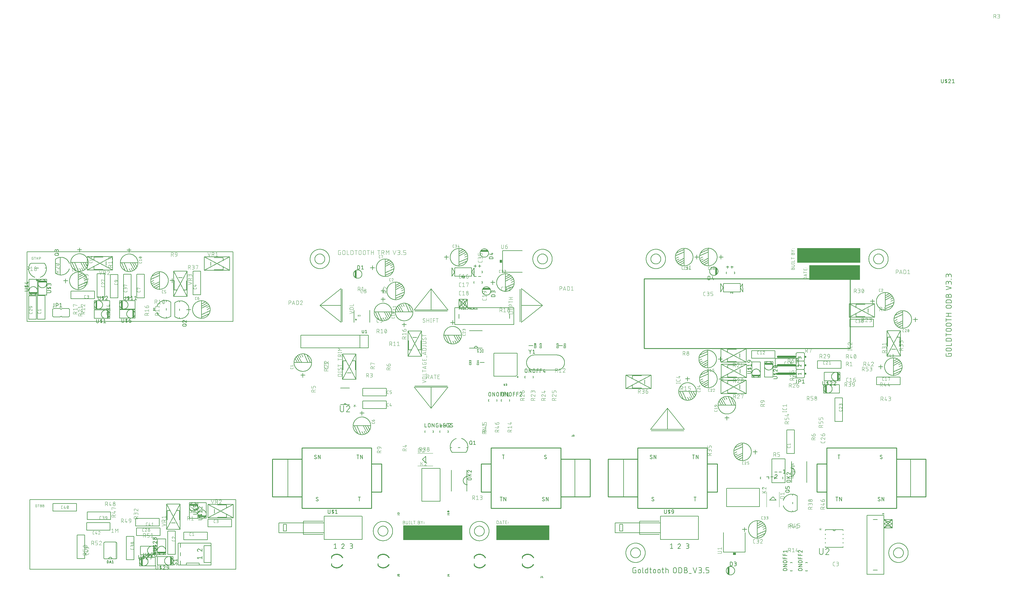
<source format=gto>
%MOIN*%
%OFA0B0*%
%FSLAX34Y34*%
%IPPOS*%
%LPD*%
%AMOC8*
5,1,8,0,0,$1,22.5*%
%AMOC80*
5,1,8,0,0,$1,22.5*%
%AMOC81*
5,1,8,0,0,$1,22.5*%
%AMOC800*
5,1,8,0,0,$1,22.5*%
%ADD10C,0.0030000000000000005*%
%ADD11C,0.005*%
%ADD12C,0.004*%
%ADD13C,0.006000000000000001*%
%ADD14C,0.002*%
%ADD15C,0.01*%
%ADD16C,0.008*%
%ADD27C,0.0030000000000000005*%
%ADD28C,0.008*%
%ADD29C,0.005*%
%ADD30C,0.004*%
%ADD31C,0.006000000000000001*%
%ADD32C,0.01*%
%ADD43C,0.004*%
%ADD44R,0.625X0.17500000000000002*%
%ADD45R,0.70000000000000007X0.17500000000000002*%
%ADD46C,0.0030000000000000005*%
%ADD47C,0.005*%
%ADD48C,0.008*%
%ADD49C,0.006000000000000001*%
%ADD50C,0.01*%
%ADD51C,0.001*%
%ADD52C,0.007000000000000001*%
%ADD53R,0.030000000000000002X0.034*%
%ADD64C,0.006000000000000001*%
%ADD65R,0.75000000000000011X0.17500000000000002*%
%ADD66R,0.60000000000000009X0.17500000000000002*%
%ADD67C,0.0030000000000000005*%
%ADD68C,0.008*%
%ADD69C,0.005*%
%ADD70C,0.004*%
%ADD71C,0.01*%
%ADD72R,0.034X0.030000000000000002*%
%ADD73C,0.026000000000000002*%
%ADD74R,0.02X0.024000000000000004*%
%LPD*%
G75*
G01*
D10*
X0003313Y0028219D02*
X0003362Y0028219D01*
X0003362Y0028058D01*
X0003265Y0028058D01*
X0003263Y0028058D01*
X0003260Y0028058D01*
X0003257Y0028058D01*
X0003254Y0028059D01*
X0003250Y0028059D01*
X0003248Y0028059D01*
X0003245Y0028060D01*
X0003242Y0028062D01*
X0003239Y0028063D01*
X0003235Y0028065D01*
X0003233Y0028066D01*
X0003231Y0028067D01*
X0003227Y0028070D01*
X0003226Y0028071D01*
X0003224Y0028074D01*
X0003220Y0028075D01*
X0003218Y0028078D01*
X0003217Y0028079D01*
X0003215Y0028081D01*
X0003212Y0028085D01*
X0003212Y0028087D01*
X0003210Y0028090D01*
X0003209Y0028093D01*
X0003207Y0028095D01*
X0003205Y0028098D01*
X0003204Y0028101D01*
X0003203Y0028104D01*
X0003202Y0028107D01*
X0003202Y0028110D01*
X0003202Y0028113D01*
X0003202Y0028116D01*
X0003201Y0028119D01*
X0003201Y0028122D01*
X0003201Y0028283D01*
X0003201Y0028287D01*
X0003202Y0028290D01*
X0003202Y0028293D01*
X0003202Y0028296D01*
X0003202Y0028299D01*
X0003203Y0028302D01*
X0003204Y0028304D01*
X0003205Y0028307D01*
X0003207Y0028311D01*
X0003209Y0028314D01*
X0003210Y0028317D01*
X0003212Y0028319D01*
X0003214Y0028322D01*
X0003216Y0028323D01*
X0003217Y0028327D01*
X0003219Y0028329D01*
X0003221Y0028331D01*
X0003225Y0028333D01*
X0003227Y0028335D01*
X0003230Y0028337D01*
X0003232Y0028339D01*
X0003234Y0028340D01*
X0003237Y0028342D01*
X0003241Y0028343D01*
X0003244Y0028344D01*
X0003247Y0028344D01*
X0003249Y0028346D01*
X0003253Y0028347D01*
X0003256Y0028347D01*
X0003260Y0028348D01*
X0003263Y0028348D01*
X0003265Y0028348D01*
X0003265Y0028348D02*
X0003362Y0028348D01*
X0003560Y0028348D02*
X0003560Y0028058D01*
X0003479Y0028348D02*
X0003641Y0028348D01*
X0003763Y0028219D02*
X0003842Y0028219D01*
X0003847Y0028219D01*
X0003850Y0028219D01*
X0003854Y0028218D01*
X0003856Y0028218D01*
X0003861Y0028217D01*
X0003864Y0028216D01*
X0003867Y0028215D01*
X0003871Y0028214D01*
X0003874Y0028213D01*
X0003877Y0028211D01*
X0003881Y0028210D01*
X0003884Y0028208D01*
X0003886Y0028206D01*
X0003890Y0028203D01*
X0003892Y0028202D01*
X0003895Y0028199D01*
X0003898Y0028198D01*
X0003900Y0028195D01*
X0003902Y0028193D01*
X0003905Y0028190D01*
X0003907Y0028187D01*
X0003909Y0028184D01*
X0003911Y0028182D01*
X0003913Y0028179D01*
X0003915Y0028175D01*
X0003916Y0028172D01*
X0003917Y0028169D01*
X0003919Y0028166D01*
X0003920Y0028163D01*
X0003921Y0028159D01*
X0003922Y0028156D01*
X0003923Y0028152D01*
X0003923Y0028148D01*
X0003924Y0028144D01*
X0003924Y0028142D01*
X0003924Y0028138D01*
X0003924Y0028135D01*
X0003924Y0028131D01*
X0003923Y0028128D01*
X0003923Y0028123D01*
X0003922Y0028121D01*
X0003921Y0028118D01*
X0003920Y0028114D01*
X0003919Y0028111D01*
X0003917Y0028108D01*
X0003916Y0028104D01*
X0003915Y0028101D01*
X0003913Y0028098D01*
X0003911Y0028095D01*
X0003909Y0028092D01*
X0003907Y0028089D01*
X0003905Y0028087D01*
X0003902Y0028083D01*
X0003900Y0028081D01*
X0003898Y0028079D01*
X0003895Y0028077D01*
X0003892Y0028075D01*
X0003890Y0028071D01*
X0003886Y0028070D01*
X0003884Y0028069D01*
X0003881Y0028067D01*
X0003877Y0028065D01*
X0003874Y0028063D01*
X0003871Y0028062D01*
X0003867Y0028062D01*
X0003864Y0028060D01*
X0003861Y0028059D01*
X0003856Y0028059D01*
X0003854Y0028059D01*
X0003850Y0028058D01*
X0003847Y0028058D01*
X0003842Y0028058D01*
X0003842Y0028058D02*
X0003763Y0028058D01*
X0003763Y0028348D01*
X0003842Y0028348D01*
X0003842Y0028348D02*
X0003846Y0028348D01*
X0003850Y0028348D01*
X0003852Y0028347D01*
X0003856Y0028347D01*
X0003859Y0028346D01*
X0003862Y0028344D01*
X0003865Y0028344D01*
X0003867Y0028343D01*
X0003870Y0028342D01*
X0003872Y0028340D01*
X0003876Y0028339D01*
X0003879Y0028337D01*
X0003881Y0028336D01*
X0003884Y0028334D01*
X0003886Y0028332D01*
X0003887Y0028330D01*
X0003890Y0028327D01*
X0003893Y0028325D01*
X0003895Y0028323D01*
X0003896Y0028319D01*
X0003898Y0028317D01*
X0003900Y0028315D01*
X0003901Y0028311D01*
X0003902Y0028309D01*
X0003904Y0028306D01*
X0003905Y0028302D01*
X0003905Y0028299D01*
X0003906Y0028297D01*
X0003907Y0028294D01*
X0003907Y0028291D01*
X0003908Y0028288D01*
X0003908Y0028285D01*
X0003908Y0028282D01*
X0003908Y0028279D01*
X0003907Y0028276D01*
X0003907Y0028272D01*
X0003906Y0028270D01*
X0003905Y0028266D01*
X0003905Y0028262D01*
X0003904Y0028261D01*
X0003902Y0028258D01*
X0003901Y0028255D01*
X0003900Y0028252D01*
X0003898Y0028249D01*
X0003896Y0028247D01*
X0003895Y0028243D01*
X0003893Y0028242D01*
X0003890Y0028240D01*
X0003887Y0028237D01*
X0003886Y0028235D01*
X0003884Y0028233D01*
X0003881Y0028231D01*
X0003879Y0028230D01*
X0003876Y0028228D01*
X0003872Y0028226D01*
X0003870Y0028224D01*
X0003867Y0028224D01*
X0003865Y0028222D01*
X0003862Y0028222D01*
X0003859Y0028221D01*
X0003856Y0028220D01*
X0003852Y0028220D01*
X0003850Y0028219D01*
X0003846Y0028219D01*
X0003842Y0028219D01*
X0004051Y0028219D02*
X0004131Y0028219D01*
X0004135Y0028219D01*
X0004138Y0028219D01*
X0004142Y0028218D01*
X0004145Y0028218D01*
X0004149Y0028217D01*
X0004152Y0028216D01*
X0004156Y0028215D01*
X0004159Y0028214D01*
X0004162Y0028213D01*
X0004165Y0028211D01*
X0004169Y0028210D01*
X0004172Y0028208D01*
X0004175Y0028206D01*
X0004178Y0028203D01*
X0004180Y0028202D01*
X0004183Y0028199D01*
X0004186Y0028198D01*
X0004188Y0028195D01*
X0004190Y0028193D01*
X0004193Y0028190D01*
X0004195Y0028187D01*
X0004197Y0028184D01*
X0004199Y0028182D01*
X0004201Y0028179D01*
X0004203Y0028175D01*
X0004204Y0028172D01*
X0004206Y0028169D01*
X0004207Y0028166D01*
X0004208Y0028163D01*
X0004209Y0028159D01*
X0004210Y0028156D01*
X0004211Y0028152D01*
X0004211Y0028148D01*
X0004212Y0028144D01*
X0004212Y0028142D01*
X0004212Y0028138D01*
X0004212Y0028135D01*
X0004212Y0028131D01*
X0004211Y0028128D01*
X0004211Y0028123D01*
X0004210Y0028121D01*
X0004209Y0028118D01*
X0004208Y0028114D01*
X0004207Y0028111D01*
X0004206Y0028108D01*
X0004204Y0028104D01*
X0004203Y0028101D01*
X0004201Y0028098D01*
X0004199Y0028095D01*
X0004197Y0028092D01*
X0004195Y0028089D01*
X0004193Y0028087D01*
X0004190Y0028083D01*
X0004188Y0028081D01*
X0004186Y0028079D01*
X0004183Y0028077D01*
X0004180Y0028075D01*
X0004178Y0028071D01*
X0004175Y0028070D01*
X0004172Y0028069D01*
X0004169Y0028067D01*
X0004165Y0028065D01*
X0004162Y0028063D01*
X0004159Y0028062D01*
X0004156Y0028062D01*
X0004152Y0028060D01*
X0004149Y0028059D01*
X0004145Y0028059D01*
X0004142Y0028059D01*
X0004138Y0028058D01*
X0004135Y0028058D01*
X0004131Y0028058D01*
X0004131Y0028058D02*
X0004051Y0028058D01*
X0004051Y0028348D01*
X0004131Y0028348D01*
X0004131Y0028348D02*
X0004134Y0028348D01*
X0004138Y0028348D01*
X0004141Y0028347D01*
X0004144Y0028347D01*
X0004147Y0028346D01*
X0004150Y0028344D01*
X0004153Y0028344D01*
X0004156Y0028343D01*
X0004159Y0028342D01*
X0004161Y0028340D01*
X0004164Y0028339D01*
X0004167Y0028337D01*
X0004169Y0028336D01*
X0004172Y0028334D01*
X0004174Y0028332D01*
X0004176Y0028330D01*
X0004179Y0028327D01*
X0004181Y0028325D01*
X0004183Y0028323D01*
X0004184Y0028319D01*
X0004186Y0028317D01*
X0004188Y0028315D01*
X0004189Y0028311D01*
X0004190Y0028309D01*
X0004192Y0028306D01*
X0004193Y0028302D01*
X0004194Y0028299D01*
X0004194Y0028297D01*
X0004195Y0028294D01*
X0004195Y0028291D01*
X0004196Y0028288D01*
X0004196Y0028285D01*
X0004196Y0028282D01*
X0004196Y0028279D01*
X0004195Y0028276D01*
X0004195Y0028272D01*
X0004194Y0028270D01*
X0004194Y0028266D01*
X0004193Y0028262D01*
X0004192Y0028261D01*
X0004190Y0028258D01*
X0004189Y0028255D01*
X0004188Y0028252D01*
X0004186Y0028249D01*
X0004184Y0028247D01*
X0004183Y0028243D01*
X0004181Y0028242D01*
X0004179Y0028240D01*
X0004176Y0028237D01*
X0004174Y0028235D01*
X0004172Y0028233D01*
X0004169Y0028231D01*
X0004167Y0028230D01*
X0004164Y0028228D01*
X0004161Y0028226D01*
X0004159Y0028224D01*
X0004156Y0028224D01*
X0004153Y0028222D01*
X0004150Y0028222D01*
X0004147Y0028221D01*
X0004144Y0028220D01*
X0004141Y0028220D01*
X0004138Y0028219D01*
X0004134Y0028219D01*
X0004131Y0028219D01*
D11*
X0015187Y0025564D02*
X0017974Y0025564D01*
X0017974Y0024664D01*
X0015187Y0024664D01*
X0015187Y0025564D01*
D12*
X0015956Y0025164D02*
X0016036Y0025164D01*
X0015956Y0025164D02*
X0015953Y0025164D01*
X0015950Y0025164D01*
X0015946Y0025165D01*
X0015943Y0025165D01*
X0015940Y0025166D01*
X0015935Y0025167D01*
X0015933Y0025168D01*
X0015930Y0025169D01*
X0015926Y0025170D01*
X0015923Y0025172D01*
X0015920Y0025173D01*
X0015916Y0025175D01*
X0015913Y0025177D01*
X0015911Y0025177D01*
X0015908Y0025181D01*
X0015905Y0025183D01*
X0015903Y0025185D01*
X0015900Y0025187D01*
X0015898Y0025190D01*
X0015895Y0025193D01*
X0015893Y0025195D01*
X0015891Y0025198D01*
X0015889Y0025200D01*
X0015888Y0025204D01*
X0015886Y0025207D01*
X0015884Y0025210D01*
X0015883Y0025213D01*
X0015882Y0025217D01*
X0015880Y0025219D01*
X0015880Y0025223D01*
X0015878Y0025227D01*
X0015878Y0025230D01*
X0015878Y0025234D01*
X0015876Y0025237D01*
X0015876Y0025240D01*
X0015876Y0025244D01*
X0015876Y0025444D01*
X0015876Y0025448D01*
X0015876Y0025451D01*
X0015878Y0025454D01*
X0015878Y0025458D01*
X0015878Y0025461D01*
X0015880Y0025465D01*
X0015880Y0025468D01*
X0015882Y0025471D01*
X0015883Y0025475D01*
X0015884Y0025478D01*
X0015886Y0025480D01*
X0015888Y0025484D01*
X0015889Y0025487D01*
X0015891Y0025490D01*
X0015893Y0025493D01*
X0015895Y0025495D01*
X0015898Y0025498D01*
X0015900Y0025501D01*
X0015903Y0025503D01*
X0015905Y0025505D01*
X0015908Y0025507D01*
X0015911Y0025510D01*
X0015913Y0025511D01*
X0015916Y0025513D01*
X0015920Y0025515D01*
X0015923Y0025517D01*
X0015926Y0025518D01*
X0015930Y0025519D01*
X0015933Y0025519D01*
X0015935Y0025520D01*
X0015940Y0025522D01*
X0015943Y0025522D01*
X0015946Y0025522D01*
X0015950Y0025523D01*
X0015953Y0025523D01*
X0015956Y0025523D01*
X0016036Y0025523D01*
X0016288Y0025523D02*
X0016292Y0025523D01*
X0016296Y0025523D01*
X0016298Y0025522D01*
X0016302Y0025522D01*
X0016306Y0025522D01*
X0016310Y0025520D01*
X0016314Y0025519D01*
X0016317Y0025519D01*
X0016321Y0025518D01*
X0016324Y0025515D01*
X0016328Y0025515D01*
X0016331Y0025513D01*
X0016334Y0025511D01*
X0016337Y0025509D01*
X0016339Y0025507D01*
X0016343Y0025505D01*
X0016346Y0025503D01*
X0016349Y0025500D01*
X0016352Y0025498D01*
X0016354Y0025495D01*
X0016357Y0025492D01*
X0016359Y0025489D01*
X0016360Y0025486D01*
X0016362Y0025482D01*
X0016364Y0025480D01*
X0016366Y0025477D01*
X0016369Y0025474D01*
X0016370Y0025470D01*
X0016372Y0025467D01*
X0016373Y0025463D01*
X0016374Y0025460D01*
X0016375Y0025456D01*
X0016376Y0025452D01*
X0016377Y0025449D01*
X0016377Y0025445D01*
X0016378Y0025440D01*
X0016378Y0025438D01*
X0016378Y0025434D01*
X0016288Y0025523D02*
X0016284Y0025523D01*
X0016279Y0025523D01*
X0016276Y0025522D01*
X0016272Y0025522D01*
X0016267Y0025522D01*
X0016263Y0025520D01*
X0016258Y0025519D01*
X0016255Y0025519D01*
X0016251Y0025518D01*
X0016247Y0025517D01*
X0016244Y0025515D01*
X0016240Y0025513D01*
X0016236Y0025511D01*
X0016232Y0025510D01*
X0016229Y0025507D01*
X0016225Y0025505D01*
X0016222Y0025503D01*
X0016217Y0025501D01*
X0016215Y0025498D01*
X0016212Y0025495D01*
X0016209Y0025493D01*
X0016206Y0025490D01*
X0016203Y0025487D01*
X0016200Y0025484D01*
X0016197Y0025480D01*
X0016195Y0025477D01*
X0016193Y0025474D01*
X0016190Y0025470D01*
X0016188Y0025467D01*
X0016186Y0025463D01*
X0016184Y0025459D01*
X0016182Y0025456D01*
X0016180Y0025452D01*
X0016178Y0025448D01*
X0016177Y0025444D01*
X0016348Y0025364D02*
X0016351Y0025367D01*
X0016353Y0025369D01*
X0016356Y0025372D01*
X0016358Y0025375D01*
X0016359Y0025378D01*
X0016362Y0025381D01*
X0016364Y0025383D01*
X0016366Y0025387D01*
X0016368Y0025391D01*
X0016369Y0025394D01*
X0016371Y0025398D01*
X0016372Y0025400D01*
X0016373Y0025405D01*
X0016375Y0025407D01*
X0016375Y0025412D01*
X0016376Y0025416D01*
X0016377Y0025419D01*
X0016377Y0025423D01*
X0016378Y0025426D01*
X0016378Y0025430D01*
X0016378Y0025434D01*
X0016348Y0025364D02*
X0016177Y0025164D01*
X0016378Y0025164D01*
X0016538Y0025263D02*
X0016538Y0025267D01*
X0016538Y0025271D01*
X0016539Y0025275D01*
X0016539Y0025279D01*
X0016540Y0025283D01*
X0016541Y0025287D01*
X0016542Y0025291D01*
X0016543Y0025295D01*
X0016544Y0025299D01*
X0016546Y0025301D01*
X0016547Y0025306D01*
X0016548Y0025309D01*
X0016551Y0025313D01*
X0016553Y0025316D01*
X0016555Y0025320D01*
X0016557Y0025323D01*
X0016560Y0025326D01*
X0016562Y0025329D01*
X0016565Y0025332D01*
X0016567Y0025335D01*
X0016570Y0025337D01*
X0016573Y0025339D01*
X0016576Y0025343D01*
X0016579Y0025345D01*
X0016583Y0025347D01*
X0016586Y0025349D01*
X0016589Y0025351D01*
X0016593Y0025353D01*
X0016596Y0025355D01*
X0016600Y0025356D01*
X0016603Y0025358D01*
X0016607Y0025359D01*
X0016610Y0025360D01*
X0016615Y0025360D01*
X0016619Y0025362D01*
X0016622Y0025363D01*
X0016626Y0025363D01*
X0016630Y0025364D01*
X0016634Y0025364D01*
X0016638Y0025364D01*
X0016641Y0025364D01*
X0016646Y0025364D01*
X0016650Y0025363D01*
X0016654Y0025363D01*
X0016658Y0025362D01*
X0016661Y0025360D01*
X0016665Y0025360D01*
X0016669Y0025359D01*
X0016673Y0025358D01*
X0016676Y0025356D01*
X0016680Y0025355D01*
X0016683Y0025353D01*
X0016687Y0025351D01*
X0016690Y0025349D01*
X0016694Y0025347D01*
X0016697Y0025345D01*
X0016700Y0025343D01*
X0016703Y0025339D01*
X0016706Y0025337D01*
X0016709Y0025335D01*
X0016712Y0025332D01*
X0016714Y0025329D01*
X0016717Y0025326D01*
X0016719Y0025323D01*
X0016721Y0025320D01*
X0016723Y0025316D01*
X0016725Y0025313D01*
X0016727Y0025309D01*
X0016729Y0025306D01*
X0016730Y0025301D01*
X0016732Y0025299D01*
X0016733Y0025295D01*
X0016734Y0025291D01*
X0016735Y0025287D01*
X0016736Y0025283D01*
X0016737Y0025279D01*
X0016737Y0025275D01*
X0016738Y0025271D01*
X0016738Y0025267D01*
X0016738Y0025263D01*
X0016738Y0025259D01*
X0016738Y0025256D01*
X0016737Y0025252D01*
X0016737Y0025248D01*
X0016736Y0025245D01*
X0016735Y0025240D01*
X0016734Y0025237D01*
X0016733Y0025233D01*
X0016732Y0025229D01*
X0016730Y0025226D01*
X0016729Y0025222D01*
X0016727Y0025219D01*
X0016725Y0025215D01*
X0016723Y0025212D01*
X0016721Y0025208D01*
X0016719Y0025205D01*
X0016717Y0025202D01*
X0016714Y0025198D01*
X0016712Y0025196D01*
X0016709Y0025193D01*
X0016706Y0025191D01*
X0016703Y0025188D01*
X0016700Y0025185D01*
X0016697Y0025183D01*
X0016694Y0025181D01*
X0016690Y0025179D01*
X0016687Y0025177D01*
X0016683Y0025175D01*
X0016680Y0025173D01*
X0016676Y0025172D01*
X0016673Y0025170D01*
X0016669Y0025169D01*
X0016665Y0025168D01*
X0016661Y0025167D01*
X0016658Y0025166D01*
X0016654Y0025165D01*
X0016650Y0025165D01*
X0016646Y0025164D01*
X0016641Y0025164D01*
X0016638Y0025164D01*
X0016634Y0025164D01*
X0016630Y0025164D01*
X0016626Y0025165D01*
X0016622Y0025165D01*
X0016619Y0025166D01*
X0016615Y0025167D01*
X0016610Y0025168D01*
X0016607Y0025169D01*
X0016603Y0025170D01*
X0016600Y0025172D01*
X0016596Y0025173D01*
X0016593Y0025175D01*
X0016589Y0025177D01*
X0016586Y0025179D01*
X0016583Y0025181D01*
X0016579Y0025183D01*
X0016576Y0025185D01*
X0016573Y0025188D01*
X0016570Y0025191D01*
X0016567Y0025193D01*
X0016565Y0025196D01*
X0016562Y0025198D01*
X0016560Y0025202D01*
X0016557Y0025205D01*
X0016555Y0025208D01*
X0016553Y0025212D01*
X0016551Y0025215D01*
X0016548Y0025219D01*
X0016547Y0025222D01*
X0016546Y0025226D01*
X0016544Y0025229D01*
X0016543Y0025233D01*
X0016542Y0025237D01*
X0016541Y0025240D01*
X0016540Y0025245D01*
X0016539Y0025248D01*
X0016539Y0025252D01*
X0016538Y0025256D01*
X0016538Y0025259D01*
X0016538Y0025263D01*
X0016558Y0025444D02*
X0016558Y0025448D01*
X0016558Y0025451D01*
X0016559Y0025454D01*
X0016559Y0025458D01*
X0016560Y0025461D01*
X0016561Y0025465D01*
X0016562Y0025468D01*
X0016563Y0025471D01*
X0016564Y0025475D01*
X0016566Y0025478D01*
X0016567Y0025480D01*
X0016569Y0025484D01*
X0016571Y0025487D01*
X0016573Y0025490D01*
X0016575Y0025493D01*
X0016577Y0025495D01*
X0016579Y0025498D01*
X0016581Y0025501D01*
X0016584Y0025503D01*
X0016587Y0025505D01*
X0016589Y0025507D01*
X0016592Y0025510D01*
X0016595Y0025511D01*
X0016598Y0025513D01*
X0016601Y0025515D01*
X0016604Y0025517D01*
X0016607Y0025518D01*
X0016610Y0025519D01*
X0016614Y0025519D01*
X0016617Y0025520D01*
X0016621Y0025522D01*
X0016624Y0025522D01*
X0016628Y0025522D01*
X0016631Y0025523D01*
X0016635Y0025523D01*
X0016638Y0025523D01*
X0016641Y0025523D01*
X0016645Y0025523D01*
X0016649Y0025522D01*
X0016652Y0025522D01*
X0016655Y0025522D01*
X0016659Y0025520D01*
X0016662Y0025519D01*
X0016665Y0025519D01*
X0016669Y0025518D01*
X0016672Y0025517D01*
X0016675Y0025515D01*
X0016678Y0025513D01*
X0016681Y0025511D01*
X0016684Y0025510D01*
X0016687Y0025507D01*
X0016690Y0025505D01*
X0016692Y0025503D01*
X0016695Y0025501D01*
X0016697Y0025498D01*
X0016699Y0025495D01*
X0016702Y0025493D01*
X0016704Y0025490D01*
X0016706Y0025487D01*
X0016707Y0025484D01*
X0016709Y0025480D01*
X0016711Y0025478D01*
X0016712Y0025475D01*
X0016713Y0025471D01*
X0016714Y0025468D01*
X0016715Y0025465D01*
X0016716Y0025461D01*
X0016717Y0025458D01*
X0016717Y0025454D01*
X0016718Y0025451D01*
X0016718Y0025448D01*
X0016718Y0025444D01*
X0016718Y0025440D01*
X0016718Y0025437D01*
X0016717Y0025434D01*
X0016717Y0025430D01*
X0016716Y0025426D01*
X0016715Y0025423D01*
X0016714Y0025419D01*
X0016713Y0025417D01*
X0016712Y0025413D01*
X0016711Y0025410D01*
X0016709Y0025407D01*
X0016707Y0025403D01*
X0016706Y0025400D01*
X0016704Y0025398D01*
X0016702Y0025395D01*
X0016699Y0025393D01*
X0016697Y0025390D01*
X0016695Y0025387D01*
X0016692Y0025385D01*
X0016690Y0025383D01*
X0016687Y0025381D01*
X0016684Y0025378D01*
X0016681Y0025377D01*
X0016678Y0025375D01*
X0016675Y0025373D01*
X0016672Y0025372D01*
X0016669Y0025370D01*
X0016665Y0025369D01*
X0016662Y0025368D01*
X0016659Y0025367D01*
X0016655Y0025366D01*
X0016652Y0025365D01*
X0016649Y0025365D01*
X0016645Y0025364D01*
X0016641Y0025364D01*
X0016638Y0025364D01*
X0016635Y0025364D01*
X0016631Y0025364D01*
X0016628Y0025365D01*
X0016624Y0025365D01*
X0016621Y0025366D01*
X0016617Y0025367D01*
X0016614Y0025368D01*
X0016610Y0025369D01*
X0016607Y0025370D01*
X0016604Y0025372D01*
X0016601Y0025373D01*
X0016598Y0025375D01*
X0016595Y0025377D01*
X0016592Y0025378D01*
X0016589Y0025381D01*
X0016587Y0025383D01*
X0016584Y0025385D01*
X0016581Y0025387D01*
X0016579Y0025390D01*
X0016577Y0025393D01*
X0016575Y0025395D01*
X0016573Y0025398D01*
X0016571Y0025400D01*
X0016569Y0025403D01*
X0016567Y0025407D01*
X0016566Y0025410D01*
X0016564Y0025413D01*
X0016563Y0025417D01*
X0016562Y0025419D01*
X0016561Y0025423D01*
X0016560Y0025426D01*
X0016559Y0025430D01*
X0016559Y0025434D01*
X0016558Y0025437D01*
X0016558Y0025440D01*
X0016558Y0025444D01*
D11*
X0014881Y0024573D02*
X0014881Y0021787D01*
X0013980Y0021787D01*
X0013980Y0024573D01*
X0014881Y0024573D01*
D12*
X0014841Y0023182D02*
X0014841Y0023102D01*
X0014841Y0023100D01*
X0014841Y0023096D01*
X0014841Y0023093D01*
X0014840Y0023089D01*
X0014839Y0023086D01*
X0014839Y0023081D01*
X0014838Y0023079D01*
X0014836Y0023076D01*
X0014835Y0023073D01*
X0014834Y0023069D01*
X0014832Y0023066D01*
X0014831Y0023062D01*
X0014829Y0023060D01*
X0014826Y0023057D01*
X0014825Y0023054D01*
X0014823Y0023052D01*
X0014819Y0023049D01*
X0014817Y0023047D01*
X0014815Y0023043D01*
X0014813Y0023041D01*
X0014810Y0023040D01*
X0014806Y0023038D01*
X0014804Y0023036D01*
X0014801Y0023034D01*
X0014798Y0023032D01*
X0014795Y0023031D01*
X0014792Y0023029D01*
X0014789Y0023028D01*
X0014785Y0023027D01*
X0014782Y0023026D01*
X0014779Y0023025D01*
X0014775Y0023024D01*
X0014772Y0023024D01*
X0014767Y0023022D01*
X0014765Y0023022D01*
X0014761Y0023022D01*
X0014561Y0023022D01*
X0014558Y0023022D01*
X0014554Y0023022D01*
X0014551Y0023024D01*
X0014547Y0023024D01*
X0014544Y0023025D01*
X0014541Y0023026D01*
X0014537Y0023027D01*
X0014534Y0023028D01*
X0014531Y0023029D01*
X0014527Y0023031D01*
X0014523Y0023032D01*
X0014521Y0023034D01*
X0014517Y0023036D01*
X0014515Y0023038D01*
X0014513Y0023040D01*
X0014510Y0023041D01*
X0014507Y0023043D01*
X0014504Y0023047D01*
X0014502Y0023049D01*
X0014500Y0023052D01*
X0014498Y0023054D01*
X0014496Y0023057D01*
X0014494Y0023060D01*
X0014492Y0023062D01*
X0014490Y0023066D01*
X0014489Y0023069D01*
X0014487Y0023073D01*
X0014486Y0023076D01*
X0014485Y0023079D01*
X0014484Y0023081D01*
X0014483Y0023086D01*
X0014483Y0023089D01*
X0014482Y0023093D01*
X0014482Y0023096D01*
X0014481Y0023100D01*
X0014481Y0023102D01*
X0014481Y0023182D01*
X0014841Y0023323D02*
X0014841Y0023424D01*
X0014841Y0023428D01*
X0014841Y0023432D01*
X0014841Y0023436D01*
X0014840Y0023440D01*
X0014839Y0023443D01*
X0014839Y0023448D01*
X0014838Y0023451D01*
X0014836Y0023455D01*
X0014835Y0023459D01*
X0014834Y0023463D01*
X0014832Y0023466D01*
X0014830Y0023470D01*
X0014829Y0023473D01*
X0014826Y0023477D01*
X0014823Y0023480D01*
X0014821Y0023483D01*
X0014819Y0023485D01*
X0014817Y0023489D01*
X0014815Y0023492D01*
X0014812Y0023495D01*
X0014809Y0023498D01*
X0014806Y0023500D01*
X0014803Y0023503D01*
X0014800Y0023504D01*
X0014797Y0023506D01*
X0014794Y0023510D01*
X0014790Y0023512D01*
X0014786Y0023513D01*
X0014783Y0023515D01*
X0014780Y0023517D01*
X0014776Y0023518D01*
X0014772Y0023519D01*
X0014767Y0023521D01*
X0014765Y0023522D01*
X0014761Y0023522D01*
X0014757Y0023523D01*
X0014753Y0023524D01*
X0014749Y0023524D01*
X0014745Y0023524D01*
X0014741Y0023524D01*
X0014737Y0023524D01*
X0014733Y0023524D01*
X0014730Y0023524D01*
X0014726Y0023523D01*
X0014722Y0023522D01*
X0014718Y0023522D01*
X0014714Y0023521D01*
X0014710Y0023519D01*
X0014706Y0023518D01*
X0014703Y0023517D01*
X0014699Y0023515D01*
X0014695Y0023513D01*
X0014692Y0023512D01*
X0014689Y0023510D01*
X0014685Y0023506D01*
X0014683Y0023504D01*
X0014679Y0023503D01*
X0014676Y0023500D01*
X0014673Y0023498D01*
X0014671Y0023495D01*
X0014668Y0023492D01*
X0014665Y0023489D01*
X0014663Y0023485D01*
X0014660Y0023483D01*
X0014658Y0023480D01*
X0014656Y0023477D01*
X0014654Y0023473D01*
X0014652Y0023470D01*
X0014650Y0023466D01*
X0014649Y0023463D01*
X0014646Y0023459D01*
X0014645Y0023455D01*
X0014645Y0023451D01*
X0014643Y0023448D01*
X0014643Y0023443D01*
X0014643Y0023440D01*
X0014641Y0023436D01*
X0014641Y0023432D01*
X0014641Y0023428D01*
X0014641Y0023424D01*
X0014481Y0023443D02*
X0014481Y0023323D01*
X0014481Y0023443D02*
X0014481Y0023448D01*
X0014482Y0023451D01*
X0014482Y0023455D01*
X0014483Y0023458D01*
X0014483Y0023462D01*
X0014484Y0023464D01*
X0014485Y0023468D01*
X0014486Y0023472D01*
X0014487Y0023475D01*
X0014489Y0023478D01*
X0014490Y0023481D01*
X0014492Y0023484D01*
X0014494Y0023487D01*
X0014496Y0023490D01*
X0014498Y0023493D01*
X0014500Y0023496D01*
X0014502Y0023498D01*
X0014504Y0023501D01*
X0014507Y0023503D01*
X0014510Y0023506D01*
X0014513Y0023508D01*
X0014515Y0023510D01*
X0014517Y0023512D01*
X0014521Y0023514D01*
X0014523Y0023515D01*
X0014527Y0023517D01*
X0014531Y0023518D01*
X0014534Y0023520D01*
X0014537Y0023521D01*
X0014541Y0023522D01*
X0014544Y0023522D01*
X0014547Y0023523D01*
X0014551Y0023524D01*
X0014554Y0023524D01*
X0014558Y0023524D01*
X0014561Y0023524D01*
X0014564Y0023524D01*
X0014568Y0023524D01*
X0014572Y0023524D01*
X0014575Y0023523D01*
X0014579Y0023522D01*
X0014581Y0023522D01*
X0014584Y0023521D01*
X0014589Y0023520D01*
X0014592Y0023518D01*
X0014595Y0023517D01*
X0014598Y0023515D01*
X0014601Y0023514D01*
X0014604Y0023512D01*
X0014607Y0023510D01*
X0014610Y0023508D01*
X0014613Y0023506D01*
X0014615Y0023503D01*
X0014618Y0023501D01*
X0014620Y0023498D01*
X0014623Y0023496D01*
X0014625Y0023493D01*
X0014626Y0023490D01*
X0014629Y0023487D01*
X0014631Y0023484D01*
X0014632Y0023481D01*
X0014634Y0023478D01*
X0014635Y0023475D01*
X0014635Y0023472D01*
X0014637Y0023468D01*
X0014639Y0023464D01*
X0014639Y0023462D01*
X0014639Y0023458D01*
X0014641Y0023455D01*
X0014641Y0023451D01*
X0014641Y0023448D01*
X0014641Y0023443D01*
X0014641Y0023363D01*
X0014741Y0023684D02*
X0014737Y0023684D01*
X0014733Y0023685D01*
X0014730Y0023685D01*
X0014726Y0023685D01*
X0014722Y0023685D01*
X0014718Y0023687D01*
X0014714Y0023687D01*
X0014710Y0023689D01*
X0014706Y0023691D01*
X0014703Y0023692D01*
X0014699Y0023694D01*
X0014695Y0023695D01*
X0014692Y0023697D01*
X0014689Y0023699D01*
X0014685Y0023701D01*
X0014683Y0023703D01*
X0014679Y0023706D01*
X0014676Y0023708D01*
X0014673Y0023711D01*
X0014671Y0023714D01*
X0014668Y0023716D01*
X0014665Y0023719D01*
X0014663Y0023722D01*
X0014660Y0023726D01*
X0014658Y0023729D01*
X0014656Y0023732D01*
X0014654Y0023735D01*
X0014652Y0023739D01*
X0014650Y0023742D01*
X0014649Y0023746D01*
X0014646Y0023750D01*
X0014645Y0023753D01*
X0014645Y0023757D01*
X0014643Y0023761D01*
X0014643Y0023765D01*
X0014643Y0023769D01*
X0014641Y0023773D01*
X0014641Y0023777D01*
X0014641Y0023780D01*
X0014641Y0023784D01*
X0014641Y0023788D01*
X0014641Y0023792D01*
X0014641Y0023796D01*
X0014643Y0023800D01*
X0014643Y0023804D01*
X0014643Y0023807D01*
X0014645Y0023811D01*
X0014645Y0023815D01*
X0014646Y0023819D01*
X0014649Y0023823D01*
X0014650Y0023826D01*
X0014652Y0023830D01*
X0014654Y0023833D01*
X0014656Y0023837D01*
X0014658Y0023840D01*
X0014660Y0023843D01*
X0014663Y0023846D01*
X0014665Y0023849D01*
X0014668Y0023852D01*
X0014671Y0023855D01*
X0014673Y0023858D01*
X0014676Y0023860D01*
X0014679Y0023863D01*
X0014683Y0023865D01*
X0014685Y0023867D01*
X0014689Y0023870D01*
X0014692Y0023872D01*
X0014695Y0023873D01*
X0014699Y0023875D01*
X0014703Y0023877D01*
X0014706Y0023878D01*
X0014710Y0023879D01*
X0014714Y0023881D01*
X0014718Y0023882D01*
X0014722Y0023882D01*
X0014726Y0023883D01*
X0014730Y0023884D01*
X0014733Y0023884D01*
X0014737Y0023884D01*
X0014741Y0023884D01*
X0014745Y0023884D01*
X0014749Y0023884D01*
X0014753Y0023884D01*
X0014757Y0023883D01*
X0014761Y0023882D01*
X0014765Y0023882D01*
X0014767Y0023881D01*
X0014772Y0023879D01*
X0014776Y0023878D01*
X0014780Y0023877D01*
X0014783Y0023875D01*
X0014786Y0023873D01*
X0014790Y0023872D01*
X0014794Y0023870D01*
X0014797Y0023867D01*
X0014800Y0023865D01*
X0014803Y0023863D01*
X0014806Y0023860D01*
X0014809Y0023858D01*
X0014812Y0023855D01*
X0014815Y0023852D01*
X0014817Y0023849D01*
X0014819Y0023846D01*
X0014821Y0023843D01*
X0014823Y0023840D01*
X0014826Y0023837D01*
X0014829Y0023833D01*
X0014830Y0023830D01*
X0014832Y0023826D01*
X0014834Y0023823D01*
X0014835Y0023819D01*
X0014836Y0023815D01*
X0014838Y0023811D01*
X0014839Y0023807D01*
X0014839Y0023804D01*
X0014840Y0023800D01*
X0014841Y0023796D01*
X0014841Y0023792D01*
X0014841Y0023788D01*
X0014841Y0023784D01*
X0014841Y0023780D01*
X0014841Y0023777D01*
X0014841Y0023773D01*
X0014840Y0023769D01*
X0014839Y0023765D01*
X0014839Y0023761D01*
X0014838Y0023757D01*
X0014836Y0023753D01*
X0014835Y0023750D01*
X0014834Y0023746D01*
X0014832Y0023742D01*
X0014830Y0023739D01*
X0014829Y0023735D01*
X0014826Y0023732D01*
X0014823Y0023729D01*
X0014821Y0023726D01*
X0014819Y0023722D01*
X0014817Y0023719D01*
X0014815Y0023716D01*
X0014812Y0023714D01*
X0014809Y0023711D01*
X0014806Y0023708D01*
X0014803Y0023706D01*
X0014800Y0023703D01*
X0014797Y0023701D01*
X0014794Y0023699D01*
X0014790Y0023697D01*
X0014786Y0023695D01*
X0014783Y0023694D01*
X0014780Y0023692D01*
X0014776Y0023691D01*
X0014772Y0023689D01*
X0014767Y0023687D01*
X0014765Y0023687D01*
X0014761Y0023685D01*
X0014757Y0023685D01*
X0014753Y0023685D01*
X0014749Y0023685D01*
X0014745Y0023684D01*
X0014741Y0023684D01*
X0014561Y0023704D02*
X0014558Y0023704D01*
X0014554Y0023705D01*
X0014551Y0023705D01*
X0014547Y0023706D01*
X0014544Y0023706D01*
X0014541Y0023706D01*
X0014537Y0023708D01*
X0014534Y0023708D01*
X0014531Y0023710D01*
X0014527Y0023712D01*
X0014523Y0023713D01*
X0014521Y0023715D01*
X0014517Y0023717D01*
X0014515Y0023719D01*
X0014513Y0023721D01*
X0014510Y0023723D01*
X0014507Y0023725D01*
X0014504Y0023727D01*
X0014502Y0023730D01*
X0014500Y0023733D01*
X0014498Y0023736D01*
X0014496Y0023738D01*
X0014494Y0023741D01*
X0014492Y0023744D01*
X0014490Y0023746D01*
X0014489Y0023751D01*
X0014487Y0023754D01*
X0014486Y0023757D01*
X0014485Y0023760D01*
X0014484Y0023764D01*
X0014483Y0023767D01*
X0014483Y0023769D01*
X0014482Y0023774D01*
X0014482Y0023777D01*
X0014481Y0023781D01*
X0014481Y0023784D01*
X0014481Y0023788D01*
X0014482Y0023791D01*
X0014482Y0023795D01*
X0014483Y0023798D01*
X0014483Y0023802D01*
X0014484Y0023805D01*
X0014485Y0023807D01*
X0014486Y0023812D01*
X0014487Y0023815D01*
X0014489Y0023818D01*
X0014490Y0023821D01*
X0014492Y0023824D01*
X0014494Y0023827D01*
X0014496Y0023830D01*
X0014498Y0023833D01*
X0014500Y0023836D01*
X0014502Y0023838D01*
X0014504Y0023841D01*
X0014507Y0023843D01*
X0014510Y0023846D01*
X0014513Y0023847D01*
X0014515Y0023849D01*
X0014517Y0023852D01*
X0014521Y0023854D01*
X0014523Y0023855D01*
X0014527Y0023857D01*
X0014531Y0023858D01*
X0014534Y0023860D01*
X0014537Y0023861D01*
X0014541Y0023862D01*
X0014544Y0023862D01*
X0014547Y0023863D01*
X0014551Y0023864D01*
X0014554Y0023864D01*
X0014558Y0023864D01*
X0014561Y0023864D01*
X0014564Y0023864D01*
X0014568Y0023864D01*
X0014572Y0023864D01*
X0014575Y0023863D01*
X0014579Y0023862D01*
X0014581Y0023862D01*
X0014584Y0023861D01*
X0014589Y0023860D01*
X0014592Y0023858D01*
X0014595Y0023857D01*
X0014598Y0023855D01*
X0014601Y0023854D01*
X0014604Y0023852D01*
X0014607Y0023849D01*
X0014610Y0023847D01*
X0014613Y0023846D01*
X0014615Y0023843D01*
X0014618Y0023841D01*
X0014620Y0023838D01*
X0014623Y0023836D01*
X0014625Y0023833D01*
X0014626Y0023830D01*
X0014629Y0023827D01*
X0014631Y0023824D01*
X0014632Y0023821D01*
X0014634Y0023818D01*
X0014635Y0023815D01*
X0014635Y0023812D01*
X0014637Y0023807D01*
X0014639Y0023805D01*
X0014639Y0023802D01*
X0014639Y0023798D01*
X0014641Y0023795D01*
X0014641Y0023791D01*
X0014641Y0023788D01*
X0014641Y0023784D01*
X0014641Y0023781D01*
X0014641Y0023777D01*
X0014641Y0023774D01*
X0014639Y0023769D01*
X0014639Y0023767D01*
X0014639Y0023764D01*
X0014637Y0023760D01*
X0014635Y0023757D01*
X0014635Y0023754D01*
X0014634Y0023751D01*
X0014632Y0023746D01*
X0014631Y0023744D01*
X0014629Y0023741D01*
X0014626Y0023738D01*
X0014625Y0023736D01*
X0014623Y0023733D01*
X0014620Y0023730D01*
X0014618Y0023727D01*
X0014615Y0023725D01*
X0014613Y0023723D01*
X0014610Y0023721D01*
X0014607Y0023719D01*
X0014604Y0023717D01*
X0014601Y0023715D01*
X0014598Y0023713D01*
X0014595Y0023712D01*
X0014592Y0023710D01*
X0014589Y0023708D01*
X0014584Y0023708D01*
X0014581Y0023706D01*
X0014579Y0023706D01*
X0014575Y0023706D01*
X0014572Y0023705D01*
X0014568Y0023705D01*
X0014564Y0023704D01*
X0014561Y0023704D01*
D11*
X0012116Y0026550D02*
X0009329Y0026550D01*
X0009329Y0027450D01*
X0012116Y0027450D01*
X0012116Y0026550D01*
D12*
X0010976Y0026589D02*
X0010896Y0026589D01*
X0010893Y0026589D01*
X0010890Y0026589D01*
X0010886Y0026589D01*
X0010883Y0026589D01*
X0010880Y0026591D01*
X0010875Y0026591D01*
X0010873Y0026593D01*
X0010870Y0026594D01*
X0010866Y0026595D01*
X0010863Y0026597D01*
X0010860Y0026598D01*
X0010857Y0026599D01*
X0010854Y0026602D01*
X0010851Y0026603D01*
X0010848Y0026606D01*
X0010845Y0026607D01*
X0010843Y0026610D01*
X0010840Y0026613D01*
X0010838Y0026615D01*
X0010835Y0026618D01*
X0010833Y0026619D01*
X0010831Y0026623D01*
X0010829Y0026626D01*
X0010828Y0026629D01*
X0010826Y0026631D01*
X0010824Y0026635D01*
X0010823Y0026639D01*
X0010822Y0026642D01*
X0010821Y0026645D01*
X0010820Y0026648D01*
X0010819Y0026652D01*
X0010818Y0026655D01*
X0010818Y0026659D01*
X0010817Y0026662D01*
X0010817Y0026666D01*
X0010817Y0026669D01*
X0010817Y0026869D01*
X0010817Y0026873D01*
X0010817Y0026876D01*
X0010818Y0026880D01*
X0010818Y0026883D01*
X0010819Y0026886D01*
X0010820Y0026890D01*
X0010821Y0026892D01*
X0010822Y0026897D01*
X0010823Y0026900D01*
X0010824Y0026903D01*
X0010826Y0026906D01*
X0010828Y0026909D01*
X0010829Y0026911D01*
X0010831Y0026915D01*
X0010833Y0026918D01*
X0010835Y0026921D01*
X0010838Y0026923D01*
X0010840Y0026926D01*
X0010843Y0026928D01*
X0010845Y0026930D01*
X0010848Y0026932D01*
X0010851Y0026934D01*
X0010854Y0026936D01*
X0010857Y0026938D01*
X0010860Y0026940D01*
X0010863Y0026942D01*
X0010866Y0026943D01*
X0010870Y0026944D01*
X0010873Y0026944D01*
X0010875Y0026946D01*
X0010880Y0026947D01*
X0010883Y0026948D01*
X0010886Y0026949D01*
X0010890Y0026949D01*
X0010893Y0026949D01*
X0010896Y0026949D01*
X0010976Y0026949D01*
X0011117Y0026589D02*
X0011217Y0026589D01*
X0011222Y0026589D01*
X0011226Y0026589D01*
X0011230Y0026589D01*
X0011234Y0026589D01*
X0011238Y0026591D01*
X0011241Y0026591D01*
X0011245Y0026593D01*
X0011249Y0026594D01*
X0011253Y0026595D01*
X0011256Y0026597D01*
X0011259Y0026598D01*
X0011263Y0026599D01*
X0011267Y0026602D01*
X0011270Y0026603D01*
X0011274Y0026606D01*
X0011277Y0026607D01*
X0011279Y0026610D01*
X0011283Y0026613D01*
X0011286Y0026615D01*
X0011289Y0026618D01*
X0011291Y0026621D01*
X0011294Y0026623D01*
X0011297Y0026627D01*
X0011298Y0026629D01*
X0011301Y0026634D01*
X0011303Y0026637D01*
X0011305Y0026640D01*
X0011307Y0026644D01*
X0011309Y0026646D01*
X0011310Y0026650D01*
X0011312Y0026655D01*
X0011313Y0026658D01*
X0011314Y0026662D01*
X0011315Y0026666D01*
X0011316Y0026670D01*
X0011317Y0026674D01*
X0011317Y0026677D01*
X0011318Y0026681D01*
X0011318Y0026685D01*
X0011318Y0026689D01*
X0011318Y0026692D01*
X0011318Y0026696D01*
X0011317Y0026700D01*
X0011317Y0026705D01*
X0011316Y0026709D01*
X0011315Y0026713D01*
X0011314Y0026716D01*
X0011313Y0026719D01*
X0011312Y0026723D01*
X0011310Y0026727D01*
X0011309Y0026730D01*
X0011307Y0026735D01*
X0011305Y0026738D01*
X0011303Y0026741D01*
X0011301Y0026745D01*
X0011298Y0026747D01*
X0011297Y0026751D01*
X0011294Y0026753D01*
X0011291Y0026757D01*
X0011289Y0026760D01*
X0011286Y0026763D01*
X0011283Y0026765D01*
X0011279Y0026768D01*
X0011277Y0026770D01*
X0011274Y0026772D01*
X0011270Y0026774D01*
X0011267Y0026776D01*
X0011263Y0026778D01*
X0011259Y0026780D01*
X0011256Y0026782D01*
X0011253Y0026783D01*
X0011249Y0026784D01*
X0011245Y0026785D01*
X0011241Y0026786D01*
X0011238Y0026787D01*
X0011234Y0026788D01*
X0011230Y0026788D01*
X0011226Y0026789D01*
X0011222Y0026789D01*
X0011217Y0026789D01*
X0011238Y0026949D02*
X0011117Y0026949D01*
X0011238Y0026949D02*
X0011242Y0026949D01*
X0011245Y0026949D01*
X0011248Y0026949D01*
X0011252Y0026948D01*
X0011255Y0026947D01*
X0011258Y0026946D01*
X0011262Y0026944D01*
X0011265Y0026944D01*
X0011269Y0026943D01*
X0011272Y0026942D01*
X0011275Y0026940D01*
X0011278Y0026938D01*
X0011281Y0026936D01*
X0011284Y0026934D01*
X0011287Y0026932D01*
X0011289Y0026930D01*
X0011292Y0026928D01*
X0011295Y0026926D01*
X0011297Y0026923D01*
X0011298Y0026921D01*
X0011301Y0026918D01*
X0011304Y0026915D01*
X0011306Y0026911D01*
X0011307Y0026909D01*
X0011309Y0026906D01*
X0011311Y0026903D01*
X0011312Y0026900D01*
X0011313Y0026897D01*
X0011314Y0026892D01*
X0011315Y0026890D01*
X0011316Y0026886D01*
X0011317Y0026883D01*
X0011317Y0026880D01*
X0011318Y0026876D01*
X0011318Y0026873D01*
X0011318Y0026869D01*
X0011318Y0026866D01*
X0011318Y0026862D01*
X0011317Y0026859D01*
X0011317Y0026855D01*
X0011316Y0026851D01*
X0011315Y0026847D01*
X0011314Y0026845D01*
X0011313Y0026842D01*
X0011312Y0026839D01*
X0011311Y0026835D01*
X0011309Y0026831D01*
X0011307Y0026829D01*
X0011306Y0026826D01*
X0011304Y0026823D01*
X0011301Y0026820D01*
X0011298Y0026818D01*
X0011297Y0026815D01*
X0011295Y0026812D01*
X0011292Y0026810D01*
X0011289Y0026808D01*
X0011287Y0026806D01*
X0011284Y0026804D01*
X0011281Y0026802D01*
X0011278Y0026800D01*
X0011275Y0026798D01*
X0011272Y0026797D01*
X0011269Y0026795D01*
X0011265Y0026794D01*
X0011262Y0026793D01*
X0011258Y0026791D01*
X0011255Y0026791D01*
X0011252Y0026790D01*
X0011248Y0026790D01*
X0011245Y0026790D01*
X0011242Y0026789D01*
X0011238Y0026789D01*
X0011157Y0026789D01*
X0011558Y0026749D02*
X0011678Y0026749D01*
X0011558Y0026749D02*
X0011555Y0026749D01*
X0011551Y0026749D01*
X0011548Y0026750D01*
X0011544Y0026750D01*
X0011540Y0026751D01*
X0011537Y0026751D01*
X0011534Y0026753D01*
X0011531Y0026753D01*
X0011527Y0026755D01*
X0011524Y0026757D01*
X0011520Y0026758D01*
X0011518Y0026760D01*
X0011515Y0026762D01*
X0011512Y0026764D01*
X0011509Y0026766D01*
X0011507Y0026768D01*
X0011504Y0026770D01*
X0011500Y0026772D01*
X0011499Y0026775D01*
X0011497Y0026778D01*
X0011495Y0026780D01*
X0011492Y0026783D01*
X0011491Y0026786D01*
X0011489Y0026789D01*
X0011487Y0026791D01*
X0011486Y0026795D01*
X0011484Y0026799D01*
X0011483Y0026802D01*
X0011482Y0026805D01*
X0011480Y0026808D01*
X0011480Y0026812D01*
X0011479Y0026815D01*
X0011479Y0026819D01*
X0011478Y0026822D01*
X0011478Y0026826D01*
X0011478Y0026829D01*
X0011478Y0026849D01*
X0011478Y0026852D01*
X0011478Y0026857D01*
X0011479Y0026861D01*
X0011479Y0026865D01*
X0011480Y0026869D01*
X0011480Y0026871D01*
X0011482Y0026876D01*
X0011483Y0026880D01*
X0011484Y0026884D01*
X0011486Y0026886D01*
X0011487Y0026890D01*
X0011489Y0026894D01*
X0011491Y0026898D01*
X0011493Y0026901D01*
X0011495Y0026905D01*
X0011497Y0026908D01*
X0011500Y0026911D01*
X0011501Y0026914D01*
X0011505Y0026917D01*
X0011507Y0026920D01*
X0011510Y0026923D01*
X0011513Y0026925D01*
X0011516Y0026928D01*
X0011519Y0026930D01*
X0011521Y0026932D01*
X0011526Y0026934D01*
X0011529Y0026936D01*
X0011533Y0026938D01*
X0011536Y0026940D01*
X0011540Y0026942D01*
X0011543Y0026943D01*
X0011547Y0026944D01*
X0011551Y0026944D01*
X0011555Y0026946D01*
X0011559Y0026947D01*
X0011561Y0026948D01*
X0011566Y0026948D01*
X0011570Y0026949D01*
X0011574Y0026949D01*
X0011578Y0026949D01*
X0011581Y0026949D01*
X0011586Y0026949D01*
X0011590Y0026948D01*
X0011594Y0026948D01*
X0011598Y0026947D01*
X0011601Y0026946D01*
X0011605Y0026944D01*
X0011609Y0026944D01*
X0011613Y0026943D01*
X0011616Y0026942D01*
X0011620Y0026940D01*
X0011623Y0026938D01*
X0011627Y0026936D01*
X0011630Y0026934D01*
X0011634Y0026932D01*
X0011637Y0026930D01*
X0011640Y0026928D01*
X0011642Y0026925D01*
X0011646Y0026923D01*
X0011649Y0026920D01*
X0011651Y0026917D01*
X0011654Y0026914D01*
X0011657Y0026911D01*
X0011659Y0026908D01*
X0011661Y0026905D01*
X0011662Y0026901D01*
X0011665Y0026898D01*
X0011667Y0026894D01*
X0011669Y0026890D01*
X0011670Y0026886D01*
X0011672Y0026884D01*
X0011673Y0026880D01*
X0011674Y0026876D01*
X0011675Y0026871D01*
X0011676Y0026869D01*
X0011677Y0026865D01*
X0011677Y0026861D01*
X0011678Y0026857D01*
X0011678Y0026852D01*
X0011678Y0026849D01*
X0011678Y0026749D01*
X0011678Y0026743D01*
X0011678Y0026739D01*
X0011677Y0026734D01*
X0011677Y0026730D01*
X0011676Y0026725D01*
X0011675Y0026719D01*
X0011674Y0026715D01*
X0011673Y0026710D01*
X0011672Y0026705D01*
X0011671Y0026700D01*
X0011669Y0026696D01*
X0011667Y0026690D01*
X0011665Y0026687D01*
X0011662Y0026682D01*
X0011661Y0026678D01*
X0011659Y0026673D01*
X0011657Y0026669D01*
X0011654Y0026665D01*
X0011651Y0026661D01*
X0011649Y0026657D01*
X0011646Y0026652D01*
X0011642Y0026649D01*
X0011640Y0026645D01*
X0011636Y0026641D01*
X0011633Y0026638D01*
X0011629Y0026634D01*
X0011626Y0026631D01*
X0011621Y0026628D01*
X0011618Y0026625D01*
X0011614Y0026622D01*
X0011610Y0026619D01*
X0011606Y0026615D01*
X0011601Y0026613D01*
X0011598Y0026610D01*
X0011594Y0026607D01*
X0011589Y0026606D01*
X0011585Y0026603D01*
X0011580Y0026602D01*
X0011576Y0026599D01*
X0011571Y0026598D01*
X0011567Y0026597D01*
X0011561Y0026595D01*
X0011557Y0026594D01*
X0011552Y0026593D01*
X0011547Y0026591D01*
X0011543Y0026591D01*
X0011538Y0026589D01*
X0011533Y0026589D01*
X0011528Y0026589D01*
X0011523Y0026589D01*
X0011518Y0026589D01*
D11*
X0008061Y0027557D02*
X0005274Y0027557D01*
X0005274Y0028457D01*
X0008061Y0028457D01*
X0008061Y0027557D01*
D12*
X0006418Y0027849D02*
X0006338Y0027849D01*
X0006334Y0027849D01*
X0006331Y0027849D01*
X0006327Y0027850D01*
X0006324Y0027850D01*
X0006319Y0027851D01*
X0006316Y0027852D01*
X0006314Y0027853D01*
X0006310Y0027854D01*
X0006307Y0027855D01*
X0006304Y0027857D01*
X0006301Y0027858D01*
X0006298Y0027860D01*
X0006294Y0027862D01*
X0006292Y0027863D01*
X0006289Y0027866D01*
X0006286Y0027868D01*
X0006284Y0027870D01*
X0006281Y0027872D01*
X0006279Y0027875D01*
X0006277Y0027878D01*
X0006274Y0027879D01*
X0006272Y0027883D01*
X0006270Y0027886D01*
X0006269Y0027889D01*
X0006267Y0027892D01*
X0006264Y0027895D01*
X0006264Y0027898D01*
X0006263Y0027902D01*
X0006262Y0027904D01*
X0006261Y0027908D01*
X0006260Y0027912D01*
X0006259Y0027915D01*
X0006258Y0027919D01*
X0006258Y0027921D01*
X0006258Y0027925D01*
X0006258Y0027929D01*
X0006258Y0028129D01*
X0006258Y0028133D01*
X0006258Y0028136D01*
X0006258Y0028139D01*
X0006259Y0028142D01*
X0006260Y0028146D01*
X0006261Y0028150D01*
X0006262Y0028152D01*
X0006263Y0028156D01*
X0006264Y0028160D01*
X0006264Y0028163D01*
X0006267Y0028166D01*
X0006269Y0028169D01*
X0006270Y0028172D01*
X0006272Y0028175D01*
X0006274Y0028178D01*
X0006277Y0028179D01*
X0006279Y0028182D01*
X0006281Y0028186D01*
X0006284Y0028187D01*
X0006286Y0028190D01*
X0006289Y0028191D01*
X0006292Y0028195D01*
X0006294Y0028197D01*
X0006298Y0028198D01*
X0006301Y0028199D01*
X0006304Y0028202D01*
X0006307Y0028203D01*
X0006310Y0028203D01*
X0006314Y0028205D01*
X0006316Y0028206D01*
X0006319Y0028207D01*
X0006324Y0028208D01*
X0006327Y0028208D01*
X0006331Y0028209D01*
X0006334Y0028209D01*
X0006338Y0028209D01*
X0006418Y0028209D01*
X0006639Y0028209D02*
X0006558Y0027929D01*
X0006758Y0027929D01*
X0006699Y0028009D02*
X0006699Y0027849D01*
X0006919Y0028028D02*
X0006919Y0028036D01*
X0006919Y0028043D01*
X0006919Y0028050D01*
X0006919Y0028057D01*
X0006921Y0028063D01*
X0006922Y0028071D01*
X0006922Y0028078D01*
X0006923Y0028085D01*
X0006925Y0028092D01*
X0006926Y0028099D01*
X0006928Y0028106D01*
X0006931Y0028113D01*
X0006933Y0028120D01*
X0006935Y0028126D01*
X0006938Y0028133D01*
X0006939Y0028140D01*
X0006943Y0028146D01*
X0006946Y0028152D01*
X0006949Y0028159D01*
X0006949Y0028159D02*
X0006949Y0028161D01*
X0006951Y0028165D01*
X0006952Y0028168D01*
X0006953Y0028171D01*
X0006955Y0028174D01*
X0006957Y0028177D01*
X0006959Y0028179D01*
X0006962Y0028182D01*
X0006964Y0028183D01*
X0006966Y0028187D01*
X0006968Y0028189D01*
X0006971Y0028191D01*
X0006973Y0028193D01*
X0006976Y0028195D01*
X0006979Y0028197D01*
X0006981Y0028199D01*
X0006983Y0028199D01*
X0006986Y0028202D01*
X0006989Y0028203D01*
X0006993Y0028203D01*
X0006996Y0028206D01*
X0007000Y0028206D01*
X0007003Y0028207D01*
X0007006Y0028208D01*
X0007009Y0028208D01*
X0007012Y0028209D01*
X0007015Y0028209D01*
X0007018Y0028209D01*
X0007022Y0028209D01*
X0007026Y0028209D01*
X0007029Y0028208D01*
X0007032Y0028208D01*
X0007035Y0028207D01*
X0007038Y0028206D01*
X0007042Y0028206D01*
X0007044Y0028203D01*
X0007047Y0028203D01*
X0007050Y0028202D01*
X0007054Y0028199D01*
X0007057Y0028199D01*
X0007059Y0028197D01*
X0007062Y0028195D01*
X0007065Y0028193D01*
X0007067Y0028191D01*
X0007070Y0028189D01*
X0007072Y0028187D01*
X0007074Y0028183D01*
X0007075Y0028182D01*
X0007077Y0028179D01*
X0007079Y0028177D01*
X0007082Y0028174D01*
X0007084Y0028171D01*
X0007085Y0028168D01*
X0007087Y0028165D01*
X0007088Y0028161D01*
X0007089Y0028159D01*
X0007089Y0028159D02*
X0007092Y0028152D01*
X0007095Y0028146D01*
X0007098Y0028140D01*
X0007100Y0028133D01*
X0007103Y0028126D01*
X0007104Y0028120D01*
X0007106Y0028113D01*
X0007108Y0028106D01*
X0007110Y0028099D01*
X0007112Y0028092D01*
X0007114Y0028085D01*
X0007115Y0028078D01*
X0007116Y0028071D01*
X0007117Y0028063D01*
X0007118Y0028057D01*
X0007118Y0028050D01*
X0007119Y0028043D01*
X0007119Y0028036D01*
X0007119Y0028028D01*
X0006919Y0028028D02*
X0006919Y0028022D01*
X0006919Y0028015D01*
X0006919Y0028008D01*
X0006919Y0028001D01*
X0006921Y0027994D01*
X0006922Y0027987D01*
X0006922Y0027980D01*
X0006923Y0027973D01*
X0006925Y0027966D01*
X0006926Y0027959D01*
X0006928Y0027951D01*
X0006931Y0027945D01*
X0006933Y0027938D01*
X0006935Y0027932D01*
X0006938Y0027925D01*
X0006939Y0027918D01*
X0006943Y0027912D01*
X0006946Y0027904D01*
X0006949Y0027899D01*
X0006949Y0027896D01*
X0006951Y0027893D01*
X0006952Y0027890D01*
X0006953Y0027887D01*
X0006955Y0027884D01*
X0006957Y0027882D01*
X0006959Y0027879D01*
X0006962Y0027876D01*
X0006964Y0027874D01*
X0006966Y0027871D01*
X0006968Y0027869D01*
X0006971Y0027867D01*
X0006973Y0027865D01*
X0006976Y0027863D01*
X0006979Y0027860D01*
X0006981Y0027858D01*
X0006983Y0027858D01*
X0006986Y0027856D01*
X0006989Y0027855D01*
X0006993Y0027854D01*
X0006996Y0027853D01*
X0007000Y0027852D01*
X0007003Y0027851D01*
X0007006Y0027850D01*
X0007009Y0027850D01*
X0007012Y0027849D01*
X0007015Y0027849D01*
X0007018Y0027849D01*
X0007089Y0027899D02*
X0007092Y0027904D01*
X0007095Y0027912D01*
X0007098Y0027918D01*
X0007100Y0027925D01*
X0007103Y0027932D01*
X0007104Y0027938D01*
X0007106Y0027945D01*
X0007108Y0027951D01*
X0007110Y0027959D01*
X0007112Y0027966D01*
X0007114Y0027973D01*
X0007115Y0027980D01*
X0007116Y0027987D01*
X0007117Y0027994D01*
X0007118Y0028001D01*
X0007118Y0028008D01*
X0007119Y0028015D01*
X0007119Y0028022D01*
X0007119Y0028028D01*
X0007089Y0027899D02*
X0007088Y0027896D01*
X0007087Y0027893D01*
X0007085Y0027890D01*
X0007084Y0027887D01*
X0007082Y0027884D01*
X0007079Y0027882D01*
X0007077Y0027879D01*
X0007075Y0027876D01*
X0007074Y0027874D01*
X0007072Y0027871D01*
X0007070Y0027869D01*
X0007067Y0027867D01*
X0007065Y0027865D01*
X0007062Y0027863D01*
X0007059Y0027860D01*
X0007057Y0027858D01*
X0007054Y0027858D01*
X0007050Y0027856D01*
X0007047Y0027855D01*
X0007044Y0027854D01*
X0007042Y0027853D01*
X0007038Y0027852D01*
X0007035Y0027851D01*
X0007032Y0027850D01*
X0007029Y0027850D01*
X0007026Y0027849D01*
X0007022Y0027849D01*
X0007018Y0027849D01*
X0006939Y0027929D02*
X0007099Y0028129D01*
D11*
X0015077Y0025794D02*
X0017864Y0025794D01*
X0015077Y0025794D02*
X0015077Y0026694D01*
X0017864Y0026694D01*
X0017864Y0025794D01*
D12*
X0016473Y0025833D02*
X0016393Y0025833D01*
X0016389Y0025833D01*
X0016386Y0025834D01*
X0016382Y0025834D01*
X0016379Y0025835D01*
X0016376Y0025835D01*
X0016372Y0025836D01*
X0016369Y0025837D01*
X0016366Y0025838D01*
X0016362Y0025839D01*
X0016359Y0025841D01*
X0016356Y0025842D01*
X0016353Y0025844D01*
X0016350Y0025846D01*
X0016347Y0025848D01*
X0016344Y0025850D01*
X0016342Y0025852D01*
X0016338Y0025854D01*
X0016336Y0025857D01*
X0016334Y0025859D01*
X0016332Y0025862D01*
X0016329Y0025865D01*
X0016327Y0025867D01*
X0016325Y0025870D01*
X0016324Y0025873D01*
X0016322Y0025875D01*
X0016319Y0025879D01*
X0016318Y0025883D01*
X0016318Y0025886D01*
X0016317Y0025889D01*
X0016316Y0025893D01*
X0016315Y0025895D01*
X0016314Y0025899D01*
X0016314Y0025903D01*
X0016313Y0025905D01*
X0016313Y0025910D01*
X0016313Y0025913D01*
X0016313Y0026113D01*
X0016313Y0026117D01*
X0016313Y0026119D01*
X0016314Y0026123D01*
X0016314Y0026126D01*
X0016315Y0026131D01*
X0016316Y0026134D01*
X0016317Y0026137D01*
X0016318Y0026141D01*
X0016318Y0026144D01*
X0016319Y0026147D01*
X0016322Y0026150D01*
X0016324Y0026153D01*
X0016325Y0026156D01*
X0016327Y0026158D01*
X0016329Y0026162D01*
X0016332Y0026165D01*
X0016334Y0026166D01*
X0016336Y0026170D01*
X0016338Y0026172D01*
X0016342Y0026175D01*
X0016344Y0026177D01*
X0016347Y0026179D01*
X0016350Y0026181D01*
X0016353Y0026183D01*
X0016356Y0026184D01*
X0016359Y0026186D01*
X0016362Y0026187D01*
X0016366Y0026187D01*
X0016369Y0026190D01*
X0016372Y0026191D01*
X0016376Y0026191D01*
X0016379Y0026192D01*
X0016382Y0026193D01*
X0016386Y0026193D01*
X0016389Y0026193D01*
X0016393Y0026193D01*
X0016473Y0026193D01*
X0016694Y0026193D02*
X0016614Y0025913D01*
X0016814Y0025913D01*
X0016754Y0025993D02*
X0016754Y0025833D01*
X0016974Y0026113D02*
X0017074Y0026193D01*
X0017074Y0025833D01*
X0016974Y0025833D02*
X0017174Y0025833D01*
D11*
X0012044Y0025290D02*
X0009258Y0025290D01*
X0009258Y0026190D01*
X0012044Y0026190D01*
X0012044Y0025290D01*
D12*
X0010149Y0024825D02*
X0010069Y0024825D01*
X0010067Y0024825D01*
X0010063Y0024826D01*
X0010060Y0024826D01*
X0010056Y0024827D01*
X0010053Y0024827D01*
X0010048Y0024828D01*
X0010046Y0024829D01*
X0010043Y0024830D01*
X0010039Y0024832D01*
X0010036Y0024833D01*
X0010033Y0024834D01*
X0010029Y0024836D01*
X0010027Y0024838D01*
X0010024Y0024840D01*
X0010021Y0024842D01*
X0010019Y0024844D01*
X0010016Y0024846D01*
X0010014Y0024849D01*
X0010011Y0024851D01*
X0010008Y0024854D01*
X0010007Y0024857D01*
X0010005Y0024860D01*
X0010003Y0024862D01*
X0010001Y0024865D01*
X0009999Y0024868D01*
X0009998Y0024872D01*
X0009996Y0024875D01*
X0009995Y0024878D01*
X0009994Y0024881D01*
X0009993Y0024885D01*
X0009992Y0024888D01*
X0009991Y0024892D01*
X0009991Y0024895D01*
X0009990Y0024897D01*
X0009990Y0024902D01*
X0009990Y0024905D01*
X0009990Y0025105D01*
X0009990Y0025109D01*
X0009990Y0025112D01*
X0009991Y0025116D01*
X0009991Y0025118D01*
X0009992Y0025123D01*
X0009993Y0025126D01*
X0009994Y0025129D01*
X0009995Y0025133D01*
X0009996Y0025136D01*
X0009998Y0025139D01*
X0009999Y0025142D01*
X0010001Y0025145D01*
X0010003Y0025148D01*
X0010005Y0025151D01*
X0010007Y0025154D01*
X0010008Y0025157D01*
X0010011Y0025158D01*
X0010014Y0025162D01*
X0010016Y0025164D01*
X0010019Y0025167D01*
X0010021Y0025169D01*
X0010024Y0025171D01*
X0010027Y0025173D01*
X0010029Y0025175D01*
X0010033Y0025176D01*
X0010036Y0025177D01*
X0010039Y0025179D01*
X0010043Y0025181D01*
X0010046Y0025182D01*
X0010048Y0025183D01*
X0010053Y0025184D01*
X0010056Y0025184D01*
X0010060Y0025185D01*
X0010063Y0025185D01*
X0010067Y0025185D01*
X0010069Y0025185D01*
X0010149Y0025185D01*
X0010371Y0025185D02*
X0010290Y0024905D01*
X0010491Y0024905D01*
X0010431Y0024985D02*
X0010431Y0024825D01*
X0010761Y0025185D02*
X0010765Y0025185D01*
X0010769Y0025185D01*
X0010772Y0025185D01*
X0010775Y0025184D01*
X0010780Y0025183D01*
X0010783Y0025183D01*
X0010787Y0025182D01*
X0010790Y0025181D01*
X0010794Y0025179D01*
X0010797Y0025177D01*
X0010801Y0025176D01*
X0010804Y0025175D01*
X0010807Y0025173D01*
X0010810Y0025171D01*
X0010814Y0025169D01*
X0010817Y0025166D01*
X0010819Y0025164D01*
X0010822Y0025162D01*
X0010825Y0025158D01*
X0010827Y0025156D01*
X0010830Y0025154D01*
X0010832Y0025151D01*
X0010834Y0025148D01*
X0010837Y0025145D01*
X0010839Y0025141D01*
X0010840Y0025137D01*
X0010842Y0025135D01*
X0010844Y0025132D01*
X0010845Y0025128D01*
X0010846Y0025125D01*
X0010848Y0025121D01*
X0010849Y0025117D01*
X0010849Y0025114D01*
X0010850Y0025110D01*
X0010851Y0025107D01*
X0010851Y0025103D01*
X0010851Y0025099D01*
X0010851Y0025095D01*
X0010761Y0025185D02*
X0010757Y0025185D01*
X0010753Y0025185D01*
X0010749Y0025185D01*
X0010745Y0025184D01*
X0010741Y0025184D01*
X0010737Y0025183D01*
X0010732Y0025182D01*
X0010728Y0025181D01*
X0010725Y0025179D01*
X0010721Y0025177D01*
X0010717Y0025177D01*
X0010713Y0025175D01*
X0010709Y0025173D01*
X0010706Y0025171D01*
X0010702Y0025169D01*
X0010698Y0025167D01*
X0010694Y0025165D01*
X0010692Y0025162D01*
X0010688Y0025160D01*
X0010685Y0025157D01*
X0010682Y0025154D01*
X0010679Y0025151D01*
X0010676Y0025148D01*
X0010673Y0025145D01*
X0010671Y0025142D01*
X0010668Y0025139D01*
X0010666Y0025135D01*
X0010664Y0025132D01*
X0010661Y0025128D01*
X0010659Y0025125D01*
X0010657Y0025121D01*
X0010656Y0025117D01*
X0010653Y0025113D01*
X0010653Y0025109D01*
X0010651Y0025105D01*
X0010821Y0025025D02*
X0010824Y0025028D01*
X0010826Y0025031D01*
X0010829Y0025034D01*
X0010831Y0025036D01*
X0010833Y0025040D01*
X0010835Y0025043D01*
X0010837Y0025046D01*
X0010839Y0025049D01*
X0010841Y0025052D01*
X0010843Y0025056D01*
X0010844Y0025059D01*
X0010845Y0025063D01*
X0010847Y0025066D01*
X0010848Y0025070D01*
X0010849Y0025073D01*
X0010849Y0025077D01*
X0010850Y0025081D01*
X0010851Y0025084D01*
X0010851Y0025088D01*
X0010851Y0025092D01*
X0010851Y0025095D01*
X0010821Y0025025D02*
X0010651Y0024825D01*
X0010851Y0024825D01*
D11*
X0009027Y0024732D02*
X0009027Y0021944D01*
X0008127Y0021944D01*
X0008127Y0024732D01*
X0009027Y0024732D01*
D12*
X0009491Y0022585D02*
X0009491Y0022505D01*
X0009491Y0022501D01*
X0009491Y0022498D01*
X0009490Y0022494D01*
X0009490Y0022491D01*
X0009489Y0022487D01*
X0009488Y0022484D01*
X0009487Y0022481D01*
X0009486Y0022477D01*
X0009485Y0022474D01*
X0009483Y0022471D01*
X0009482Y0022468D01*
X0009480Y0022465D01*
X0009478Y0022462D01*
X0009476Y0022458D01*
X0009474Y0022456D01*
X0009472Y0022453D01*
X0009470Y0022451D01*
X0009467Y0022448D01*
X0009465Y0022446D01*
X0009462Y0022443D01*
X0009460Y0022441D01*
X0009457Y0022439D01*
X0009454Y0022437D01*
X0009451Y0022435D01*
X0009448Y0022434D01*
X0009445Y0022432D01*
X0009442Y0022431D01*
X0009438Y0022430D01*
X0009435Y0022428D01*
X0009432Y0022427D01*
X0009428Y0022427D01*
X0009425Y0022426D01*
X0009421Y0022425D01*
X0009418Y0022425D01*
X0009414Y0022425D01*
X0009411Y0022425D01*
X0009211Y0022425D01*
X0009207Y0022425D01*
X0009204Y0022425D01*
X0009200Y0022425D01*
X0009197Y0022426D01*
X0009194Y0022427D01*
X0009190Y0022427D01*
X0009187Y0022428D01*
X0009184Y0022430D01*
X0009180Y0022431D01*
X0009177Y0022432D01*
X0009174Y0022434D01*
X0009171Y0022435D01*
X0009168Y0022437D01*
X0009165Y0022439D01*
X0009162Y0022441D01*
X0009159Y0022443D01*
X0009157Y0022446D01*
X0009154Y0022448D01*
X0009152Y0022451D01*
X0009150Y0022453D01*
X0009147Y0022456D01*
X0009145Y0022458D01*
X0009143Y0022462D01*
X0009142Y0022465D01*
X0009140Y0022468D01*
X0009138Y0022471D01*
X0009137Y0022474D01*
X0009136Y0022477D01*
X0009135Y0022481D01*
X0009134Y0022484D01*
X0009133Y0022487D01*
X0009132Y0022491D01*
X0009132Y0022494D01*
X0009131Y0022498D01*
X0009131Y0022501D01*
X0009131Y0022505D01*
X0009131Y0022585D01*
X0009131Y0022806D02*
X0009411Y0022726D01*
X0009411Y0022926D01*
X0009331Y0022866D02*
X0009491Y0022866D01*
X0009491Y0023086D02*
X0009491Y0023186D01*
X0009491Y0023190D01*
X0009491Y0023194D01*
X0009490Y0023198D01*
X0009490Y0023202D01*
X0009489Y0023205D01*
X0009488Y0023209D01*
X0009487Y0023213D01*
X0009486Y0023217D01*
X0009485Y0023221D01*
X0009483Y0023224D01*
X0009482Y0023228D01*
X0009480Y0023231D01*
X0009478Y0023235D01*
X0009476Y0023238D01*
X0009474Y0023241D01*
X0009472Y0023245D01*
X0009469Y0023248D01*
X0009467Y0023251D01*
X0009464Y0023254D01*
X0009462Y0023257D01*
X0009459Y0023259D01*
X0009456Y0023262D01*
X0009453Y0023264D01*
X0009450Y0023267D01*
X0009446Y0023269D01*
X0009443Y0023271D01*
X0009440Y0023273D01*
X0009436Y0023275D01*
X0009433Y0023277D01*
X0009429Y0023278D01*
X0009426Y0023280D01*
X0009422Y0023281D01*
X0009418Y0023282D01*
X0009414Y0023283D01*
X0009410Y0023283D01*
X0009407Y0023285D01*
X0009403Y0023285D01*
X0009399Y0023285D01*
X0009395Y0023285D01*
X0009391Y0023285D01*
X0009387Y0023285D01*
X0009383Y0023285D01*
X0009379Y0023285D01*
X0009375Y0023285D01*
X0009371Y0023283D01*
X0009368Y0023283D01*
X0009364Y0023282D01*
X0009360Y0023281D01*
X0009356Y0023280D01*
X0009353Y0023278D01*
X0009349Y0023277D01*
X0009346Y0023275D01*
X0009342Y0023273D01*
X0009339Y0023271D01*
X0009335Y0023269D01*
X0009332Y0023267D01*
X0009329Y0023264D01*
X0009326Y0023262D01*
X0009323Y0023259D01*
X0009320Y0023257D01*
X0009317Y0023254D01*
X0009315Y0023251D01*
X0009312Y0023248D01*
X0009310Y0023245D01*
X0009308Y0023241D01*
X0009306Y0023238D01*
X0009304Y0023235D01*
X0009302Y0023231D01*
X0009300Y0023228D01*
X0009299Y0023224D01*
X0009297Y0023221D01*
X0009296Y0023217D01*
X0009295Y0023213D01*
X0009294Y0023209D01*
X0009293Y0023205D01*
X0009292Y0023202D01*
X0009292Y0023198D01*
X0009291Y0023194D01*
X0009291Y0023190D01*
X0009291Y0023186D01*
X0009131Y0023206D02*
X0009131Y0023086D01*
X0009131Y0023206D02*
X0009131Y0023209D01*
X0009131Y0023213D01*
X0009132Y0023216D01*
X0009132Y0023220D01*
X0009133Y0023222D01*
X0009134Y0023227D01*
X0009135Y0023230D01*
X0009136Y0023233D01*
X0009137Y0023237D01*
X0009138Y0023240D01*
X0009140Y0023243D01*
X0009142Y0023246D01*
X0009143Y0023249D01*
X0009145Y0023252D01*
X0009147Y0023255D01*
X0009150Y0023257D01*
X0009152Y0023260D01*
X0009154Y0023262D01*
X0009157Y0023264D01*
X0009159Y0023267D01*
X0009162Y0023269D01*
X0009165Y0023271D01*
X0009168Y0023273D01*
X0009171Y0023275D01*
X0009174Y0023277D01*
X0009177Y0023278D01*
X0009180Y0023280D01*
X0009184Y0023281D01*
X0009187Y0023282D01*
X0009190Y0023283D01*
X0009194Y0023283D01*
X0009197Y0023285D01*
X0009200Y0023285D01*
X0009204Y0023285D01*
X0009207Y0023285D01*
X0009211Y0023285D01*
X0009214Y0023285D01*
X0009218Y0023285D01*
X0009221Y0023285D01*
X0009225Y0023285D01*
X0009228Y0023283D01*
X0009232Y0023283D01*
X0009235Y0023282D01*
X0009238Y0023281D01*
X0009242Y0023280D01*
X0009245Y0023278D01*
X0009248Y0023277D01*
X0009251Y0023275D01*
X0009254Y0023273D01*
X0009257Y0023271D01*
X0009260Y0023269D01*
X0009262Y0023267D01*
X0009265Y0023264D01*
X0009267Y0023262D01*
X0009270Y0023260D01*
X0009272Y0023257D01*
X0009274Y0023255D01*
X0009276Y0023252D01*
X0009278Y0023249D01*
X0009280Y0023246D01*
X0009282Y0023243D01*
X0009283Y0023240D01*
X0009285Y0023237D01*
X0009286Y0023233D01*
X0009287Y0023230D01*
X0009288Y0023227D01*
X0009289Y0023222D01*
X0009290Y0023220D01*
X0009290Y0023216D01*
X0009291Y0023213D01*
X0009291Y0023209D01*
X0009291Y0023206D01*
X0009291Y0023126D01*
D13*
X0011298Y0023739D02*
X0011298Y0022039D01*
X0012839Y0023739D02*
X0012839Y0023744D01*
X0012838Y0023748D01*
X0012838Y0023754D01*
X0012838Y0023758D01*
X0012837Y0023763D01*
X0012836Y0023767D01*
X0012835Y0023773D01*
X0012834Y0023777D01*
X0012833Y0023782D01*
X0012830Y0023786D01*
X0012830Y0023791D01*
X0012828Y0023796D01*
X0012825Y0023800D01*
X0012823Y0023804D01*
X0012821Y0023809D01*
X0012819Y0023813D01*
X0012817Y0023817D01*
X0012815Y0023821D01*
X0012811Y0023825D01*
X0012809Y0023828D01*
X0012806Y0023833D01*
X0012803Y0023837D01*
X0012800Y0023840D01*
X0012797Y0023844D01*
X0012793Y0023847D01*
X0012790Y0023849D01*
X0012786Y0023854D01*
X0012782Y0023857D01*
X0012779Y0023860D01*
X0012775Y0023862D01*
X0012770Y0023865D01*
X0012767Y0023868D01*
X0012761Y0023870D01*
X0012757Y0023872D01*
X0012753Y0023874D01*
X0012750Y0023876D01*
X0012745Y0023878D01*
X0012741Y0023880D01*
X0012736Y0023882D01*
X0012731Y0023883D01*
X0012727Y0023884D01*
X0012722Y0023886D01*
X0012717Y0023887D01*
X0012713Y0023887D01*
X0012708Y0023887D01*
X0012703Y0023889D01*
X0012697Y0023889D01*
X0012693Y0023889D01*
X0012689Y0023889D01*
X0011298Y0022039D02*
X0011298Y0022035D01*
X0011298Y0022030D01*
X0011299Y0022025D01*
X0011299Y0022020D01*
X0011301Y0022014D01*
X0011302Y0022011D01*
X0011303Y0022006D01*
X0011304Y0022001D01*
X0011305Y0021997D01*
X0011306Y0021992D01*
X0011308Y0021987D01*
X0011310Y0021983D01*
X0011312Y0021979D01*
X0011314Y0021974D01*
X0011316Y0021970D01*
X0011318Y0021966D01*
X0011321Y0021962D01*
X0011323Y0021957D01*
X0011326Y0021953D01*
X0011329Y0021950D01*
X0011331Y0021946D01*
X0011335Y0021942D01*
X0011338Y0021938D01*
X0011341Y0021934D01*
X0011344Y0021932D01*
X0011348Y0021928D01*
X0011352Y0021925D01*
X0011355Y0021922D01*
X0011359Y0021919D01*
X0011363Y0021916D01*
X0011367Y0021913D01*
X0011371Y0021911D01*
X0011375Y0021909D01*
X0011379Y0021906D01*
X0011384Y0021904D01*
X0011388Y0021902D01*
X0011392Y0021900D01*
X0011397Y0021899D01*
X0011402Y0021897D01*
X0011406Y0021894D01*
X0011411Y0021894D01*
X0011415Y0021892D01*
X0011419Y0021892D01*
X0011425Y0021891D01*
X0011430Y0021891D01*
X0011434Y0021890D01*
X0011439Y0021890D01*
X0011444Y0021889D01*
X0011449Y0021889D01*
X0011298Y0023739D02*
X0011298Y0023744D01*
X0011298Y0023748D01*
X0011299Y0023754D01*
X0011299Y0023758D01*
X0011301Y0023763D01*
X0011302Y0023767D01*
X0011303Y0023773D01*
X0011304Y0023777D01*
X0011305Y0023782D01*
X0011306Y0023786D01*
X0011308Y0023791D01*
X0011310Y0023796D01*
X0011312Y0023800D01*
X0011314Y0023804D01*
X0011316Y0023809D01*
X0011318Y0023813D01*
X0011321Y0023817D01*
X0011323Y0023821D01*
X0011326Y0023825D01*
X0011329Y0023828D01*
X0011331Y0023833D01*
X0011335Y0023837D01*
X0011338Y0023840D01*
X0011341Y0023844D01*
X0011344Y0023847D01*
X0011348Y0023849D01*
X0011352Y0023854D01*
X0011355Y0023857D01*
X0011359Y0023860D01*
X0011363Y0023862D01*
X0011367Y0023865D01*
X0011371Y0023868D01*
X0011375Y0023870D01*
X0011379Y0023872D01*
X0011384Y0023874D01*
X0011388Y0023876D01*
X0011392Y0023878D01*
X0011397Y0023880D01*
X0011402Y0023882D01*
X0011406Y0023883D01*
X0011411Y0023884D01*
X0011415Y0023886D01*
X0011419Y0023887D01*
X0011425Y0023887D01*
X0011430Y0023887D01*
X0011434Y0023889D01*
X0011439Y0023889D01*
X0011444Y0023889D01*
X0011449Y0023889D01*
X0012839Y0022039D02*
X0012839Y0022035D01*
X0012838Y0022030D01*
X0012838Y0022025D01*
X0012838Y0022020D01*
X0012837Y0022014D01*
X0012836Y0022011D01*
X0012835Y0022006D01*
X0012834Y0022001D01*
X0012833Y0021997D01*
X0012830Y0021992D01*
X0012830Y0021987D01*
X0012828Y0021983D01*
X0012825Y0021979D01*
X0012823Y0021974D01*
X0012821Y0021970D01*
X0012819Y0021966D01*
X0012817Y0021962D01*
X0012815Y0021957D01*
X0012811Y0021953D01*
X0012809Y0021950D01*
X0012806Y0021946D01*
X0012803Y0021942D01*
X0012800Y0021938D01*
X0012797Y0021934D01*
X0012793Y0021932D01*
X0012790Y0021928D01*
X0012786Y0021925D01*
X0012782Y0021922D01*
X0012779Y0021919D01*
X0012775Y0021916D01*
X0012770Y0021913D01*
X0012767Y0021911D01*
X0012761Y0021909D01*
X0012757Y0021906D01*
X0012753Y0021904D01*
X0012750Y0021902D01*
X0012745Y0021900D01*
X0012741Y0021899D01*
X0012736Y0021897D01*
X0012731Y0021894D01*
X0012727Y0021894D01*
X0012722Y0021892D01*
X0012717Y0021892D01*
X0012713Y0021891D01*
X0012708Y0021891D01*
X0012703Y0021890D01*
X0012697Y0021890D01*
X0012693Y0021889D01*
X0012689Y0021889D01*
X0012839Y0022039D02*
X0012839Y0023739D01*
X0012689Y0023889D02*
X0011449Y0023889D01*
X0011449Y0021889D02*
X0011869Y0021889D01*
X0012269Y0021889D01*
X0012689Y0021889D01*
X0012269Y0021889D02*
X0012269Y0021894D01*
X0012267Y0021900D01*
X0012267Y0021906D01*
X0012267Y0021911D01*
X0012266Y0021917D01*
X0012266Y0021922D01*
X0012265Y0021928D01*
X0012264Y0021932D01*
X0012263Y0021939D01*
X0012261Y0021944D01*
X0012260Y0021950D01*
X0012258Y0021955D01*
X0012256Y0021960D01*
X0012254Y0021965D01*
X0012252Y0021970D01*
X0012249Y0021974D01*
X0012246Y0021980D01*
X0012244Y0021985D01*
X0012242Y0021990D01*
X0012239Y0021995D01*
X0012236Y0022000D01*
X0012233Y0022004D01*
X0012229Y0022009D01*
X0012226Y0022012D01*
X0012222Y0022017D01*
X0012219Y0022022D01*
X0012215Y0022026D01*
X0012211Y0022030D01*
X0012206Y0022033D01*
X0012203Y0022037D01*
X0012199Y0022041D01*
X0012195Y0022045D01*
X0012190Y0022048D01*
X0012185Y0022051D01*
X0012181Y0022054D01*
X0012177Y0022058D01*
X0012172Y0022061D01*
X0012166Y0022063D01*
X0012162Y0022066D01*
X0012157Y0022069D01*
X0012152Y0022071D01*
X0012146Y0022073D01*
X0012142Y0022075D01*
X0012137Y0022077D01*
X0012132Y0022079D01*
X0012125Y0022081D01*
X0012121Y0022082D01*
X0012116Y0022084D01*
X0012110Y0022085D01*
X0012105Y0022086D01*
X0012099Y0022087D01*
X0012094Y0022088D01*
X0012088Y0022088D01*
X0012083Y0022089D01*
X0012077Y0022089D01*
X0012072Y0022089D01*
X0012065Y0022089D01*
X0012060Y0022089D01*
X0012055Y0022089D01*
X0012049Y0022088D01*
X0012044Y0022088D01*
X0012038Y0022087D01*
X0012033Y0022086D01*
X0012027Y0022085D01*
X0012022Y0022084D01*
X0012017Y0022082D01*
X0012011Y0022081D01*
X0012005Y0022079D01*
X0012001Y0022077D01*
X0011995Y0022075D01*
X0011990Y0022073D01*
X0011984Y0022071D01*
X0011980Y0022069D01*
X0011975Y0022066D01*
X0011970Y0022063D01*
X0011966Y0022061D01*
X0011961Y0022058D01*
X0011956Y0022054D01*
X0011952Y0022051D01*
X0011947Y0022048D01*
X0011943Y0022045D01*
X0011939Y0022041D01*
X0011934Y0022037D01*
X0011930Y0022033D01*
X0011926Y0022030D01*
X0011923Y0022026D01*
X0011919Y0022022D01*
X0011915Y0022017D01*
X0011912Y0022012D01*
X0011908Y0022009D01*
X0011904Y0022004D01*
X0011902Y0022000D01*
X0011899Y0021995D01*
X0011896Y0021990D01*
X0011893Y0021985D01*
X0011891Y0021980D01*
X0011888Y0021974D01*
X0011886Y0021970D01*
X0011883Y0021965D01*
X0011882Y0021960D01*
X0011880Y0021955D01*
X0011878Y0021950D01*
X0011876Y0021944D01*
X0011875Y0021939D01*
X0011874Y0021932D01*
X0011873Y0021928D01*
X0011872Y0021922D01*
X0011871Y0021917D01*
X0011870Y0021911D01*
X0011870Y0021906D01*
X0011869Y0021900D01*
X0011869Y0021894D01*
X0011869Y0021889D01*
D14*
X0012699Y0021889D02*
X0012699Y0023889D01*
D11*
X0011701Y0021684D02*
X0011701Y0021414D01*
X0011701Y0021684D02*
X0011776Y0021684D01*
X0011779Y0021684D01*
X0011782Y0021684D01*
X0011786Y0021684D01*
X0011789Y0021683D01*
X0011793Y0021682D01*
X0011796Y0021682D01*
X0011799Y0021681D01*
X0011802Y0021680D01*
X0011805Y0021678D01*
X0011809Y0021677D01*
X0011812Y0021675D01*
X0011814Y0021674D01*
X0011817Y0021671D01*
X0011820Y0021669D01*
X0011822Y0021668D01*
X0011825Y0021666D01*
X0011828Y0021664D01*
X0011830Y0021661D01*
X0011832Y0021659D01*
X0011835Y0021656D01*
X0011837Y0021652D01*
X0011839Y0021650D01*
X0011840Y0021648D01*
X0011842Y0021645D01*
X0011843Y0021642D01*
X0011845Y0021639D01*
X0011846Y0021636D01*
X0011847Y0021631D01*
X0011848Y0021629D01*
X0011849Y0021626D01*
X0011850Y0021623D01*
X0011850Y0021619D01*
X0011851Y0021616D01*
X0011851Y0021613D01*
X0011851Y0021609D01*
X0011851Y0021488D01*
X0011851Y0021486D01*
X0011851Y0021483D01*
X0011850Y0021479D01*
X0011850Y0021476D01*
X0011849Y0021473D01*
X0011848Y0021469D01*
X0011847Y0021466D01*
X0011846Y0021463D01*
X0011845Y0021460D01*
X0011843Y0021457D01*
X0011842Y0021454D01*
X0011840Y0021450D01*
X0011839Y0021448D01*
X0011837Y0021445D01*
X0011835Y0021443D01*
X0011832Y0021440D01*
X0011830Y0021437D01*
X0011828Y0021435D01*
X0011825Y0021433D01*
X0011822Y0021431D01*
X0011820Y0021429D01*
X0011817Y0021427D01*
X0011814Y0021425D01*
X0011812Y0021423D01*
X0011809Y0021422D01*
X0011805Y0021420D01*
X0011802Y0021419D01*
X0011799Y0021418D01*
X0011796Y0021417D01*
X0011793Y0021416D01*
X0011789Y0021416D01*
X0011786Y0021415D01*
X0011782Y0021415D01*
X0011779Y0021414D01*
X0011776Y0021414D01*
X0011701Y0021414D01*
X0011984Y0021414D02*
X0012074Y0021684D01*
X0012164Y0021414D01*
X0012141Y0021482D02*
X0012005Y0021482D01*
X0012286Y0021624D02*
X0012362Y0021684D01*
X0012362Y0021414D01*
X0012286Y0021414D02*
X0012437Y0021414D01*
D12*
X0014873Y0026677D02*
X0015332Y0026677D01*
X0014873Y0026677D02*
X0014873Y0026804D01*
X0014873Y0026804D02*
X0014873Y0026809D01*
X0014873Y0026812D01*
X0014874Y0026818D01*
X0014874Y0026822D01*
X0014875Y0026827D01*
X0014876Y0026831D01*
X0014877Y0026835D01*
X0014878Y0026839D01*
X0014879Y0026843D01*
X0014881Y0026847D01*
X0014881Y0026851D01*
X0014883Y0026855D01*
X0014885Y0026859D01*
X0014887Y0026863D01*
X0014890Y0026867D01*
X0014892Y0026871D01*
X0014895Y0026876D01*
X0014897Y0026880D01*
X0014900Y0026883D01*
X0014903Y0026886D01*
X0014906Y0026890D01*
X0014909Y0026892D01*
X0014912Y0026896D01*
X0014915Y0026899D01*
X0014918Y0026902D01*
X0014922Y0026905D01*
X0014925Y0026908D01*
X0014928Y0026910D01*
X0014933Y0026913D01*
X0014937Y0026915D01*
X0014941Y0026917D01*
X0014945Y0026919D01*
X0014948Y0026921D01*
X0014953Y0026923D01*
X0014957Y0026925D01*
X0014961Y0026926D01*
X0014965Y0026927D01*
X0014970Y0026928D01*
X0014974Y0026929D01*
X0014978Y0026930D01*
X0014983Y0026931D01*
X0014987Y0026931D01*
X0014992Y0026932D01*
X0014996Y0026932D01*
X0015001Y0026932D01*
X0015005Y0026932D01*
X0015009Y0026932D01*
X0015014Y0026931D01*
X0015018Y0026931D01*
X0015023Y0026930D01*
X0015027Y0026929D01*
X0015032Y0026928D01*
X0015036Y0026927D01*
X0015040Y0026926D01*
X0015044Y0026925D01*
X0015048Y0026923D01*
X0015053Y0026921D01*
X0015057Y0026919D01*
X0015061Y0026917D01*
X0015063Y0026915D01*
X0015067Y0026913D01*
X0015072Y0026910D01*
X0015076Y0026908D01*
X0015079Y0026905D01*
X0015083Y0026902D01*
X0015086Y0026899D01*
X0015088Y0026896D01*
X0015093Y0026892D01*
X0015096Y0026890D01*
X0015099Y0026886D01*
X0015101Y0026883D01*
X0015104Y0026880D01*
X0015107Y0026876D01*
X0015109Y0026871D01*
X0015111Y0026867D01*
X0015113Y0026863D01*
X0015115Y0026859D01*
X0015117Y0026855D01*
X0015119Y0026851D01*
X0015121Y0026847D01*
X0015121Y0026843D01*
X0015123Y0026839D01*
X0015125Y0026835D01*
X0015125Y0026831D01*
X0015125Y0026827D01*
X0015127Y0026822D01*
X0015127Y0026818D01*
X0015127Y0026812D01*
X0015127Y0026809D01*
X0015127Y0026804D01*
X0015127Y0026677D01*
X0015127Y0026830D02*
X0015332Y0026932D01*
X0015332Y0027124D02*
X0015332Y0027252D01*
X0015332Y0027256D01*
X0015332Y0027260D01*
X0015331Y0027265D01*
X0015331Y0027269D01*
X0015330Y0027274D01*
X0015330Y0027278D01*
X0015329Y0027282D01*
X0015328Y0027287D01*
X0015327Y0027291D01*
X0015325Y0027294D01*
X0015324Y0027299D01*
X0015322Y0027303D01*
X0015320Y0027308D01*
X0015318Y0027312D01*
X0015316Y0027315D01*
X0015313Y0027319D01*
X0015310Y0027323D01*
X0015307Y0027327D01*
X0015305Y0027330D01*
X0015303Y0027334D01*
X0015300Y0027336D01*
X0015297Y0027339D01*
X0015294Y0027343D01*
X0015290Y0027346D01*
X0015287Y0027349D01*
X0015284Y0027351D01*
X0015280Y0027355D01*
X0015277Y0027357D01*
X0015272Y0027360D01*
X0015269Y0027362D01*
X0015265Y0027364D01*
X0015261Y0027366D01*
X0015257Y0027368D01*
X0015253Y0027370D01*
X0015249Y0027372D01*
X0015245Y0027373D01*
X0015240Y0027374D01*
X0015236Y0027376D01*
X0015232Y0027376D01*
X0015227Y0027376D01*
X0015223Y0027378D01*
X0015218Y0027378D01*
X0015214Y0027378D01*
X0015209Y0027378D01*
X0015205Y0027378D01*
X0015201Y0027378D01*
X0015196Y0027378D01*
X0015192Y0027378D01*
X0015187Y0027378D01*
X0015183Y0027376D01*
X0015178Y0027376D01*
X0015174Y0027376D01*
X0015169Y0027374D01*
X0015166Y0027373D01*
X0015161Y0027372D01*
X0015157Y0027370D01*
X0015153Y0027368D01*
X0015149Y0027366D01*
X0015145Y0027364D01*
X0015141Y0027362D01*
X0015137Y0027360D01*
X0015134Y0027357D01*
X0015129Y0027355D01*
X0015125Y0027351D01*
X0015123Y0027349D01*
X0015120Y0027346D01*
X0015116Y0027343D01*
X0015113Y0027339D01*
X0015109Y0027336D01*
X0015107Y0027334D01*
X0015104Y0027330D01*
X0015102Y0027327D01*
X0015099Y0027323D01*
X0015097Y0027319D01*
X0015094Y0027315D01*
X0015092Y0027312D01*
X0015089Y0027308D01*
X0015088Y0027303D01*
X0015087Y0027299D01*
X0015085Y0027294D01*
X0015084Y0027291D01*
X0015082Y0027287D01*
X0015081Y0027282D01*
X0015080Y0027278D01*
X0015079Y0027274D01*
X0015079Y0027269D01*
X0015078Y0027265D01*
X0015078Y0027260D01*
X0015077Y0027256D01*
X0015077Y0027252D01*
X0014873Y0027277D02*
X0014873Y0027124D01*
X0014873Y0027277D02*
X0014873Y0027281D01*
X0014873Y0027285D01*
X0014874Y0027289D01*
X0014874Y0027293D01*
X0014875Y0027296D01*
X0014876Y0027300D01*
X0014877Y0027304D01*
X0014878Y0027308D01*
X0014879Y0027312D01*
X0014879Y0027315D01*
X0014881Y0027319D01*
X0014883Y0027323D01*
X0014885Y0027326D01*
X0014887Y0027330D01*
X0014890Y0027333D01*
X0014892Y0027336D01*
X0014894Y0027339D01*
X0014897Y0027343D01*
X0014899Y0027346D01*
X0014902Y0027349D01*
X0014905Y0027351D01*
X0014907Y0027354D01*
X0014911Y0027357D01*
X0014914Y0027359D01*
X0014917Y0027361D01*
X0014921Y0027364D01*
X0014924Y0027366D01*
X0014927Y0027367D01*
X0014931Y0027369D01*
X0014935Y0027371D01*
X0014938Y0027372D01*
X0014941Y0027374D01*
X0014945Y0027374D01*
X0014950Y0027376D01*
X0014953Y0027376D01*
X0014957Y0027378D01*
X0014961Y0027378D01*
X0014965Y0027378D01*
X0014968Y0027378D01*
X0014973Y0027378D01*
X0014977Y0027378D01*
X0014981Y0027378D01*
X0014985Y0027378D01*
X0014988Y0027378D01*
X0014993Y0027378D01*
X0014997Y0027376D01*
X0015001Y0027376D01*
X0015003Y0027374D01*
X0015007Y0027374D01*
X0015012Y0027372D01*
X0015016Y0027371D01*
X0015019Y0027369D01*
X0015023Y0027367D01*
X0015026Y0027366D01*
X0015029Y0027364D01*
X0015033Y0027361D01*
X0015036Y0027359D01*
X0015039Y0027357D01*
X0015042Y0027354D01*
X0015045Y0027351D01*
X0015048Y0027349D01*
X0015051Y0027346D01*
X0015053Y0027343D01*
X0015056Y0027339D01*
X0015058Y0027336D01*
X0015060Y0027333D01*
X0015063Y0027330D01*
X0015065Y0027326D01*
X0015065Y0027323D01*
X0015067Y0027319D01*
X0015069Y0027315D01*
X0015071Y0027312D01*
X0015072Y0027308D01*
X0015073Y0027304D01*
X0015075Y0027300D01*
X0015075Y0027296D01*
X0015076Y0027293D01*
X0015077Y0027289D01*
X0015077Y0027285D01*
X0015077Y0027281D01*
X0015077Y0027277D01*
X0015077Y0027277D02*
X0015077Y0027174D01*
X0014873Y0027714D02*
X0014873Y0027718D01*
X0014873Y0027723D01*
X0014874Y0027727D01*
X0014874Y0027731D01*
X0014875Y0027735D01*
X0014876Y0027738D01*
X0014877Y0027743D01*
X0014878Y0027747D01*
X0014879Y0027751D01*
X0014879Y0027755D01*
X0014881Y0027759D01*
X0014883Y0027763D01*
X0014885Y0027767D01*
X0014887Y0027771D01*
X0014890Y0027774D01*
X0014892Y0027778D01*
X0014894Y0027780D01*
X0014897Y0027784D01*
X0014899Y0027788D01*
X0014902Y0027791D01*
X0014905Y0027794D01*
X0014907Y0027796D01*
X0014911Y0027799D01*
X0014914Y0027803D01*
X0014918Y0027805D01*
X0014921Y0027808D01*
X0014924Y0027810D01*
X0014927Y0027811D01*
X0014932Y0027815D01*
X0014935Y0027817D01*
X0014939Y0027818D01*
X0014943Y0027819D01*
X0014947Y0027822D01*
X0014951Y0027823D01*
X0014955Y0027823D01*
X0014959Y0027826D01*
X0014963Y0027827D01*
X0014967Y0027827D01*
X0014971Y0027827D01*
X0014975Y0027829D01*
X0014979Y0027829D01*
X0014984Y0027829D01*
X0014988Y0027829D01*
X0014873Y0027714D02*
X0014873Y0027710D01*
X0014873Y0027705D01*
X0014874Y0027699D01*
X0014874Y0027695D01*
X0014875Y0027691D01*
X0014876Y0027686D01*
X0014877Y0027681D01*
X0014878Y0027677D01*
X0014879Y0027672D01*
X0014879Y0027667D01*
X0014881Y0027663D01*
X0014883Y0027658D01*
X0014885Y0027654D01*
X0014887Y0027650D01*
X0014890Y0027646D01*
X0014892Y0027641D01*
X0014894Y0027637D01*
X0014897Y0027633D01*
X0014900Y0027629D01*
X0014902Y0027625D01*
X0014905Y0027622D01*
X0014907Y0027618D01*
X0014912Y0027614D01*
X0014915Y0027611D01*
X0014918Y0027608D01*
X0014922Y0027604D01*
X0014925Y0027601D01*
X0014928Y0027597D01*
X0014933Y0027595D01*
X0014937Y0027593D01*
X0014941Y0027590D01*
X0014945Y0027587D01*
X0014948Y0027585D01*
X0014953Y0027583D01*
X0014957Y0027581D01*
X0014962Y0027578D01*
X0014966Y0027577D01*
X0014971Y0027575D01*
X0014975Y0027574D01*
X0015077Y0027791D02*
X0015074Y0027794D01*
X0015071Y0027796D01*
X0015067Y0027799D01*
X0015063Y0027803D01*
X0015061Y0027805D01*
X0015057Y0027808D01*
X0015054Y0027810D01*
X0015049Y0027811D01*
X0015046Y0027815D01*
X0015042Y0027817D01*
X0015038Y0027818D01*
X0015034Y0027819D01*
X0015029Y0027822D01*
X0015026Y0027823D01*
X0015022Y0027823D01*
X0015018Y0027826D01*
X0015014Y0027827D01*
X0015008Y0027827D01*
X0015005Y0027827D01*
X0015001Y0027829D01*
X0014997Y0027829D01*
X0014992Y0027829D01*
X0014988Y0027829D01*
X0015077Y0027791D02*
X0015332Y0027574D01*
X0015332Y0027829D01*
X0012688Y0026861D02*
X0012228Y0026861D01*
X0012228Y0026989D01*
X0012228Y0026989D02*
X0012228Y0026993D01*
X0012229Y0026998D01*
X0012229Y0027003D01*
X0012229Y0027006D01*
X0012230Y0027010D01*
X0012231Y0027016D01*
X0012232Y0027020D01*
X0012233Y0027024D01*
X0012234Y0027029D01*
X0012236Y0027033D01*
X0012237Y0027037D01*
X0012239Y0027041D01*
X0012241Y0027045D01*
X0012243Y0027049D01*
X0012245Y0027052D01*
X0012248Y0027056D01*
X0012250Y0027060D01*
X0012253Y0027064D01*
X0012255Y0027068D01*
X0012258Y0027071D01*
X0012261Y0027075D01*
X0012264Y0027078D01*
X0012266Y0027081D01*
X0012270Y0027083D01*
X0012274Y0027087D01*
X0012277Y0027090D01*
X0012281Y0027093D01*
X0012285Y0027094D01*
X0012287Y0027098D01*
X0012292Y0027099D01*
X0012296Y0027102D01*
X0012300Y0027103D01*
X0012304Y0027106D01*
X0012307Y0027107D01*
X0012312Y0027109D01*
X0012317Y0027111D01*
X0012321Y0027111D01*
X0012325Y0027113D01*
X0012329Y0027113D01*
X0012334Y0027115D01*
X0012338Y0027115D01*
X0012343Y0027115D01*
X0012346Y0027117D01*
X0012352Y0027117D01*
X0012356Y0027117D01*
X0012360Y0027117D01*
X0012365Y0027117D01*
X0012369Y0027115D01*
X0012374Y0027115D01*
X0012378Y0027115D01*
X0012383Y0027113D01*
X0012387Y0027113D01*
X0012391Y0027111D01*
X0012395Y0027111D01*
X0012400Y0027109D01*
X0012404Y0027107D01*
X0012407Y0027106D01*
X0012412Y0027103D01*
X0012416Y0027102D01*
X0012420Y0027099D01*
X0012424Y0027098D01*
X0012427Y0027094D01*
X0012431Y0027093D01*
X0012435Y0027090D01*
X0012438Y0027087D01*
X0012442Y0027083D01*
X0012445Y0027081D01*
X0012447Y0027078D01*
X0012451Y0027075D01*
X0012454Y0027071D01*
X0012457Y0027068D01*
X0012459Y0027064D01*
X0012462Y0027060D01*
X0012464Y0027056D01*
X0012467Y0027052D01*
X0012468Y0027049D01*
X0012471Y0027045D01*
X0012473Y0027041D01*
X0012475Y0027037D01*
X0012476Y0027033D01*
X0012478Y0027029D01*
X0012479Y0027024D01*
X0012480Y0027020D01*
X0012481Y0027016D01*
X0012482Y0027010D01*
X0012483Y0027006D01*
X0012483Y0027003D01*
X0012483Y0026998D01*
X0012484Y0026993D01*
X0012484Y0026989D01*
X0012484Y0026861D01*
X0012484Y0027014D02*
X0012688Y0027117D01*
X0012586Y0027308D02*
X0012228Y0027411D01*
X0012586Y0027308D02*
X0012586Y0027564D01*
X0012484Y0027487D02*
X0012688Y0027487D01*
X0012279Y0027759D02*
X0012228Y0027759D01*
X0012228Y0028014D01*
X0012688Y0027886D01*
X0011482Y0028201D02*
X0011482Y0028661D01*
X0011610Y0028661D01*
X0011615Y0028661D01*
X0011619Y0028660D01*
X0011624Y0028660D01*
X0011628Y0028659D01*
X0011632Y0028659D01*
X0011637Y0028658D01*
X0011641Y0028657D01*
X0011646Y0028656D01*
X0011650Y0028654D01*
X0011654Y0028653D01*
X0011658Y0028651D01*
X0011661Y0028650D01*
X0011666Y0028647D01*
X0011670Y0028645D01*
X0011674Y0028643D01*
X0011678Y0028640D01*
X0011681Y0028639D01*
X0011685Y0028636D01*
X0011689Y0028634D01*
X0011692Y0028631D01*
X0011696Y0028628D01*
X0011699Y0028625D01*
X0011701Y0028622D01*
X0011705Y0028618D01*
X0011708Y0028615D01*
X0011711Y0028612D01*
X0011714Y0028607D01*
X0011716Y0028604D01*
X0011719Y0028601D01*
X0011721Y0028597D01*
X0011722Y0028593D01*
X0011725Y0028589D01*
X0011727Y0028585D01*
X0011729Y0028581D01*
X0011730Y0028577D01*
X0011732Y0028572D01*
X0011733Y0028567D01*
X0011734Y0028563D01*
X0011735Y0028559D01*
X0011736Y0028555D01*
X0011737Y0028551D01*
X0011737Y0028546D01*
X0011738Y0028542D01*
X0011738Y0028537D01*
X0011738Y0028533D01*
X0011738Y0028527D01*
X0011738Y0028524D01*
X0011737Y0028520D01*
X0011737Y0028515D01*
X0011736Y0028511D01*
X0011735Y0028506D01*
X0011734Y0028502D01*
X0011733Y0028498D01*
X0011732Y0028493D01*
X0011730Y0028489D01*
X0011729Y0028485D01*
X0011727Y0028481D01*
X0011725Y0028477D01*
X0011722Y0028473D01*
X0011721Y0028469D01*
X0011719Y0028464D01*
X0011716Y0028461D01*
X0011714Y0028458D01*
X0011711Y0028454D01*
X0011708Y0028451D01*
X0011705Y0028447D01*
X0011701Y0028443D01*
X0011699Y0028441D01*
X0011696Y0028438D01*
X0011692Y0028435D01*
X0011689Y0028431D01*
X0011685Y0028429D01*
X0011681Y0028426D01*
X0011678Y0028423D01*
X0011674Y0028422D01*
X0011670Y0028419D01*
X0011666Y0028418D01*
X0011661Y0028416D01*
X0011658Y0028414D01*
X0011654Y0028413D01*
X0011650Y0028411D01*
X0011646Y0028410D01*
X0011641Y0028409D01*
X0011637Y0028408D01*
X0011632Y0028407D01*
X0011628Y0028405D01*
X0011624Y0028405D01*
X0011619Y0028404D01*
X0011615Y0028404D01*
X0011610Y0028404D01*
X0011482Y0028404D01*
X0011636Y0028404D02*
X0011738Y0028201D01*
X0011930Y0028302D02*
X0012032Y0028661D01*
X0011930Y0028302D02*
X0012185Y0028302D01*
X0012108Y0028404D02*
X0012108Y0028201D01*
X0012380Y0028328D02*
X0012380Y0028333D01*
X0012380Y0028337D01*
X0012380Y0028342D01*
X0012381Y0028346D01*
X0012382Y0028351D01*
X0012382Y0028355D01*
X0012383Y0028359D01*
X0012385Y0028363D01*
X0012386Y0028368D01*
X0012387Y0028372D01*
X0012388Y0028376D01*
X0012391Y0028380D01*
X0012393Y0028384D01*
X0012395Y0028388D01*
X0012397Y0028392D01*
X0012399Y0028396D01*
X0012401Y0028400D01*
X0012404Y0028403D01*
X0012407Y0028407D01*
X0012408Y0028411D01*
X0012412Y0028414D01*
X0012415Y0028417D01*
X0012419Y0028419D01*
X0012422Y0028423D01*
X0012425Y0028426D01*
X0012428Y0028429D01*
X0012432Y0028431D01*
X0012436Y0028434D01*
X0012440Y0028437D01*
X0012443Y0028439D01*
X0012447Y0028441D01*
X0012451Y0028443D01*
X0012455Y0028445D01*
X0012460Y0028447D01*
X0012464Y0028448D01*
X0012467Y0028450D01*
X0012472Y0028451D01*
X0012476Y0028452D01*
X0012481Y0028453D01*
X0012485Y0028454D01*
X0012490Y0028455D01*
X0012494Y0028455D01*
X0012498Y0028456D01*
X0012503Y0028456D01*
X0012507Y0028456D01*
X0012512Y0028456D01*
X0012516Y0028456D01*
X0012521Y0028455D01*
X0012525Y0028455D01*
X0012529Y0028454D01*
X0012534Y0028453D01*
X0012538Y0028452D01*
X0012543Y0028451D01*
X0012547Y0028450D01*
X0012551Y0028448D01*
X0012555Y0028447D01*
X0012559Y0028445D01*
X0012563Y0028443D01*
X0012567Y0028441D01*
X0012571Y0028439D01*
X0012575Y0028437D01*
X0012579Y0028434D01*
X0012582Y0028431D01*
X0012586Y0028429D01*
X0012589Y0028426D01*
X0012593Y0028423D01*
X0012596Y0028419D01*
X0012599Y0028417D01*
X0012602Y0028414D01*
X0012605Y0028411D01*
X0012608Y0028407D01*
X0012611Y0028403D01*
X0012613Y0028400D01*
X0012616Y0028396D01*
X0012618Y0028392D01*
X0012620Y0028388D01*
X0012622Y0028384D01*
X0012624Y0028380D01*
X0012626Y0028376D01*
X0012627Y0028372D01*
X0012629Y0028368D01*
X0012629Y0028363D01*
X0012630Y0028359D01*
X0012631Y0028355D01*
X0012633Y0028351D01*
X0012633Y0028346D01*
X0012633Y0028342D01*
X0012635Y0028337D01*
X0012635Y0028333D01*
X0012635Y0028328D01*
X0012635Y0028323D01*
X0012635Y0028319D01*
X0012633Y0028315D01*
X0012633Y0028311D01*
X0012633Y0028306D01*
X0012631Y0028302D01*
X0012630Y0028297D01*
X0012629Y0028293D01*
X0012629Y0028289D01*
X0012627Y0028285D01*
X0012626Y0028280D01*
X0012624Y0028276D01*
X0012622Y0028272D01*
X0012620Y0028268D01*
X0012618Y0028264D01*
X0012616Y0028261D01*
X0012613Y0028257D01*
X0012611Y0028253D01*
X0012608Y0028250D01*
X0012605Y0028246D01*
X0012602Y0028243D01*
X0012599Y0028240D01*
X0012596Y0028236D01*
X0012593Y0028233D01*
X0012589Y0028230D01*
X0012586Y0028228D01*
X0012582Y0028224D01*
X0012579Y0028222D01*
X0012575Y0028220D01*
X0012571Y0028218D01*
X0012567Y0028216D01*
X0012563Y0028214D01*
X0012559Y0028212D01*
X0012555Y0028210D01*
X0012551Y0028208D01*
X0012547Y0028207D01*
X0012543Y0028206D01*
X0012538Y0028203D01*
X0012534Y0028203D01*
X0012529Y0028203D01*
X0012525Y0028202D01*
X0012521Y0028201D01*
X0012516Y0028201D01*
X0012512Y0028201D01*
X0012507Y0028201D01*
X0012503Y0028201D01*
X0012498Y0028201D01*
X0012494Y0028201D01*
X0012490Y0028202D01*
X0012485Y0028203D01*
X0012481Y0028203D01*
X0012476Y0028203D01*
X0012472Y0028206D01*
X0012467Y0028207D01*
X0012464Y0028208D01*
X0012460Y0028210D01*
X0012455Y0028212D01*
X0012451Y0028214D01*
X0012447Y0028216D01*
X0012443Y0028218D01*
X0012440Y0028220D01*
X0012436Y0028222D01*
X0012432Y0028224D01*
X0012428Y0028228D01*
X0012425Y0028230D01*
X0012422Y0028233D01*
X0012419Y0028236D01*
X0012415Y0028240D01*
X0012412Y0028243D01*
X0012408Y0028246D01*
X0012407Y0028250D01*
X0012404Y0028253D01*
X0012401Y0028257D01*
X0012399Y0028261D01*
X0012397Y0028264D01*
X0012395Y0028268D01*
X0012393Y0028272D01*
X0012391Y0028276D01*
X0012388Y0028280D01*
X0012387Y0028285D01*
X0012386Y0028289D01*
X0012385Y0028293D01*
X0012383Y0028297D01*
X0012382Y0028302D01*
X0012382Y0028306D01*
X0012381Y0028311D01*
X0012380Y0028315D01*
X0012380Y0028319D01*
X0012380Y0028323D01*
X0012380Y0028328D01*
X0012405Y0028558D02*
X0012405Y0028562D01*
X0012405Y0028565D01*
X0012406Y0028570D01*
X0012406Y0028574D01*
X0012407Y0028578D01*
X0012407Y0028582D01*
X0012408Y0028586D01*
X0012410Y0028590D01*
X0012411Y0028593D01*
X0012413Y0028597D01*
X0012414Y0028601D01*
X0012416Y0028604D01*
X0012418Y0028607D01*
X0012420Y0028611D01*
X0012422Y0028615D01*
X0012424Y0028618D01*
X0012427Y0028621D01*
X0012428Y0028624D01*
X0012432Y0028626D01*
X0012434Y0028630D01*
X0012437Y0028632D01*
X0012440Y0028635D01*
X0012443Y0028638D01*
X0012446Y0028640D01*
X0012450Y0028643D01*
X0012453Y0028644D01*
X0012456Y0028647D01*
X0012460Y0028649D01*
X0012463Y0028651D01*
X0012467Y0028652D01*
X0012471Y0028654D01*
X0012474Y0028655D01*
X0012478Y0028656D01*
X0012482Y0028657D01*
X0012486Y0028658D01*
X0012490Y0028659D01*
X0012494Y0028660D01*
X0012497Y0028660D01*
X0012501Y0028660D01*
X0012505Y0028661D01*
X0012508Y0028661D01*
X0012513Y0028660D01*
X0012517Y0028660D01*
X0012521Y0028660D01*
X0012525Y0028659D01*
X0012528Y0028658D01*
X0012533Y0028657D01*
X0012537Y0028656D01*
X0012540Y0028655D01*
X0012544Y0028654D01*
X0012548Y0028652D01*
X0012551Y0028651D01*
X0012555Y0028649D01*
X0012558Y0028647D01*
X0012562Y0028644D01*
X0012565Y0028643D01*
X0012568Y0028640D01*
X0012572Y0028638D01*
X0012575Y0028635D01*
X0012577Y0028632D01*
X0012580Y0028630D01*
X0012583Y0028626D01*
X0012586Y0028624D01*
X0012588Y0028621D01*
X0012591Y0028618D01*
X0012593Y0028615D01*
X0012595Y0028611D01*
X0012597Y0028607D01*
X0012599Y0028604D01*
X0012600Y0028601D01*
X0012602Y0028597D01*
X0012603Y0028593D01*
X0012605Y0028590D01*
X0012606Y0028586D01*
X0012607Y0028582D01*
X0012608Y0028578D01*
X0012608Y0028574D01*
X0012609Y0028570D01*
X0012609Y0028565D01*
X0012609Y0028562D01*
X0012609Y0028558D01*
X0012609Y0028554D01*
X0012609Y0028550D01*
X0012609Y0028546D01*
X0012608Y0028543D01*
X0012608Y0028539D01*
X0012607Y0028535D01*
X0012606Y0028531D01*
X0012605Y0028527D01*
X0012603Y0028523D01*
X0012602Y0028520D01*
X0012600Y0028516D01*
X0012599Y0028512D01*
X0012597Y0028508D01*
X0012595Y0028506D01*
X0012593Y0028502D01*
X0012591Y0028499D01*
X0012588Y0028496D01*
X0012586Y0028493D01*
X0012583Y0028490D01*
X0012580Y0028487D01*
X0012577Y0028484D01*
X0012575Y0028481D01*
X0012572Y0028479D01*
X0012568Y0028476D01*
X0012565Y0028474D01*
X0012562Y0028472D01*
X0012558Y0028470D01*
X0012555Y0028468D01*
X0012551Y0028466D01*
X0012548Y0028464D01*
X0012544Y0028463D01*
X0012540Y0028462D01*
X0012537Y0028460D01*
X0012533Y0028459D01*
X0012528Y0028459D01*
X0012525Y0028458D01*
X0012521Y0028457D01*
X0012517Y0028457D01*
X0012513Y0028456D01*
X0012508Y0028456D01*
X0012505Y0028456D01*
X0012501Y0028456D01*
X0012497Y0028457D01*
X0012494Y0028457D01*
X0012490Y0028458D01*
X0012486Y0028459D01*
X0012482Y0028459D01*
X0012478Y0028460D01*
X0012474Y0028462D01*
X0012471Y0028463D01*
X0012467Y0028464D01*
X0012463Y0028466D01*
X0012460Y0028468D01*
X0012456Y0028470D01*
X0012453Y0028472D01*
X0012450Y0028474D01*
X0012446Y0028476D01*
X0012443Y0028479D01*
X0012440Y0028481D01*
X0012437Y0028484D01*
X0012434Y0028487D01*
X0012432Y0028490D01*
X0012428Y0028493D01*
X0012427Y0028496D01*
X0012424Y0028499D01*
X0012422Y0028502D01*
X0012420Y0028506D01*
X0012418Y0028508D01*
X0012416Y0028512D01*
X0012414Y0028516D01*
X0012413Y0028520D01*
X0012411Y0028523D01*
X0012410Y0028527D01*
X0012408Y0028531D01*
X0012407Y0028535D01*
X0012407Y0028539D01*
X0012406Y0028543D01*
X0012406Y0028546D01*
X0012405Y0028550D01*
X0012405Y0028554D01*
X0012405Y0028558D01*
X0013359Y0026659D02*
X0013359Y0026199D01*
X0013359Y0026659D02*
X0013487Y0026659D01*
X0013493Y0026659D01*
X0013496Y0026658D01*
X0013502Y0026658D01*
X0013506Y0026657D01*
X0013510Y0026657D01*
X0013515Y0026656D01*
X0013519Y0026655D01*
X0013523Y0026654D01*
X0013528Y0026652D01*
X0013532Y0026650D01*
X0013536Y0026649D01*
X0013540Y0026648D01*
X0013543Y0026646D01*
X0013547Y0026644D01*
X0013551Y0026642D01*
X0013555Y0026639D01*
X0013560Y0026637D01*
X0013563Y0026634D01*
X0013567Y0026631D01*
X0013570Y0026629D01*
X0013574Y0026626D01*
X0013577Y0026623D01*
X0013580Y0026619D01*
X0013583Y0026615D01*
X0013586Y0026613D01*
X0013589Y0026610D01*
X0013592Y0026606D01*
X0013594Y0026602D01*
X0013596Y0026599D01*
X0013599Y0026595D01*
X0013601Y0026591D01*
X0013603Y0026587D01*
X0013605Y0026583D01*
X0013607Y0026579D01*
X0013607Y0026575D01*
X0013609Y0026570D01*
X0013611Y0026566D01*
X0013611Y0026562D01*
X0013613Y0026557D01*
X0013613Y0026553D01*
X0013615Y0026549D01*
X0013615Y0026544D01*
X0013615Y0026540D01*
X0013615Y0026535D01*
X0013615Y0026530D01*
X0013615Y0026526D01*
X0013615Y0026522D01*
X0013615Y0026517D01*
X0013615Y0026513D01*
X0013613Y0026509D01*
X0013613Y0026503D01*
X0013611Y0026499D01*
X0013611Y0026495D01*
X0013609Y0026490D01*
X0013607Y0026487D01*
X0013607Y0026483D01*
X0013605Y0026479D01*
X0013603Y0026475D01*
X0013601Y0026471D01*
X0013599Y0026467D01*
X0013596Y0026463D01*
X0013594Y0026459D01*
X0013592Y0026456D01*
X0013589Y0026452D01*
X0013586Y0026448D01*
X0013583Y0026445D01*
X0013580Y0026442D01*
X0013577Y0026439D01*
X0013574Y0026436D01*
X0013570Y0026433D01*
X0013567Y0026430D01*
X0013563Y0026427D01*
X0013560Y0026425D01*
X0013555Y0026422D01*
X0013551Y0026420D01*
X0013547Y0026418D01*
X0013543Y0026416D01*
X0013540Y0026414D01*
X0013536Y0026412D01*
X0013532Y0026410D01*
X0013528Y0026408D01*
X0013523Y0026408D01*
X0013519Y0026406D01*
X0013515Y0026406D01*
X0013510Y0026405D01*
X0013506Y0026404D01*
X0013502Y0026404D01*
X0013496Y0026402D01*
X0013493Y0026402D01*
X0013487Y0026402D01*
X0013359Y0026402D01*
X0013514Y0026402D02*
X0013615Y0026199D01*
X0013808Y0026301D02*
X0013909Y0026659D01*
X0013808Y0026301D02*
X0014063Y0026301D01*
X0013986Y0026402D02*
X0013986Y0026199D01*
X0014360Y0026402D02*
X0014513Y0026402D01*
X0014360Y0026402D02*
X0014356Y0026402D01*
X0014352Y0026402D01*
X0014348Y0026404D01*
X0014343Y0026404D01*
X0014339Y0026405D01*
X0014335Y0026406D01*
X0014333Y0026406D01*
X0014329Y0026408D01*
X0014325Y0026408D01*
X0014322Y0026410D01*
X0014318Y0026412D01*
X0014314Y0026414D01*
X0014311Y0026415D01*
X0014308Y0026417D01*
X0014303Y0026419D01*
X0014301Y0026422D01*
X0014298Y0026424D01*
X0014295Y0026426D01*
X0014292Y0026429D01*
X0014289Y0026432D01*
X0014286Y0026434D01*
X0014282Y0026437D01*
X0014281Y0026440D01*
X0014277Y0026443D01*
X0014275Y0026446D01*
X0014273Y0026450D01*
X0014271Y0026452D01*
X0014270Y0026456D01*
X0014268Y0026460D01*
X0014267Y0026463D01*
X0014265Y0026467D01*
X0014263Y0026471D01*
X0014262Y0026474D01*
X0014261Y0026478D01*
X0014260Y0026482D01*
X0014259Y0026486D01*
X0014259Y0026490D01*
X0014258Y0026494D01*
X0014258Y0026497D01*
X0014258Y0026501D01*
X0014258Y0026505D01*
X0014258Y0026505D02*
X0014258Y0026530D01*
X0014258Y0026535D01*
X0014258Y0026540D01*
X0014258Y0026544D01*
X0014259Y0026549D01*
X0014259Y0026553D01*
X0014260Y0026557D01*
X0014261Y0026562D01*
X0014262Y0026566D01*
X0014263Y0026570D01*
X0014265Y0026575D01*
X0014267Y0026579D01*
X0014269Y0026583D01*
X0014270Y0026587D01*
X0014271Y0026591D01*
X0014275Y0026595D01*
X0014277Y0026599D01*
X0014279Y0026602D01*
X0014281Y0026606D01*
X0014285Y0026610D01*
X0014287Y0026613D01*
X0014290Y0026615D01*
X0014293Y0026619D01*
X0014297Y0026623D01*
X0014300Y0026626D01*
X0014303Y0026629D01*
X0014307Y0026631D01*
X0014310Y0026634D01*
X0014314Y0026637D01*
X0014318Y0026639D01*
X0014321Y0026642D01*
X0014325Y0026644D01*
X0014329Y0026646D01*
X0014333Y0026648D01*
X0014337Y0026649D01*
X0014341Y0026650D01*
X0014346Y0026652D01*
X0014350Y0026654D01*
X0014354Y0026655D01*
X0014359Y0026656D01*
X0014363Y0026657D01*
X0014368Y0026657D01*
X0014372Y0026658D01*
X0014376Y0026658D01*
X0014381Y0026659D01*
X0014384Y0026659D01*
X0014390Y0026659D01*
X0014393Y0026658D01*
X0014399Y0026658D01*
X0014403Y0026657D01*
X0014408Y0026657D01*
X0014412Y0026656D01*
X0014416Y0026655D01*
X0014421Y0026654D01*
X0014425Y0026652D01*
X0014429Y0026650D01*
X0014433Y0026649D01*
X0014437Y0026648D01*
X0014441Y0026646D01*
X0014444Y0026644D01*
X0014449Y0026642D01*
X0014453Y0026639D01*
X0014457Y0026637D01*
X0014459Y0026634D01*
X0014463Y0026631D01*
X0014467Y0026629D01*
X0014471Y0026626D01*
X0014474Y0026623D01*
X0014477Y0026619D01*
X0014480Y0026615D01*
X0014483Y0026613D01*
X0014486Y0026610D01*
X0014489Y0026606D01*
X0014491Y0026602D01*
X0014494Y0026599D01*
X0014496Y0026595D01*
X0014498Y0026591D01*
X0014500Y0026587D01*
X0014502Y0026583D01*
X0014504Y0026579D01*
X0014504Y0026575D01*
X0014507Y0026570D01*
X0014508Y0026566D01*
X0014509Y0026562D01*
X0014510Y0026557D01*
X0014511Y0026553D01*
X0014512Y0026549D01*
X0014512Y0026544D01*
X0014513Y0026540D01*
X0014513Y0026535D01*
X0014513Y0026530D01*
X0014513Y0026402D01*
X0014513Y0026397D01*
X0014513Y0026392D01*
X0014512Y0026386D01*
X0014512Y0026381D01*
X0014511Y0026375D01*
X0014510Y0026368D01*
X0014509Y0026363D01*
X0014508Y0026358D01*
X0014507Y0026353D01*
X0014504Y0026347D01*
X0014504Y0026342D01*
X0014502Y0026336D01*
X0014500Y0026331D01*
X0014498Y0026326D01*
X0014496Y0026321D01*
X0014494Y0026316D01*
X0014491Y0026311D01*
X0014488Y0026306D01*
X0014486Y0026301D01*
X0014483Y0026296D01*
X0014480Y0026291D01*
X0014477Y0026286D01*
X0014473Y0026282D01*
X0014470Y0026277D01*
X0014467Y0026273D01*
X0014463Y0026269D01*
X0014459Y0026265D01*
X0014455Y0026259D01*
X0014451Y0026257D01*
X0014447Y0026253D01*
X0014443Y0026248D01*
X0014439Y0026245D01*
X0014434Y0026242D01*
X0014430Y0026238D01*
X0014425Y0026235D01*
X0014420Y0026231D01*
X0014416Y0026229D01*
X0014411Y0026226D01*
X0014406Y0026223D01*
X0014401Y0026221D01*
X0014395Y0026218D01*
X0014391Y0026216D01*
X0014386Y0026214D01*
X0014380Y0026212D01*
X0014375Y0026210D01*
X0014370Y0026208D01*
X0014363Y0026206D01*
X0014359Y0026205D01*
X0014353Y0026204D01*
X0014348Y0026202D01*
X0014341Y0026201D01*
X0014337Y0026201D01*
X0014331Y0026200D01*
X0014326Y0026199D01*
X0014320Y0026199D01*
X0014314Y0026199D01*
X0014309Y0026199D01*
X0009309Y0022366D02*
X0008849Y0022366D01*
X0008849Y0022494D01*
X0008849Y0022498D01*
X0008849Y0022503D01*
X0008849Y0022507D01*
X0008850Y0022512D01*
X0008851Y0022516D01*
X0008851Y0022519D01*
X0008852Y0022525D01*
X0008854Y0022529D01*
X0008855Y0022533D01*
X0008856Y0022536D01*
X0008858Y0022542D01*
X0008860Y0022546D01*
X0008862Y0022550D01*
X0008864Y0022554D01*
X0008866Y0022557D01*
X0008868Y0022561D01*
X0008870Y0022565D01*
X0008873Y0022569D01*
X0008876Y0022572D01*
X0008879Y0022576D01*
X0008881Y0022578D01*
X0008885Y0022583D01*
X0008888Y0022586D01*
X0008891Y0022589D01*
X0008894Y0022592D01*
X0008898Y0022594D01*
X0008901Y0022597D01*
X0008905Y0022599D01*
X0008909Y0022602D01*
X0008913Y0022604D01*
X0008916Y0022607D01*
X0008920Y0022609D01*
X0008924Y0022610D01*
X0008929Y0022612D01*
X0008933Y0022614D01*
X0008937Y0022615D01*
X0008941Y0022617D01*
X0008946Y0022618D01*
X0008950Y0022618D01*
X0008954Y0022620D01*
X0008959Y0022620D01*
X0008963Y0022621D01*
X0008967Y0022621D01*
X0008972Y0022621D01*
X0008976Y0022622D01*
X0008981Y0022621D01*
X0008985Y0022621D01*
X0008990Y0022621D01*
X0008994Y0022620D01*
X0008999Y0022620D01*
X0009003Y0022618D01*
X0009007Y0022618D01*
X0009012Y0022617D01*
X0009016Y0022615D01*
X0009020Y0022614D01*
X0009024Y0022612D01*
X0009028Y0022610D01*
X0009032Y0022609D01*
X0009036Y0022607D01*
X0009040Y0022604D01*
X0009044Y0022602D01*
X0009048Y0022599D01*
X0009052Y0022597D01*
X0009055Y0022594D01*
X0009059Y0022592D01*
X0009062Y0022589D01*
X0009065Y0022586D01*
X0009068Y0022583D01*
X0009071Y0022578D01*
X0009074Y0022576D01*
X0009077Y0022572D01*
X0009080Y0022569D01*
X0009082Y0022565D01*
X0009085Y0022561D01*
X0009087Y0022557D01*
X0009089Y0022554D01*
X0009091Y0022550D01*
X0009093Y0022546D01*
X0009095Y0022542D01*
X0009097Y0022536D01*
X0009098Y0022533D01*
X0009099Y0022529D01*
X0009100Y0022525D01*
X0009101Y0022519D01*
X0009102Y0022516D01*
X0009103Y0022512D01*
X0009104Y0022507D01*
X0009104Y0022503D01*
X0009104Y0022498D01*
X0009104Y0022494D01*
X0009104Y0022494D02*
X0009104Y0022366D01*
X0009104Y0022519D02*
X0009309Y0022622D01*
X0009309Y0022813D02*
X0009309Y0022966D01*
X0009309Y0022970D01*
X0009308Y0022974D01*
X0009308Y0022978D01*
X0009307Y0022982D01*
X0009307Y0022986D01*
X0009306Y0022990D01*
X0009305Y0022994D01*
X0009304Y0022997D01*
X0009303Y0023001D01*
X0009301Y0023005D01*
X0009300Y0023008D01*
X0009298Y0023012D01*
X0009296Y0023015D01*
X0009294Y0023019D01*
X0009292Y0023022D01*
X0009290Y0023025D01*
X0009288Y0023028D01*
X0009285Y0023031D01*
X0009283Y0023034D01*
X0009280Y0023037D01*
X0009277Y0023040D01*
X0009274Y0023043D01*
X0009271Y0023045D01*
X0009268Y0023048D01*
X0009265Y0023050D01*
X0009262Y0023052D01*
X0009259Y0023054D01*
X0009255Y0023056D01*
X0009252Y0023058D01*
X0009248Y0023060D01*
X0009245Y0023060D01*
X0009241Y0023062D01*
X0009237Y0023064D01*
X0009234Y0023065D01*
X0009230Y0023066D01*
X0009226Y0023067D01*
X0009222Y0023067D01*
X0009218Y0023068D01*
X0009214Y0023068D01*
X0009210Y0023069D01*
X0009206Y0023069D01*
X0009155Y0023069D01*
X0009151Y0023069D01*
X0009147Y0023068D01*
X0009144Y0023068D01*
X0009140Y0023067D01*
X0009136Y0023067D01*
X0009132Y0023066D01*
X0009128Y0023065D01*
X0009124Y0023064D01*
X0009121Y0023062D01*
X0009117Y0023060D01*
X0009113Y0023060D01*
X0009110Y0023058D01*
X0009106Y0023056D01*
X0009103Y0023054D01*
X0009100Y0023052D01*
X0009096Y0023050D01*
X0009093Y0023048D01*
X0009090Y0023045D01*
X0009087Y0023043D01*
X0009084Y0023040D01*
X0009082Y0023037D01*
X0009079Y0023034D01*
X0009076Y0023031D01*
X0009074Y0023028D01*
X0009072Y0023025D01*
X0009069Y0023022D01*
X0009067Y0023019D01*
X0009065Y0023015D01*
X0009064Y0023012D01*
X0009062Y0023008D01*
X0009060Y0023005D01*
X0009059Y0023001D01*
X0009058Y0022997D01*
X0009057Y0022994D01*
X0009056Y0022990D01*
X0009055Y0022986D01*
X0009054Y0022982D01*
X0009054Y0022978D01*
X0009053Y0022974D01*
X0009053Y0022970D01*
X0009053Y0022966D01*
X0009053Y0022813D01*
X0008849Y0022813D01*
X0008849Y0023069D01*
X0008913Y0023301D02*
X0008921Y0023297D01*
X0008929Y0023294D01*
X0008937Y0023290D01*
X0008946Y0023287D01*
X0008954Y0023283D01*
X0008963Y0023281D01*
X0008971Y0023278D01*
X0008980Y0023276D01*
X0008989Y0023274D01*
X0008998Y0023272D01*
X0009007Y0023270D01*
X0009016Y0023268D01*
X0009024Y0023267D01*
X0009033Y0023266D01*
X0009042Y0023264D01*
X0009052Y0023264D01*
X0009061Y0023262D01*
X0009070Y0023262D01*
X0009079Y0023262D01*
X0008913Y0023301D02*
X0008909Y0023302D01*
X0008905Y0023304D01*
X0008902Y0023306D01*
X0008899Y0023307D01*
X0008895Y0023309D01*
X0008892Y0023311D01*
X0008889Y0023313D01*
X0008886Y0023316D01*
X0008883Y0023318D01*
X0008880Y0023320D01*
X0008877Y0023323D01*
X0008875Y0023325D01*
X0008872Y0023328D01*
X0008870Y0023331D01*
X0008867Y0023334D01*
X0008865Y0023337D01*
X0008863Y0023341D01*
X0008861Y0023344D01*
X0008859Y0023347D01*
X0008858Y0023351D01*
X0008856Y0023354D01*
X0008855Y0023358D01*
X0008853Y0023361D01*
X0008852Y0023365D01*
X0008851Y0023368D01*
X0008851Y0023372D01*
X0008850Y0023376D01*
X0008849Y0023380D01*
X0008849Y0023383D01*
X0008849Y0023386D01*
X0008849Y0023391D01*
X0008849Y0023395D01*
X0008849Y0023398D01*
X0008849Y0023402D01*
X0008850Y0023405D01*
X0008851Y0023410D01*
X0008851Y0023413D01*
X0008852Y0023417D01*
X0008853Y0023421D01*
X0008855Y0023424D01*
X0008856Y0023428D01*
X0008858Y0023431D01*
X0008859Y0023435D01*
X0008861Y0023438D01*
X0008863Y0023441D01*
X0008865Y0023443D01*
X0008867Y0023447D01*
X0008870Y0023450D01*
X0008872Y0023453D01*
X0008875Y0023456D01*
X0008877Y0023459D01*
X0008880Y0023461D01*
X0008883Y0023464D01*
X0008886Y0023466D01*
X0008889Y0023468D01*
X0008892Y0023470D01*
X0008895Y0023472D01*
X0008899Y0023474D01*
X0008902Y0023476D01*
X0008905Y0023478D01*
X0008909Y0023479D01*
X0008913Y0023480D01*
X0008921Y0023484D01*
X0008929Y0023488D01*
X0008937Y0023491D01*
X0008946Y0023495D01*
X0008954Y0023498D01*
X0008963Y0023501D01*
X0008971Y0023503D01*
X0008980Y0023506D01*
X0008989Y0023508D01*
X0008998Y0023510D01*
X0009007Y0023512D01*
X0009016Y0023513D01*
X0009024Y0023515D01*
X0009033Y0023516D01*
X0009042Y0023517D01*
X0009052Y0023518D01*
X0009061Y0023518D01*
X0009070Y0023519D01*
X0009079Y0023519D01*
X0009079Y0023262D02*
X0009088Y0023262D01*
X0009097Y0023264D01*
X0009106Y0023264D01*
X0009115Y0023264D01*
X0009124Y0023266D01*
X0009133Y0023267D01*
X0009142Y0023268D01*
X0009151Y0023270D01*
X0009159Y0023272D01*
X0009168Y0023274D01*
X0009177Y0023276D01*
X0009186Y0023279D01*
X0009194Y0023281D01*
X0009203Y0023283D01*
X0009211Y0023287D01*
X0009220Y0023290D01*
X0009228Y0023294D01*
X0009237Y0023298D01*
X0009245Y0023301D01*
X0009245Y0023301D02*
X0009248Y0023302D01*
X0009252Y0023304D01*
X0009255Y0023306D01*
X0009259Y0023307D01*
X0009262Y0023309D01*
X0009265Y0023311D01*
X0009268Y0023313D01*
X0009271Y0023316D01*
X0009274Y0023318D01*
X0009277Y0023320D01*
X0009280Y0023323D01*
X0009283Y0023325D01*
X0009285Y0023328D01*
X0009288Y0023331D01*
X0009290Y0023334D01*
X0009292Y0023337D01*
X0009294Y0023341D01*
X0009296Y0023344D01*
X0009298Y0023347D01*
X0009300Y0023351D01*
X0009301Y0023354D01*
X0009303Y0023358D01*
X0009304Y0023361D01*
X0009305Y0023365D01*
X0009306Y0023368D01*
X0009307Y0023372D01*
X0009307Y0023376D01*
X0009308Y0023380D01*
X0009308Y0023383D01*
X0009309Y0023386D01*
X0009309Y0023391D01*
X0009245Y0023480D02*
X0009237Y0023484D01*
X0009228Y0023488D01*
X0009220Y0023491D01*
X0009211Y0023495D01*
X0009203Y0023498D01*
X0009194Y0023501D01*
X0009186Y0023503D01*
X0009177Y0023506D01*
X0009168Y0023508D01*
X0009159Y0023510D01*
X0009151Y0023512D01*
X0009142Y0023513D01*
X0009133Y0023515D01*
X0009124Y0023516D01*
X0009115Y0023517D01*
X0009106Y0023518D01*
X0009097Y0023518D01*
X0009088Y0023519D01*
X0009079Y0023519D01*
X0009245Y0023480D02*
X0009248Y0023479D01*
X0009252Y0023478D01*
X0009255Y0023476D01*
X0009259Y0023474D01*
X0009262Y0023472D01*
X0009265Y0023470D01*
X0009268Y0023468D01*
X0009271Y0023466D01*
X0009274Y0023464D01*
X0009277Y0023461D01*
X0009280Y0023459D01*
X0009283Y0023456D01*
X0009285Y0023453D01*
X0009288Y0023450D01*
X0009290Y0023447D01*
X0009292Y0023443D01*
X0009294Y0023441D01*
X0009296Y0023438D01*
X0009298Y0023435D01*
X0009300Y0023431D01*
X0009301Y0023428D01*
X0009303Y0023424D01*
X0009304Y0023421D01*
X0009305Y0023417D01*
X0009306Y0023413D01*
X0009307Y0023410D01*
X0009307Y0023405D01*
X0009308Y0023402D01*
X0009308Y0023398D01*
X0009309Y0023395D01*
X0009309Y0023391D01*
X0009206Y0023289D02*
X0008951Y0023493D01*
X0015979Y0024460D02*
X0015979Y0024920D01*
X0016106Y0024920D01*
X0016111Y0024920D01*
X0016115Y0024920D01*
X0016120Y0024920D01*
X0016124Y0024918D01*
X0016129Y0024918D01*
X0016133Y0024918D01*
X0016137Y0024916D01*
X0016142Y0024916D01*
X0016146Y0024914D01*
X0016150Y0024913D01*
X0016154Y0024911D01*
X0016157Y0024909D01*
X0016162Y0024908D01*
X0016166Y0024906D01*
X0016170Y0024903D01*
X0016174Y0024901D01*
X0016177Y0024899D01*
X0016180Y0024895D01*
X0016184Y0024893D01*
X0016188Y0024891D01*
X0016192Y0024888D01*
X0016195Y0024885D01*
X0016197Y0024881D01*
X0016201Y0024878D01*
X0016204Y0024875D01*
X0016207Y0024871D01*
X0016210Y0024868D01*
X0016212Y0024864D01*
X0016215Y0024860D01*
X0016217Y0024857D01*
X0016218Y0024853D01*
X0016221Y0024849D01*
X0016223Y0024845D01*
X0016225Y0024841D01*
X0016226Y0024836D01*
X0016228Y0024832D01*
X0016229Y0024828D01*
X0016230Y0024824D01*
X0016231Y0024819D01*
X0016232Y0024815D01*
X0016233Y0024810D01*
X0016233Y0024806D01*
X0016234Y0024802D01*
X0016234Y0024796D01*
X0016234Y0024793D01*
X0016234Y0024788D01*
X0016234Y0024784D01*
X0016233Y0024779D01*
X0016233Y0024775D01*
X0016232Y0024770D01*
X0016231Y0024766D01*
X0016230Y0024762D01*
X0016229Y0024756D01*
X0016228Y0024753D01*
X0016226Y0024749D01*
X0016225Y0024745D01*
X0016223Y0024741D01*
X0016221Y0024737D01*
X0016218Y0024733D01*
X0016217Y0024729D01*
X0016215Y0024725D01*
X0016212Y0024721D01*
X0016210Y0024718D01*
X0016207Y0024714D01*
X0016204Y0024711D01*
X0016201Y0024707D01*
X0016197Y0024704D01*
X0016195Y0024701D01*
X0016192Y0024698D01*
X0016188Y0024695D01*
X0016184Y0024692D01*
X0016180Y0024689D01*
X0016177Y0024687D01*
X0016174Y0024684D01*
X0016170Y0024682D01*
X0016166Y0024680D01*
X0016162Y0024678D01*
X0016157Y0024676D01*
X0016154Y0024674D01*
X0016150Y0024673D01*
X0016146Y0024671D01*
X0016142Y0024670D01*
X0016137Y0024669D01*
X0016133Y0024668D01*
X0016129Y0024667D01*
X0016124Y0024666D01*
X0016120Y0024666D01*
X0016115Y0024665D01*
X0016111Y0024665D01*
X0016106Y0024665D01*
X0015979Y0024665D01*
X0016132Y0024665D02*
X0016234Y0024460D01*
X0016426Y0024460D02*
X0016579Y0024460D01*
X0016583Y0024461D01*
X0016587Y0024461D01*
X0016591Y0024461D01*
X0016595Y0024462D01*
X0016598Y0024462D01*
X0016602Y0024463D01*
X0016606Y0024464D01*
X0016610Y0024465D01*
X0016613Y0024467D01*
X0016617Y0024468D01*
X0016621Y0024469D01*
X0016624Y0024471D01*
X0016628Y0024472D01*
X0016631Y0024474D01*
X0016635Y0024477D01*
X0016638Y0024479D01*
X0016641Y0024481D01*
X0016644Y0024484D01*
X0016647Y0024486D01*
X0016650Y0024489D01*
X0016653Y0024492D01*
X0016655Y0024495D01*
X0016658Y0024498D01*
X0016660Y0024501D01*
X0016663Y0024504D01*
X0016665Y0024507D01*
X0016667Y0024510D01*
X0016669Y0024514D01*
X0016670Y0024517D01*
X0016672Y0024521D01*
X0016674Y0024525D01*
X0016675Y0024528D01*
X0016676Y0024532D01*
X0016678Y0024535D01*
X0016679Y0024539D01*
X0016679Y0024543D01*
X0016680Y0024547D01*
X0016681Y0024551D01*
X0016681Y0024554D01*
X0016681Y0024559D01*
X0016681Y0024563D01*
X0016681Y0024563D02*
X0016681Y0024613D01*
X0016681Y0024613D02*
X0016681Y0024618D01*
X0016681Y0024622D01*
X0016681Y0024626D01*
X0016680Y0024629D01*
X0016679Y0024633D01*
X0016679Y0024636D01*
X0016678Y0024641D01*
X0016676Y0024645D01*
X0016675Y0024648D01*
X0016674Y0024652D01*
X0016672Y0024655D01*
X0016670Y0024659D01*
X0016669Y0024663D01*
X0016667Y0024666D01*
X0016665Y0024669D01*
X0016663Y0024673D01*
X0016660Y0024676D01*
X0016658Y0024679D01*
X0016655Y0024682D01*
X0016653Y0024685D01*
X0016650Y0024687D01*
X0016647Y0024690D01*
X0016644Y0024693D01*
X0016641Y0024695D01*
X0016638Y0024697D01*
X0016635Y0024700D01*
X0016631Y0024702D01*
X0016628Y0024704D01*
X0016624Y0024705D01*
X0016621Y0024707D01*
X0016617Y0024709D01*
X0016613Y0024710D01*
X0016610Y0024711D01*
X0016606Y0024712D01*
X0016602Y0024713D01*
X0016598Y0024714D01*
X0016595Y0024714D01*
X0016591Y0024714D01*
X0016587Y0024716D01*
X0016583Y0024716D01*
X0016579Y0024716D01*
X0016579Y0024716D02*
X0016426Y0024716D01*
X0016426Y0024920D01*
X0016681Y0024920D01*
X0016876Y0024817D02*
X0017003Y0024920D01*
X0017003Y0024460D01*
X0016876Y0024460D02*
X0017131Y0024460D01*
X0009849Y0024019D02*
X0009849Y0023559D01*
X0009849Y0024019D02*
X0009977Y0024019D01*
X0009981Y0024019D01*
X0009986Y0024019D01*
X0009990Y0024018D01*
X0009994Y0024018D01*
X0009999Y0024017D01*
X0010003Y0024016D01*
X0010008Y0024015D01*
X0010012Y0024014D01*
X0010016Y0024013D01*
X0010020Y0024011D01*
X0010025Y0024009D01*
X0010028Y0024008D01*
X0010033Y0024006D01*
X0010037Y0024004D01*
X0010041Y0024002D01*
X0010044Y0024000D01*
X0010048Y0023997D01*
X0010052Y0023995D01*
X0010055Y0023992D01*
X0010059Y0023988D01*
X0010062Y0023986D01*
X0010065Y0023983D01*
X0010068Y0023980D01*
X0010072Y0023977D01*
X0010075Y0023973D01*
X0010077Y0023969D01*
X0010080Y0023966D01*
X0010083Y0023963D01*
X0010085Y0023959D01*
X0010087Y0023955D01*
X0010088Y0023950D01*
X0010091Y0023947D01*
X0010093Y0023943D01*
X0010095Y0023939D01*
X0010097Y0023935D01*
X0010098Y0023931D01*
X0010100Y0023926D01*
X0010101Y0023922D01*
X0010102Y0023918D01*
X0010103Y0023913D01*
X0010103Y0023908D01*
X0010104Y0023904D01*
X0010104Y0023900D01*
X0010104Y0023896D01*
X0010104Y0023891D01*
X0010104Y0023887D01*
X0010104Y0023882D01*
X0010104Y0023878D01*
X0010103Y0023873D01*
X0010103Y0023868D01*
X0010102Y0023865D01*
X0010101Y0023860D01*
X0010100Y0023856D01*
X0010098Y0023852D01*
X0010097Y0023847D01*
X0010095Y0023843D01*
X0010093Y0023839D01*
X0010091Y0023835D01*
X0010088Y0023831D01*
X0010087Y0023827D01*
X0010085Y0023823D01*
X0010083Y0023820D01*
X0010080Y0023816D01*
X0010077Y0023812D01*
X0010075Y0023809D01*
X0010072Y0023806D01*
X0010068Y0023802D01*
X0010065Y0023799D01*
X0010062Y0023796D01*
X0010059Y0023793D01*
X0010055Y0023790D01*
X0010052Y0023788D01*
X0010048Y0023785D01*
X0010044Y0023783D01*
X0010041Y0023780D01*
X0010037Y0023778D01*
X0010033Y0023776D01*
X0010028Y0023774D01*
X0010025Y0023773D01*
X0010020Y0023771D01*
X0010016Y0023769D01*
X0010012Y0023767D01*
X0010008Y0023767D01*
X0010003Y0023766D01*
X0009999Y0023765D01*
X0009994Y0023765D01*
X0009990Y0023764D01*
X0009986Y0023764D01*
X0009981Y0023763D01*
X0009977Y0023763D01*
X0009849Y0023763D01*
X0010002Y0023763D02*
X0010104Y0023559D01*
X0010296Y0023559D02*
X0010449Y0023559D01*
X0010452Y0023559D01*
X0010457Y0023559D01*
X0010461Y0023560D01*
X0010465Y0023560D01*
X0010469Y0023561D01*
X0010472Y0023562D01*
X0010476Y0023563D01*
X0010480Y0023564D01*
X0010484Y0023565D01*
X0010488Y0023565D01*
X0010491Y0023567D01*
X0010495Y0023570D01*
X0010498Y0023571D01*
X0010502Y0023573D01*
X0010505Y0023575D01*
X0010508Y0023578D01*
X0010511Y0023580D01*
X0010513Y0023582D01*
X0010517Y0023585D01*
X0010520Y0023586D01*
X0010523Y0023590D01*
X0010526Y0023593D01*
X0010528Y0023596D01*
X0010531Y0023599D01*
X0010532Y0023602D01*
X0010535Y0023605D01*
X0010537Y0023609D01*
X0010539Y0023612D01*
X0010541Y0023616D01*
X0010543Y0023619D01*
X0010544Y0023623D01*
X0010546Y0023626D01*
X0010547Y0023630D01*
X0010548Y0023634D01*
X0010549Y0023638D01*
X0010550Y0023642D01*
X0010550Y0023645D01*
X0010551Y0023649D01*
X0010551Y0023653D01*
X0010551Y0023657D01*
X0010552Y0023661D01*
X0010552Y0023712D01*
X0010551Y0023716D01*
X0010551Y0023720D01*
X0010551Y0023724D01*
X0010550Y0023727D01*
X0010550Y0023732D01*
X0010549Y0023736D01*
X0010548Y0023739D01*
X0010547Y0023743D01*
X0010546Y0023746D01*
X0010544Y0023750D01*
X0010543Y0023754D01*
X0010541Y0023758D01*
X0010539Y0023761D01*
X0010537Y0023764D01*
X0010535Y0023767D01*
X0010532Y0023771D01*
X0010531Y0023774D01*
X0010528Y0023777D01*
X0010526Y0023780D01*
X0010523Y0023783D01*
X0010520Y0023786D01*
X0010517Y0023788D01*
X0010513Y0023791D01*
X0010511Y0023794D01*
X0010508Y0023796D01*
X0010505Y0023798D01*
X0010502Y0023800D01*
X0010498Y0023802D01*
X0010495Y0023804D01*
X0010491Y0023805D01*
X0010488Y0023807D01*
X0010484Y0023807D01*
X0010480Y0023809D01*
X0010476Y0023811D01*
X0010472Y0023812D01*
X0010469Y0023813D01*
X0010465Y0023813D01*
X0010461Y0023814D01*
X0010457Y0023814D01*
X0010452Y0023814D01*
X0010449Y0023814D01*
X0010449Y0023814D02*
X0010296Y0023814D01*
X0010296Y0024019D01*
X0010552Y0024019D01*
X0010887Y0024019D02*
X0010891Y0024019D01*
X0010895Y0024019D01*
X0010899Y0024018D01*
X0010903Y0024018D01*
X0010907Y0024017D01*
X0010912Y0024016D01*
X0010915Y0024015D01*
X0010920Y0024014D01*
X0010924Y0024013D01*
X0010928Y0024011D01*
X0010932Y0024009D01*
X0010935Y0024008D01*
X0010939Y0024006D01*
X0010943Y0024004D01*
X0010946Y0024002D01*
X0010950Y0024000D01*
X0010953Y0023997D01*
X0010956Y0023995D01*
X0010960Y0023992D01*
X0010963Y0023990D01*
X0010966Y0023987D01*
X0010969Y0023984D01*
X0010972Y0023981D01*
X0010975Y0023977D01*
X0010978Y0023974D01*
X0010980Y0023971D01*
X0010982Y0023967D01*
X0010985Y0023964D01*
X0010987Y0023960D01*
X0010989Y0023957D01*
X0010991Y0023953D01*
X0010992Y0023948D01*
X0010994Y0023945D01*
X0010995Y0023941D01*
X0010996Y0023937D01*
X0010998Y0023933D01*
X0010999Y0023929D01*
X0011000Y0023925D01*
X0011000Y0023921D01*
X0011001Y0023916D01*
X0011001Y0023912D01*
X0011001Y0023908D01*
X0011002Y0023904D01*
X0010887Y0024019D02*
X0010882Y0024019D01*
X0010876Y0024019D01*
X0010872Y0024018D01*
X0010868Y0024018D01*
X0010863Y0024017D01*
X0010858Y0024016D01*
X0010853Y0024015D01*
X0010849Y0024014D01*
X0010844Y0024013D01*
X0010840Y0024011D01*
X0010834Y0024009D01*
X0010831Y0024008D01*
X0010826Y0024006D01*
X0010822Y0024004D01*
X0010818Y0024002D01*
X0010814Y0024000D01*
X0010810Y0023997D01*
X0010806Y0023995D01*
X0010802Y0023992D01*
X0010798Y0023988D01*
X0010794Y0023986D01*
X0010790Y0023983D01*
X0010787Y0023980D01*
X0010783Y0023977D01*
X0010780Y0023973D01*
X0010777Y0023969D01*
X0010774Y0023966D01*
X0010771Y0023963D01*
X0010768Y0023959D01*
X0010765Y0023955D01*
X0010762Y0023950D01*
X0010760Y0023947D01*
X0010757Y0023943D01*
X0010754Y0023939D01*
X0010753Y0023934D01*
X0010751Y0023929D01*
X0010749Y0023926D01*
X0010748Y0023921D01*
X0010746Y0023917D01*
X0010963Y0023814D02*
X0010966Y0023817D01*
X0010969Y0023821D01*
X0010972Y0023824D01*
X0010975Y0023827D01*
X0010978Y0023831D01*
X0010980Y0023834D01*
X0010982Y0023838D01*
X0010985Y0023842D01*
X0010987Y0023845D01*
X0010989Y0023849D01*
X0010991Y0023853D01*
X0010992Y0023857D01*
X0010994Y0023861D01*
X0010995Y0023865D01*
X0010996Y0023870D01*
X0010998Y0023874D01*
X0010999Y0023878D01*
X0011000Y0023882D01*
X0011000Y0023887D01*
X0011001Y0023891D01*
X0011001Y0023895D01*
X0011001Y0023900D01*
X0011002Y0023904D01*
X0010963Y0023814D02*
X0010746Y0023559D01*
X0011002Y0023559D01*
D13*
X0015545Y0021578D02*
X0015545Y0021591D01*
X0015546Y0021603D01*
X0015547Y0021615D01*
X0015547Y0021627D01*
X0015549Y0021640D01*
X0015551Y0021652D01*
X0015552Y0021664D01*
X0015555Y0021676D01*
X0015557Y0021688D01*
X0015560Y0021700D01*
X0015563Y0021711D01*
X0015567Y0021723D01*
X0015570Y0021735D01*
X0015573Y0021747D01*
X0015579Y0021758D01*
X0015583Y0021770D01*
X0015588Y0021781D01*
X0015592Y0021791D01*
X0015599Y0021803D01*
X0015604Y0021814D01*
X0015609Y0021825D01*
X0015616Y0021835D01*
X0015623Y0021846D01*
X0015629Y0021856D01*
X0015636Y0021866D01*
X0015644Y0021876D01*
X0015651Y0021886D01*
X0015659Y0021894D01*
X0015667Y0021905D01*
X0015674Y0021913D01*
X0015683Y0021923D01*
X0015692Y0021932D01*
X0015700Y0021940D01*
X0015709Y0021949D01*
X0015719Y0021957D01*
X0015728Y0021965D01*
X0015738Y0021972D01*
X0015747Y0021980D01*
X0015756Y0021987D01*
X0015767Y0021993D01*
X0015778Y0022001D01*
X0015788Y0022007D01*
X0015799Y0022012D01*
X0015809Y0022019D01*
X0015820Y0022025D01*
X0015831Y0022030D01*
X0015843Y0022035D01*
X0015853Y0022040D01*
X0015865Y0022045D01*
X0015876Y0022049D01*
X0015888Y0022052D01*
X0015900Y0022057D01*
X0015912Y0022060D01*
X0015924Y0022063D01*
X0015935Y0022066D01*
X0015948Y0022069D01*
X0015960Y0022071D01*
X0015972Y0022073D01*
X0015984Y0022075D01*
X0015996Y0022075D01*
X0016008Y0022077D01*
X0016021Y0022078D01*
X0016033Y0022078D01*
X0016045Y0022078D01*
X0016056Y0022078D01*
X0016070Y0022078D01*
X0016082Y0022077D01*
X0016094Y0022075D01*
X0016106Y0022075D01*
X0016118Y0022073D01*
X0016131Y0022071D01*
X0016143Y0022069D01*
X0016155Y0022066D01*
X0016167Y0022063D01*
X0016178Y0022060D01*
X0016190Y0022057D01*
X0016202Y0022052D01*
X0016214Y0022049D01*
X0016225Y0022045D01*
X0016237Y0022040D01*
X0016248Y0022035D01*
X0016258Y0022030D01*
X0016270Y0022025D01*
X0016281Y0022019D01*
X0016292Y0022012D01*
X0016302Y0022007D01*
X0016313Y0022001D01*
X0016323Y0021993D01*
X0016333Y0021987D01*
X0016343Y0021980D01*
X0016353Y0021972D01*
X0016362Y0021965D01*
X0016372Y0021957D01*
X0016380Y0021949D01*
X0016390Y0021940D01*
X0016399Y0021932D01*
X0016407Y0021923D01*
X0016416Y0021913D01*
X0016424Y0021905D01*
X0016432Y0021894D01*
X0016439Y0021886D01*
X0016447Y0021876D01*
X0016454Y0021866D01*
X0016461Y0021856D01*
X0016468Y0021846D01*
X0016474Y0021835D01*
X0016480Y0021825D01*
X0016486Y0021814D01*
X0016492Y0021803D01*
X0016497Y0021791D01*
X0016502Y0021781D01*
X0016507Y0021770D01*
X0016512Y0021758D01*
X0016516Y0021747D01*
X0016520Y0021735D01*
X0016524Y0021723D01*
X0016527Y0021711D01*
X0016530Y0021700D01*
X0016533Y0021688D01*
X0016536Y0021676D01*
X0016538Y0021664D01*
X0016540Y0021652D01*
X0016541Y0021640D01*
X0016543Y0021627D01*
X0016544Y0021615D01*
X0016545Y0021603D01*
X0016545Y0021591D01*
X0016545Y0021578D01*
X0016545Y0021566D01*
X0016545Y0021554D01*
X0016544Y0021542D01*
X0016543Y0021528D01*
X0016541Y0021517D01*
X0016540Y0021505D01*
X0016538Y0021493D01*
X0016536Y0021481D01*
X0016533Y0021469D01*
X0016530Y0021457D01*
X0016527Y0021445D01*
X0016524Y0021433D01*
X0016520Y0021421D01*
X0016516Y0021410D01*
X0016512Y0021398D01*
X0016507Y0021387D01*
X0016502Y0021376D01*
X0016497Y0021365D01*
X0016492Y0021353D01*
X0016486Y0021343D01*
X0016480Y0021332D01*
X0016474Y0021321D01*
X0016468Y0021311D01*
X0016461Y0021300D01*
X0016454Y0021290D01*
X0016447Y0021280D01*
X0016439Y0021271D01*
X0016432Y0021261D01*
X0016424Y0021252D01*
X0016416Y0021242D01*
X0016407Y0021234D01*
X0016399Y0021225D01*
X0016390Y0021216D01*
X0016380Y0021208D01*
X0016372Y0021200D01*
X0016362Y0021192D01*
X0016353Y0021184D01*
X0016343Y0021177D01*
X0016333Y0021170D01*
X0016323Y0021163D01*
X0016313Y0021156D01*
X0016302Y0021149D01*
X0016292Y0021143D01*
X0016281Y0021137D01*
X0016270Y0021132D01*
X0016258Y0021126D01*
X0016248Y0021121D01*
X0016237Y0021116D01*
X0016225Y0021112D01*
X0016214Y0021107D01*
X0016202Y0021104D01*
X0016190Y0021100D01*
X0016178Y0021096D01*
X0016167Y0021093D01*
X0016155Y0021090D01*
X0016143Y0021088D01*
X0016131Y0021086D01*
X0016118Y0021084D01*
X0016106Y0021082D01*
X0016094Y0021081D01*
X0016082Y0021080D01*
X0016070Y0021079D01*
X0016056Y0021078D01*
X0016045Y0021078D01*
X0016033Y0021078D01*
X0016021Y0021079D01*
X0016008Y0021080D01*
X0015996Y0021081D01*
X0015984Y0021082D01*
X0015972Y0021084D01*
X0015960Y0021086D01*
X0015948Y0021088D01*
X0015935Y0021090D01*
X0015924Y0021093D01*
X0015912Y0021096D01*
X0015900Y0021100D01*
X0015888Y0021104D01*
X0015876Y0021107D01*
X0015865Y0021112D01*
X0015853Y0021116D01*
X0015843Y0021121D01*
X0015831Y0021126D01*
X0015820Y0021132D01*
X0015809Y0021137D01*
X0015799Y0021143D01*
X0015788Y0021149D01*
X0015778Y0021156D01*
X0015767Y0021163D01*
X0015756Y0021170D01*
X0015747Y0021177D01*
X0015738Y0021184D01*
X0015728Y0021192D01*
X0015719Y0021200D01*
X0015709Y0021208D01*
X0015700Y0021216D01*
X0015692Y0021225D01*
X0015683Y0021234D01*
X0015674Y0021242D01*
X0015667Y0021252D01*
X0015659Y0021261D01*
X0015651Y0021271D01*
X0015644Y0021280D01*
X0015636Y0021290D01*
X0015629Y0021300D01*
X0015623Y0021311D01*
X0015616Y0021321D01*
X0015609Y0021332D01*
X0015604Y0021343D01*
X0015599Y0021353D01*
X0015592Y0021365D01*
X0015588Y0021376D01*
X0015583Y0021387D01*
X0015579Y0021398D01*
X0015573Y0021410D01*
X0015570Y0021421D01*
X0015567Y0021433D01*
X0015563Y0021445D01*
X0015560Y0021457D01*
X0015557Y0021469D01*
X0015555Y0021481D01*
X0015552Y0021493D01*
X0015551Y0021505D01*
X0015549Y0021517D01*
X0015547Y0021528D01*
X0015547Y0021542D01*
X0015546Y0021554D01*
X0015545Y0021566D01*
X0015545Y0021578D01*
D15*
X0015745Y0021948D02*
X0015745Y0021208D01*
X0015834Y0021158D02*
X0015834Y0021998D01*
D11*
X0015545Y0022078D02*
X0015545Y0021078D01*
X0017395Y0021078D01*
X0017395Y0022078D01*
X0015545Y0022078D01*
D13*
X0016025Y0022280D02*
X0016025Y0022597D01*
X0016025Y0022280D02*
X0016025Y0022275D01*
X0016026Y0022272D01*
X0016026Y0022267D01*
X0016026Y0022263D01*
X0016027Y0022259D01*
X0016028Y0022254D01*
X0016029Y0022250D01*
X0016030Y0022246D01*
X0016031Y0022242D01*
X0016033Y0022238D01*
X0016035Y0022234D01*
X0016035Y0022230D01*
X0016037Y0022226D01*
X0016040Y0022222D01*
X0016042Y0022218D01*
X0016045Y0022214D01*
X0016047Y0022211D01*
X0016050Y0022207D01*
X0016052Y0022204D01*
X0016055Y0022200D01*
X0016057Y0022197D01*
X0016060Y0022193D01*
X0016064Y0022191D01*
X0016067Y0022188D01*
X0016071Y0022185D01*
X0016074Y0022183D01*
X0016077Y0022180D01*
X0016081Y0022178D01*
X0016085Y0022174D01*
X0016089Y0022173D01*
X0016093Y0022171D01*
X0016096Y0022169D01*
X0016101Y0022168D01*
X0016105Y0022166D01*
X0016109Y0022165D01*
X0016113Y0022163D01*
X0016117Y0022162D01*
X0016120Y0022161D01*
X0016126Y0022160D01*
X0016130Y0022160D01*
X0016134Y0022159D01*
X0016138Y0022159D01*
X0016143Y0022158D01*
X0016147Y0022158D01*
X0016152Y0022158D01*
X0016155Y0022159D01*
X0016160Y0022159D01*
X0016165Y0022160D01*
X0016169Y0022160D01*
X0016173Y0022161D01*
X0016177Y0022162D01*
X0016182Y0022163D01*
X0016186Y0022165D01*
X0016190Y0022166D01*
X0016194Y0022168D01*
X0016197Y0022169D01*
X0016202Y0022171D01*
X0016206Y0022173D01*
X0016210Y0022174D01*
X0016213Y0022178D01*
X0016217Y0022180D01*
X0016221Y0022183D01*
X0016224Y0022185D01*
X0016227Y0022188D01*
X0016231Y0022191D01*
X0016234Y0022193D01*
X0016237Y0022197D01*
X0016240Y0022200D01*
X0016242Y0022204D01*
X0016244Y0022207D01*
X0016248Y0022211D01*
X0016250Y0022214D01*
X0016252Y0022218D01*
X0016255Y0022222D01*
X0016257Y0022226D01*
X0016258Y0022230D01*
X0016259Y0022234D01*
X0016262Y0022238D01*
X0016263Y0022242D01*
X0016265Y0022246D01*
X0016266Y0022250D01*
X0016267Y0022254D01*
X0016268Y0022259D01*
X0016268Y0022263D01*
X0016269Y0022267D01*
X0016269Y0022272D01*
X0016270Y0022275D01*
X0016270Y0022280D01*
X0016270Y0022597D01*
X0016581Y0022597D02*
X0016581Y0022158D01*
X0016581Y0022378D02*
X0016521Y0022415D01*
X0016521Y0022415D02*
X0016518Y0022416D01*
X0016516Y0022418D01*
X0016513Y0022421D01*
X0016511Y0022423D01*
X0016508Y0022425D01*
X0016506Y0022427D01*
X0016504Y0022430D01*
X0016501Y0022432D01*
X0016499Y0022435D01*
X0016498Y0022437D01*
X0016496Y0022441D01*
X0016494Y0022444D01*
X0016493Y0022447D01*
X0016491Y0022450D01*
X0016490Y0022453D01*
X0016488Y0022456D01*
X0016488Y0022458D01*
X0016487Y0022462D01*
X0016487Y0022466D01*
X0016486Y0022469D01*
X0016486Y0022472D01*
X0016486Y0022476D01*
X0016486Y0022479D01*
X0016486Y0022482D01*
X0016486Y0022486D01*
X0016487Y0022489D01*
X0016487Y0022492D01*
X0016488Y0022495D01*
X0016488Y0022498D01*
X0016490Y0022502D01*
X0016491Y0022505D01*
X0016493Y0022508D01*
X0016494Y0022511D01*
X0016496Y0022514D01*
X0016497Y0022517D01*
X0016499Y0022519D01*
X0016501Y0022522D01*
X0016503Y0022525D01*
X0016505Y0022527D01*
X0016508Y0022530D01*
X0016510Y0022532D01*
X0016513Y0022534D01*
X0016515Y0022536D01*
X0016518Y0022538D01*
X0016521Y0022540D01*
X0016524Y0022542D01*
X0016527Y0022543D01*
X0016530Y0022545D01*
X0016533Y0022546D01*
X0016536Y0022547D01*
X0016539Y0022548D01*
X0016542Y0022549D01*
X0016546Y0022549D01*
X0016546Y0022549D02*
X0016551Y0022550D01*
X0016556Y0022551D01*
X0016562Y0022552D01*
X0016567Y0022552D01*
X0016572Y0022552D01*
X0016578Y0022552D01*
X0016583Y0022553D01*
X0016589Y0022552D01*
X0016594Y0022552D01*
X0016599Y0022552D01*
X0016605Y0022551D01*
X0016610Y0022550D01*
X0016615Y0022549D01*
X0016620Y0022548D01*
X0016626Y0022547D01*
X0016631Y0022546D01*
X0016636Y0022544D01*
X0016641Y0022543D01*
X0016646Y0022541D01*
X0016651Y0022538D01*
X0016656Y0022536D01*
X0016661Y0022535D01*
X0016666Y0022533D01*
X0016670Y0022530D01*
X0016676Y0022528D01*
X0016680Y0022525D01*
X0016581Y0022378D02*
X0016643Y0022342D01*
X0016643Y0022342D02*
X0016646Y0022340D01*
X0016649Y0022338D01*
X0016652Y0022336D01*
X0016654Y0022334D01*
X0016657Y0022331D01*
X0016659Y0022329D01*
X0016661Y0022327D01*
X0016663Y0022324D01*
X0016665Y0022321D01*
X0016667Y0022319D01*
X0016669Y0022315D01*
X0016670Y0022313D01*
X0016672Y0022310D01*
X0016673Y0022307D01*
X0016675Y0022304D01*
X0016676Y0022301D01*
X0016677Y0022296D01*
X0016677Y0022294D01*
X0016678Y0022291D01*
X0016678Y0022288D01*
X0016679Y0022284D01*
X0016679Y0022281D01*
X0016679Y0022277D01*
X0016679Y0022274D01*
X0016679Y0022271D01*
X0016678Y0022268D01*
X0016677Y0022264D01*
X0016677Y0022261D01*
X0016676Y0022258D01*
X0016675Y0022254D01*
X0016674Y0022252D01*
X0016672Y0022248D01*
X0016670Y0022245D01*
X0016669Y0022243D01*
X0016667Y0022240D01*
X0016666Y0022237D01*
X0016664Y0022234D01*
X0016662Y0022232D01*
X0016659Y0022229D01*
X0016657Y0022227D01*
X0016655Y0022225D01*
X0016652Y0022222D01*
X0016649Y0022220D01*
X0016647Y0022218D01*
X0016644Y0022216D01*
X0016641Y0022214D01*
X0016638Y0022213D01*
X0016635Y0022212D01*
X0016632Y0022211D01*
X0016629Y0022210D01*
X0016626Y0022209D01*
X0016622Y0022208D01*
X0016619Y0022207D01*
X0016619Y0022207D02*
X0016614Y0022206D01*
X0016608Y0022206D01*
X0016603Y0022205D01*
X0016598Y0022204D01*
X0016592Y0022204D01*
X0016587Y0022204D01*
X0016581Y0022204D01*
X0016576Y0022204D01*
X0016571Y0022204D01*
X0016566Y0022205D01*
X0016560Y0022205D01*
X0016555Y0022206D01*
X0016550Y0022207D01*
X0016544Y0022208D01*
X0016539Y0022209D01*
X0016534Y0022211D01*
X0016529Y0022212D01*
X0016524Y0022214D01*
X0016519Y0022214D01*
X0016514Y0022216D01*
X0016508Y0022219D01*
X0016504Y0022222D01*
X0016499Y0022224D01*
X0016494Y0022226D01*
X0016488Y0022229D01*
X0016485Y0022232D01*
X0017015Y0022597D02*
X0017019Y0022597D01*
X0017023Y0022597D01*
X0017027Y0022597D01*
X0017031Y0022597D01*
X0017034Y0022596D01*
X0017039Y0022596D01*
X0017043Y0022595D01*
X0017047Y0022593D01*
X0017051Y0022592D01*
X0017055Y0022591D01*
X0017059Y0022589D01*
X0017062Y0022587D01*
X0017066Y0022586D01*
X0017070Y0022584D01*
X0017073Y0022581D01*
X0017077Y0022578D01*
X0017080Y0022577D01*
X0017083Y0022574D01*
X0017086Y0022572D01*
X0017089Y0022569D01*
X0017092Y0022566D01*
X0017094Y0022563D01*
X0017098Y0022559D01*
X0017101Y0022557D01*
X0017103Y0022554D01*
X0017106Y0022550D01*
X0017108Y0022547D01*
X0017110Y0022543D01*
X0017112Y0022540D01*
X0017114Y0022536D01*
X0017115Y0022532D01*
X0017117Y0022528D01*
X0017118Y0022525D01*
X0017120Y0022521D01*
X0017121Y0022517D01*
X0017122Y0022513D01*
X0017123Y0022509D01*
X0017123Y0022505D01*
X0017124Y0022501D01*
X0017124Y0022496D01*
X0017125Y0022492D01*
X0017125Y0022488D01*
X0017015Y0022597D02*
X0017010Y0022597D01*
X0017005Y0022597D01*
X0017001Y0022597D01*
X0016996Y0022597D01*
X0016991Y0022596D01*
X0016987Y0022595D01*
X0016982Y0022595D01*
X0016978Y0022593D01*
X0016972Y0022592D01*
X0016969Y0022591D01*
X0016964Y0022589D01*
X0016960Y0022587D01*
X0016956Y0022585D01*
X0016951Y0022583D01*
X0016947Y0022581D01*
X0016943Y0022578D01*
X0016939Y0022577D01*
X0016935Y0022574D01*
X0016931Y0022571D01*
X0016928Y0022568D01*
X0016924Y0022565D01*
X0016921Y0022562D01*
X0016917Y0022559D01*
X0016914Y0022556D01*
X0016911Y0022553D01*
X0016907Y0022549D01*
X0016904Y0022546D01*
X0016902Y0022542D01*
X0016899Y0022538D01*
X0016896Y0022534D01*
X0016894Y0022530D01*
X0016891Y0022526D01*
X0016889Y0022522D01*
X0016887Y0022517D01*
X0016885Y0022514D01*
X0016883Y0022509D01*
X0016882Y0022505D01*
X0016880Y0022500D01*
X0017088Y0022403D02*
X0017091Y0022406D01*
X0017094Y0022409D01*
X0017096Y0022412D01*
X0017099Y0022415D01*
X0017102Y0022418D01*
X0017104Y0022422D01*
X0017106Y0022425D01*
X0017109Y0022429D01*
X0017111Y0022432D01*
X0017112Y0022435D01*
X0017114Y0022440D01*
X0017116Y0022444D01*
X0017117Y0022448D01*
X0017119Y0022451D01*
X0017120Y0022455D01*
X0017121Y0022458D01*
X0017122Y0022464D01*
X0017123Y0022468D01*
X0017123Y0022472D01*
X0017124Y0022476D01*
X0017124Y0022480D01*
X0017125Y0022484D01*
X0017125Y0022488D01*
X0017088Y0022403D02*
X0016880Y0022158D01*
X0017125Y0022158D01*
X0017330Y0022403D02*
X0017477Y0022403D01*
X0017477Y0022403D02*
X0017481Y0022403D01*
X0017485Y0022402D01*
X0017488Y0022402D01*
X0017492Y0022402D01*
X0017496Y0022401D01*
X0017500Y0022400D01*
X0017503Y0022399D01*
X0017507Y0022397D01*
X0017511Y0022397D01*
X0017514Y0022395D01*
X0017518Y0022394D01*
X0017520Y0022392D01*
X0017525Y0022390D01*
X0017528Y0022388D01*
X0017531Y0022386D01*
X0017534Y0022384D01*
X0017537Y0022382D01*
X0017540Y0022378D01*
X0017543Y0022376D01*
X0017546Y0022374D01*
X0017549Y0022371D01*
X0017551Y0022368D01*
X0017554Y0022365D01*
X0017556Y0022362D01*
X0017558Y0022359D01*
X0017560Y0022355D01*
X0017562Y0022353D01*
X0017564Y0022349D01*
X0017566Y0022346D01*
X0017567Y0022342D01*
X0017569Y0022339D01*
X0017570Y0022335D01*
X0017571Y0022331D01*
X0017572Y0022328D01*
X0017573Y0022324D01*
X0017573Y0022320D01*
X0017574Y0022315D01*
X0017574Y0022313D01*
X0017575Y0022309D01*
X0017575Y0022305D01*
X0017575Y0022280D01*
X0017575Y0022275D01*
X0017574Y0022272D01*
X0017574Y0022267D01*
X0017573Y0022263D01*
X0017573Y0022259D01*
X0017572Y0022254D01*
X0017571Y0022250D01*
X0017570Y0022246D01*
X0017568Y0022242D01*
X0017567Y0022238D01*
X0017565Y0022234D01*
X0017564Y0022230D01*
X0017562Y0022226D01*
X0017560Y0022222D01*
X0017557Y0022218D01*
X0017555Y0022214D01*
X0017553Y0022211D01*
X0017550Y0022207D01*
X0017548Y0022204D01*
X0017545Y0022200D01*
X0017542Y0022197D01*
X0017539Y0022193D01*
X0017536Y0022191D01*
X0017532Y0022188D01*
X0017529Y0022185D01*
X0017526Y0022183D01*
X0017522Y0022180D01*
X0017518Y0022178D01*
X0017515Y0022174D01*
X0017511Y0022173D01*
X0017507Y0022171D01*
X0017503Y0022169D01*
X0017499Y0022168D01*
X0017495Y0022166D01*
X0017491Y0022165D01*
X0017487Y0022163D01*
X0017483Y0022162D01*
X0017478Y0022161D01*
X0017474Y0022160D01*
X0017470Y0022160D01*
X0017465Y0022159D01*
X0017460Y0022159D01*
X0017456Y0022158D01*
X0017452Y0022158D01*
X0017448Y0022158D01*
X0017444Y0022159D01*
X0017439Y0022159D01*
X0017435Y0022160D01*
X0017431Y0022160D01*
X0017426Y0022161D01*
X0017422Y0022162D01*
X0017418Y0022163D01*
X0017414Y0022165D01*
X0017410Y0022166D01*
X0017406Y0022168D01*
X0017402Y0022169D01*
X0017398Y0022171D01*
X0017394Y0022173D01*
X0017390Y0022174D01*
X0017386Y0022178D01*
X0017383Y0022180D01*
X0017379Y0022183D01*
X0017376Y0022185D01*
X0017372Y0022188D01*
X0017369Y0022191D01*
X0017366Y0022193D01*
X0017363Y0022197D01*
X0017360Y0022200D01*
X0017357Y0022204D01*
X0017355Y0022207D01*
X0017352Y0022211D01*
X0017350Y0022214D01*
X0017347Y0022218D01*
X0017345Y0022222D01*
X0017343Y0022226D01*
X0017340Y0022230D01*
X0017340Y0022234D01*
X0017338Y0022238D01*
X0017336Y0022242D01*
X0017335Y0022246D01*
X0017334Y0022250D01*
X0017333Y0022254D01*
X0017332Y0022259D01*
X0017331Y0022263D01*
X0017331Y0022267D01*
X0017331Y0022272D01*
X0017330Y0022275D01*
X0017330Y0022280D01*
X0017330Y0022280D02*
X0017330Y0022403D01*
X0017330Y0022408D01*
X0017330Y0022414D01*
X0017331Y0022418D01*
X0017331Y0022425D01*
X0017332Y0022430D01*
X0017333Y0022435D01*
X0017334Y0022441D01*
X0017335Y0022446D01*
X0017336Y0022452D01*
X0017338Y0022456D01*
X0017338Y0022462D01*
X0017340Y0022467D01*
X0017343Y0022472D01*
X0017345Y0022477D01*
X0017347Y0022483D01*
X0017350Y0022488D01*
X0017352Y0022492D01*
X0017355Y0022496D01*
X0017357Y0022502D01*
X0017360Y0022507D01*
X0017363Y0022511D01*
X0017366Y0022516D01*
X0017369Y0022519D01*
X0017373Y0022525D01*
X0017376Y0022529D01*
X0017380Y0022533D01*
X0017384Y0022536D01*
X0017387Y0022541D01*
X0017391Y0022545D01*
X0017395Y0022549D01*
X0017400Y0022552D01*
X0017404Y0022556D01*
X0017408Y0022559D01*
X0017413Y0022562D01*
X0017417Y0022565D01*
X0017422Y0022568D01*
X0017426Y0022571D01*
X0017431Y0022574D01*
X0017436Y0022576D01*
X0017441Y0022578D01*
X0017446Y0022581D01*
X0017451Y0022583D01*
X0017456Y0022585D01*
X0017460Y0022587D01*
X0017466Y0022589D01*
X0017472Y0022591D01*
X0017477Y0022592D01*
X0017482Y0022593D01*
X0017488Y0022595D01*
X0017493Y0022595D01*
X0017498Y0022596D01*
X0017504Y0022597D01*
X0017509Y0022597D01*
X0017515Y0022597D01*
X0017520Y0022597D01*
X0017526Y0022597D01*
X0016478Y0022897D02*
X0016478Y0022909D01*
X0016479Y0022921D01*
X0016480Y0022934D01*
X0016481Y0022946D01*
X0016482Y0022958D01*
X0016484Y0022971D01*
X0016486Y0022982D01*
X0016488Y0022995D01*
X0016490Y0023007D01*
X0016493Y0023019D01*
X0016496Y0023031D01*
X0016500Y0023041D01*
X0016503Y0023054D01*
X0016507Y0023066D01*
X0016512Y0023077D01*
X0016516Y0023089D01*
X0016521Y0023100D01*
X0016526Y0023111D01*
X0016532Y0023121D01*
X0016537Y0023133D01*
X0016543Y0023144D01*
X0016548Y0023154D01*
X0016556Y0023165D01*
X0016562Y0023175D01*
X0016569Y0023184D01*
X0016577Y0023195D01*
X0016584Y0023205D01*
X0016592Y0023214D01*
X0016600Y0023224D01*
X0016608Y0023233D01*
X0016616Y0023242D01*
X0016625Y0023251D01*
X0016633Y0023259D01*
X0016641Y0023268D01*
X0016652Y0023276D01*
X0016661Y0023283D01*
X0016670Y0023291D01*
X0016680Y0023299D01*
X0016690Y0023306D01*
X0016700Y0023313D01*
X0016711Y0023320D01*
X0016721Y0023325D01*
X0016732Y0023332D01*
X0016742Y0023338D01*
X0016753Y0023344D01*
X0016763Y0023349D01*
X0016776Y0023354D01*
X0016787Y0023359D01*
X0016798Y0023363D01*
X0016810Y0023368D01*
X0016821Y0023372D01*
X0016833Y0023376D01*
X0016845Y0023379D01*
X0016857Y0023382D01*
X0016869Y0023384D01*
X0016881Y0023388D01*
X0016893Y0023390D01*
X0016905Y0023392D01*
X0016917Y0023393D01*
X0016929Y0023395D01*
X0016941Y0023396D01*
X0016954Y0023397D01*
X0016966Y0023397D01*
X0016978Y0023397D01*
X0016991Y0023397D01*
X0017003Y0023397D01*
X0017015Y0023396D01*
X0017027Y0023395D01*
X0017039Y0023393D01*
X0017052Y0023392D01*
X0017064Y0023390D01*
X0017076Y0023388D01*
X0017088Y0023384D01*
X0017100Y0023382D01*
X0017112Y0023379D01*
X0017123Y0023376D01*
X0017135Y0023372D01*
X0017147Y0023368D01*
X0017158Y0023363D01*
X0017170Y0023359D01*
X0017181Y0023354D01*
X0017192Y0023349D01*
X0017203Y0023344D01*
X0017214Y0023338D01*
X0017225Y0023332D01*
X0017235Y0023325D01*
X0017246Y0023320D01*
X0017256Y0023313D01*
X0017266Y0023306D01*
X0017276Y0023299D01*
X0017286Y0023291D01*
X0017295Y0023283D01*
X0017305Y0023276D01*
X0017314Y0023268D01*
X0017323Y0023259D01*
X0017332Y0023251D01*
X0017340Y0023242D01*
X0017349Y0023233D01*
X0017357Y0023224D01*
X0017365Y0023214D01*
X0017372Y0023205D01*
X0017380Y0023195D01*
X0017387Y0023184D01*
X0017394Y0023175D01*
X0017400Y0023165D01*
X0017407Y0023154D01*
X0017413Y0023144D01*
X0017419Y0023133D01*
X0017425Y0023121D01*
X0017430Y0023111D01*
X0017435Y0023100D01*
X0017440Y0023089D01*
X0017445Y0023077D01*
X0017449Y0023066D01*
X0017453Y0023054D01*
X0017456Y0023041D01*
X0017460Y0023031D01*
X0017463Y0023019D01*
X0017466Y0023007D01*
X0017469Y0022995D01*
X0017471Y0022982D01*
X0017473Y0022971D01*
X0017474Y0022958D01*
X0017476Y0022946D01*
X0017477Y0022934D01*
X0017478Y0022921D01*
X0017478Y0022909D01*
X0017478Y0022897D01*
X0017478Y0022885D01*
X0017478Y0022873D01*
X0017477Y0022860D01*
X0017476Y0022848D01*
X0017474Y0022836D01*
X0017473Y0022824D01*
X0017471Y0022812D01*
X0017469Y0022799D01*
X0017466Y0022788D01*
X0017463Y0022776D01*
X0017460Y0022764D01*
X0017456Y0022752D01*
X0017453Y0022740D01*
X0017449Y0022729D01*
X0017445Y0022717D01*
X0017440Y0022706D01*
X0017435Y0022695D01*
X0017430Y0022683D01*
X0017425Y0022672D01*
X0017419Y0022660D01*
X0017413Y0022651D01*
X0017407Y0022639D01*
X0017400Y0022630D01*
X0017394Y0022618D01*
X0017387Y0022609D01*
X0017380Y0022599D01*
X0017372Y0022590D01*
X0017365Y0022580D01*
X0017357Y0022571D01*
X0017349Y0022561D01*
X0017340Y0022552D01*
X0017332Y0022544D01*
X0017323Y0022535D01*
X0017314Y0022527D01*
X0017305Y0022519D01*
X0017295Y0022511D01*
X0017286Y0022503D01*
X0017276Y0022496D01*
X0017266Y0022488D01*
X0017256Y0022481D01*
X0017246Y0022475D01*
X0017235Y0022468D01*
X0017225Y0022462D01*
X0017214Y0022456D01*
X0017203Y0022451D01*
X0017192Y0022445D01*
X0017181Y0022440D01*
X0017170Y0022435D01*
X0017158Y0022431D01*
X0017147Y0022426D01*
X0017135Y0022422D01*
X0017123Y0022418D01*
X0017112Y0022415D01*
X0017100Y0022412D01*
X0017088Y0022409D01*
X0017076Y0022407D01*
X0017064Y0022405D01*
X0017052Y0022403D01*
X0017039Y0022401D01*
X0017027Y0022400D01*
X0017015Y0022399D01*
X0017003Y0022397D01*
X0016991Y0022397D01*
X0016978Y0022397D01*
X0016966Y0022397D01*
X0016954Y0022397D01*
X0016941Y0022399D01*
X0016929Y0022400D01*
X0016917Y0022401D01*
X0016905Y0022403D01*
X0016893Y0022405D01*
X0016881Y0022407D01*
X0016869Y0022409D01*
X0016857Y0022412D01*
X0016845Y0022415D01*
X0016833Y0022418D01*
X0016821Y0022422D01*
X0016810Y0022426D01*
X0016798Y0022431D01*
X0016787Y0022435D01*
X0016776Y0022440D01*
X0016763Y0022445D01*
X0016753Y0022451D01*
X0016742Y0022456D01*
X0016732Y0022462D01*
X0016721Y0022468D01*
X0016711Y0022475D01*
X0016700Y0022481D01*
X0016690Y0022488D01*
X0016680Y0022496D01*
X0016670Y0022503D01*
X0016661Y0022511D01*
X0016652Y0022519D01*
X0016641Y0022527D01*
X0016633Y0022535D01*
X0016625Y0022544D01*
X0016616Y0022552D01*
X0016608Y0022561D01*
X0016600Y0022571D01*
X0016592Y0022580D01*
X0016584Y0022590D01*
X0016577Y0022599D01*
X0016569Y0022609D01*
X0016562Y0022618D01*
X0016556Y0022630D01*
X0016548Y0022639D01*
X0016543Y0022651D01*
X0016537Y0022660D01*
X0016532Y0022672D01*
X0016526Y0022683D01*
X0016521Y0022695D01*
X0016516Y0022706D01*
X0016512Y0022717D01*
X0016507Y0022729D01*
X0016503Y0022740D01*
X0016500Y0022752D01*
X0016496Y0022764D01*
X0016493Y0022776D01*
X0016490Y0022788D01*
X0016488Y0022799D01*
X0016486Y0022812D01*
X0016484Y0022824D01*
X0016482Y0022836D01*
X0016481Y0022848D01*
X0016480Y0022860D01*
X0016479Y0022873D01*
X0016478Y0022885D01*
X0016478Y0022897D01*
D15*
X0017278Y0022527D02*
X0017278Y0023267D01*
X0017188Y0023317D02*
X0017188Y0022477D01*
D11*
X0017478Y0022397D02*
X0017478Y0023397D01*
X0015628Y0023397D01*
X0015628Y0022397D01*
X0017478Y0022397D01*
D13*
X0015449Y0022317D02*
X0015449Y0021999D01*
X0015449Y0021999D02*
X0015449Y0021995D01*
X0015449Y0021991D01*
X0015450Y0021986D01*
X0015450Y0021982D01*
X0015451Y0021978D01*
X0015451Y0021972D01*
X0015452Y0021969D01*
X0015454Y0021965D01*
X0015454Y0021961D01*
X0015457Y0021957D01*
X0015458Y0021953D01*
X0015460Y0021949D01*
X0015462Y0021945D01*
X0015464Y0021941D01*
X0015466Y0021937D01*
X0015468Y0021932D01*
X0015471Y0021930D01*
X0015472Y0021926D01*
X0015476Y0021923D01*
X0015479Y0021919D01*
X0015482Y0021916D01*
X0015485Y0021913D01*
X0015487Y0021910D01*
X0015491Y0021907D01*
X0015494Y0021904D01*
X0015498Y0021902D01*
X0015501Y0021899D01*
X0015505Y0021897D01*
X0015509Y0021894D01*
X0015512Y0021892D01*
X0015516Y0021890D01*
X0015520Y0021888D01*
X0015524Y0021886D01*
X0015528Y0021885D01*
X0015532Y0021883D01*
X0015537Y0021882D01*
X0015541Y0021881D01*
X0015545Y0021880D01*
X0015549Y0021879D01*
X0015553Y0021878D01*
X0015558Y0021878D01*
X0015562Y0021877D01*
X0015567Y0021877D01*
X0015571Y0021877D01*
X0015574Y0021877D01*
X0015580Y0021877D01*
X0015584Y0021878D01*
X0015588Y0021878D01*
X0015592Y0021879D01*
X0015597Y0021880D01*
X0015601Y0021881D01*
X0015605Y0021882D01*
X0015609Y0021883D01*
X0015613Y0021885D01*
X0015618Y0021886D01*
X0015622Y0021888D01*
X0015626Y0021890D01*
X0015630Y0021892D01*
X0015633Y0021894D01*
X0015636Y0021897D01*
X0015641Y0021899D01*
X0015644Y0021902D01*
X0015648Y0021904D01*
X0015651Y0021907D01*
X0015653Y0021910D01*
X0015657Y0021913D01*
X0015660Y0021916D01*
X0015663Y0021919D01*
X0015666Y0021923D01*
X0015669Y0021926D01*
X0015671Y0021930D01*
X0015673Y0021932D01*
X0015676Y0021937D01*
X0015678Y0021941D01*
X0015680Y0021945D01*
X0015682Y0021949D01*
X0015684Y0021953D01*
X0015686Y0021957D01*
X0015687Y0021961D01*
X0015688Y0021965D01*
X0015689Y0021969D01*
X0015690Y0021972D01*
X0015691Y0021978D01*
X0015692Y0021982D01*
X0015693Y0021986D01*
X0015693Y0021991D01*
X0015693Y0021995D01*
X0015693Y0021999D01*
X0015693Y0022317D01*
X0016006Y0022317D02*
X0016006Y0021877D01*
X0016006Y0022097D02*
X0015945Y0022134D01*
X0015945Y0022134D02*
X0015942Y0022136D01*
X0015938Y0022136D01*
X0015936Y0022140D01*
X0015934Y0022142D01*
X0015932Y0022144D01*
X0015929Y0022146D01*
X0015927Y0022149D01*
X0015925Y0022151D01*
X0015923Y0022153D01*
X0015921Y0022157D01*
X0015919Y0022160D01*
X0015918Y0022163D01*
X0015915Y0022166D01*
X0015915Y0022169D01*
X0015913Y0022172D01*
X0015913Y0022174D01*
X0015912Y0022178D01*
X0015911Y0022181D01*
X0015910Y0022185D01*
X0015910Y0022188D01*
X0015910Y0022191D01*
X0015910Y0022195D01*
X0015909Y0022198D01*
X0015910Y0022201D01*
X0015910Y0022205D01*
X0015910Y0022208D01*
X0015911Y0022211D01*
X0015912Y0022214D01*
X0015913Y0022218D01*
X0015913Y0022221D01*
X0015915Y0022224D01*
X0015915Y0022227D01*
X0015918Y0022230D01*
X0015919Y0022233D01*
X0015921Y0022235D01*
X0015923Y0022238D01*
X0015925Y0022241D01*
X0015927Y0022244D01*
X0015929Y0022246D01*
X0015931Y0022249D01*
X0015934Y0022251D01*
X0015935Y0022253D01*
X0015938Y0022254D01*
X0015942Y0022256D01*
X0015945Y0022259D01*
X0015947Y0022261D01*
X0015950Y0022262D01*
X0015953Y0022263D01*
X0015956Y0022265D01*
X0015960Y0022266D01*
X0015963Y0022267D01*
X0015966Y0022268D01*
X0015969Y0022268D01*
X0015969Y0022268D02*
X0015975Y0022269D01*
X0015980Y0022270D01*
X0015985Y0022271D01*
X0015991Y0022271D01*
X0015996Y0022271D01*
X0016000Y0022271D01*
X0016007Y0022271D01*
X0016012Y0022271D01*
X0016016Y0022271D01*
X0016023Y0022271D01*
X0016028Y0022270D01*
X0016033Y0022269D01*
X0016039Y0022268D01*
X0016044Y0022267D01*
X0016049Y0022266D01*
X0016055Y0022265D01*
X0016060Y0022263D01*
X0016065Y0022262D01*
X0016070Y0022260D01*
X0016075Y0022258D01*
X0016080Y0022256D01*
X0016085Y0022254D01*
X0016090Y0022252D01*
X0016094Y0022249D01*
X0016099Y0022247D01*
X0016104Y0022244D01*
X0016006Y0022097D02*
X0016067Y0022060D01*
X0016067Y0022061D02*
X0016070Y0022059D01*
X0016073Y0022057D01*
X0016075Y0022054D01*
X0016077Y0022052D01*
X0016080Y0022050D01*
X0016083Y0022048D01*
X0016085Y0022046D01*
X0016087Y0022043D01*
X0016089Y0022040D01*
X0016091Y0022038D01*
X0016093Y0022035D01*
X0016094Y0022032D01*
X0016095Y0022029D01*
X0016096Y0022026D01*
X0016097Y0022023D01*
X0016099Y0022019D01*
X0016100Y0022016D01*
X0016101Y0022012D01*
X0016102Y0022010D01*
X0016102Y0022006D01*
X0016102Y0022003D01*
X0016103Y0022000D01*
X0016103Y0021996D01*
X0016102Y0021993D01*
X0016102Y0021990D01*
X0016102Y0021986D01*
X0016101Y0021983D01*
X0016100Y0021980D01*
X0016099Y0021977D01*
X0016097Y0021974D01*
X0016096Y0021970D01*
X0016095Y0021967D01*
X0016094Y0021964D01*
X0016093Y0021961D01*
X0016091Y0021959D01*
X0016089Y0021956D01*
X0016087Y0021953D01*
X0016085Y0021951D01*
X0016083Y0021948D01*
X0016081Y0021946D01*
X0016077Y0021943D01*
X0016076Y0021941D01*
X0016073Y0021939D01*
X0016070Y0021937D01*
X0016067Y0021934D01*
X0016065Y0021934D01*
X0016062Y0021932D01*
X0016058Y0021931D01*
X0016056Y0021930D01*
X0016052Y0021929D01*
X0016049Y0021928D01*
X0016046Y0021927D01*
X0016043Y0021926D01*
X0016036Y0021925D01*
X0016032Y0021924D01*
X0016027Y0021924D01*
X0016021Y0021923D01*
X0016016Y0021923D01*
X0016011Y0021923D01*
X0016005Y0021923D01*
X0016000Y0021923D01*
X0015995Y0021923D01*
X0015989Y0021924D01*
X0015984Y0021924D01*
X0015979Y0021925D01*
X0015973Y0021926D01*
X0015968Y0021927D01*
X0015963Y0021928D01*
X0015958Y0021930D01*
X0015952Y0021931D01*
X0015947Y0021932D01*
X0015942Y0021934D01*
X0015936Y0021936D01*
X0015932Y0021938D01*
X0015927Y0021940D01*
X0015922Y0021943D01*
X0015918Y0021945D01*
X0015913Y0021948D01*
X0015908Y0021950D01*
X0016438Y0022317D02*
X0016442Y0022317D01*
X0016446Y0022317D01*
X0016451Y0022315D01*
X0016455Y0022315D01*
X0016459Y0022315D01*
X0016463Y0022314D01*
X0016467Y0022313D01*
X0016471Y0022312D01*
X0016475Y0022311D01*
X0016478Y0022310D01*
X0016482Y0022308D01*
X0016486Y0022306D01*
X0016490Y0022304D01*
X0016493Y0022302D01*
X0016497Y0022300D01*
X0016500Y0022298D01*
X0016504Y0022296D01*
X0016507Y0022293D01*
X0016510Y0022291D01*
X0016513Y0022288D01*
X0016516Y0022285D01*
X0016519Y0022282D01*
X0016521Y0022279D01*
X0016524Y0022275D01*
X0016527Y0022272D01*
X0016529Y0022269D01*
X0016531Y0022266D01*
X0016534Y0022262D01*
X0016535Y0022259D01*
X0016537Y0022254D01*
X0016539Y0022251D01*
X0016541Y0022247D01*
X0016542Y0022244D01*
X0016543Y0022240D01*
X0016544Y0022235D01*
X0016545Y0022232D01*
X0016546Y0022228D01*
X0016547Y0022224D01*
X0016547Y0022220D01*
X0016548Y0022214D01*
X0016548Y0022211D01*
X0016548Y0022207D01*
X0016438Y0022317D02*
X0016434Y0022317D01*
X0016429Y0022317D01*
X0016424Y0022315D01*
X0016420Y0022315D01*
X0016415Y0022315D01*
X0016410Y0022314D01*
X0016406Y0022313D01*
X0016401Y0022312D01*
X0016397Y0022311D01*
X0016392Y0022310D01*
X0016388Y0022308D01*
X0016384Y0022306D01*
X0016379Y0022304D01*
X0016375Y0022302D01*
X0016371Y0022300D01*
X0016366Y0022298D01*
X0016362Y0022294D01*
X0016359Y0022293D01*
X0016355Y0022290D01*
X0016351Y0022287D01*
X0016348Y0022284D01*
X0016344Y0022281D01*
X0016341Y0022277D01*
X0016337Y0022275D01*
X0016334Y0022272D01*
X0016331Y0022268D01*
X0016328Y0022264D01*
X0016325Y0022261D01*
X0016322Y0022256D01*
X0016319Y0022253D01*
X0016317Y0022249D01*
X0016315Y0022245D01*
X0016313Y0022241D01*
X0016311Y0022237D01*
X0016309Y0022232D01*
X0016306Y0022228D01*
X0016304Y0022224D01*
X0016304Y0022219D01*
X0016512Y0022122D02*
X0016515Y0022125D01*
X0016517Y0022128D01*
X0016520Y0022131D01*
X0016523Y0022134D01*
X0016525Y0022136D01*
X0016528Y0022141D01*
X0016530Y0022144D01*
X0016532Y0022148D01*
X0016534Y0022151D01*
X0016536Y0022155D01*
X0016538Y0022159D01*
X0016540Y0022163D01*
X0016541Y0022166D01*
X0016542Y0022170D01*
X0016544Y0022174D01*
X0016545Y0022178D01*
X0016546Y0022182D01*
X0016546Y0022186D01*
X0016547Y0022191D01*
X0016548Y0022195D01*
X0016548Y0022199D01*
X0016548Y0022203D01*
X0016548Y0022207D01*
X0016512Y0022122D02*
X0016304Y0021877D01*
X0016548Y0021877D01*
X0016754Y0022268D02*
X0016754Y0022317D01*
X0016998Y0022317D01*
X0016876Y0021877D01*
X0017644Y0022902D02*
X0017644Y0022915D01*
X0017644Y0022928D01*
X0017644Y0022940D01*
X0017646Y0022952D01*
X0017648Y0022964D01*
X0017649Y0022976D01*
X0017651Y0022989D01*
X0017654Y0023001D01*
X0017656Y0023013D01*
X0017659Y0023025D01*
X0017662Y0023036D01*
X0017666Y0023048D01*
X0017669Y0023060D01*
X0017673Y0023072D01*
X0017678Y0023083D01*
X0017682Y0023094D01*
X0017687Y0023106D01*
X0017692Y0023117D01*
X0017697Y0023128D01*
X0017702Y0023139D01*
X0017709Y0023150D01*
X0017715Y0023160D01*
X0017722Y0023171D01*
X0017728Y0023181D01*
X0017735Y0023191D01*
X0017742Y0023201D01*
X0017750Y0023211D01*
X0017758Y0023220D01*
X0017764Y0023230D01*
X0017774Y0023239D01*
X0017782Y0023248D01*
X0017790Y0023257D01*
X0017799Y0023264D01*
X0017808Y0023274D01*
X0017817Y0023282D01*
X0017826Y0023290D01*
X0017836Y0023297D01*
X0017846Y0023304D01*
X0017856Y0023312D01*
X0017866Y0023319D01*
X0017877Y0023325D01*
X0017886Y0023332D01*
X0017898Y0023338D01*
X0017908Y0023344D01*
X0017919Y0023350D01*
X0017930Y0023355D01*
X0017940Y0023360D01*
X0017953Y0023365D01*
X0017964Y0023370D01*
X0017976Y0023374D01*
X0017987Y0023378D01*
X0017999Y0023382D01*
X0018011Y0023384D01*
X0018023Y0023388D01*
X0018034Y0023391D01*
X0018046Y0023394D01*
X0018059Y0023396D01*
X0018071Y0023398D01*
X0018083Y0023399D01*
X0018095Y0023401D01*
X0018107Y0023402D01*
X0018120Y0023403D01*
X0018132Y0023403D01*
X0018144Y0023403D01*
X0018156Y0023403D01*
X0018169Y0023403D01*
X0018181Y0023402D01*
X0018193Y0023401D01*
X0018205Y0023399D01*
X0018217Y0023398D01*
X0018230Y0023396D01*
X0018242Y0023394D01*
X0018254Y0023391D01*
X0018266Y0023388D01*
X0018277Y0023384D01*
X0018289Y0023382D01*
X0018301Y0023378D01*
X0018312Y0023374D01*
X0018324Y0023370D01*
X0018335Y0023365D01*
X0018347Y0023360D01*
X0018358Y0023355D01*
X0018368Y0023350D01*
X0018380Y0023344D01*
X0018390Y0023338D01*
X0018401Y0023332D01*
X0018412Y0023325D01*
X0018422Y0023319D01*
X0018432Y0023312D01*
X0018442Y0023304D01*
X0018452Y0023297D01*
X0018461Y0023290D01*
X0018471Y0023282D01*
X0018480Y0023274D01*
X0018488Y0023264D01*
X0018498Y0023257D01*
X0018506Y0023248D01*
X0018515Y0023239D01*
X0018523Y0023230D01*
X0018531Y0023220D01*
X0018538Y0023211D01*
X0018546Y0023201D01*
X0018552Y0023191D01*
X0018560Y0023181D01*
X0018566Y0023171D01*
X0018573Y0023160D01*
X0018579Y0023150D01*
X0018585Y0023139D01*
X0018591Y0023128D01*
X0018596Y0023117D01*
X0018601Y0023106D01*
X0018606Y0023094D01*
X0018610Y0023083D01*
X0018614Y0023072D01*
X0018619Y0023060D01*
X0018622Y0023048D01*
X0018626Y0023036D01*
X0018629Y0023025D01*
X0018632Y0023013D01*
X0018634Y0023001D01*
X0018637Y0022989D01*
X0018639Y0022976D01*
X0018640Y0022964D01*
X0018642Y0022952D01*
X0018643Y0022940D01*
X0018643Y0022928D01*
X0018644Y0022915D01*
X0018644Y0022902D01*
X0018644Y0022891D01*
X0018643Y0022879D01*
X0018643Y0022866D01*
X0018642Y0022854D01*
X0018640Y0022841D01*
X0018639Y0022830D01*
X0018637Y0022818D01*
X0018634Y0022806D01*
X0018632Y0022794D01*
X0018629Y0022782D01*
X0018626Y0022770D01*
X0018622Y0022758D01*
X0018619Y0022746D01*
X0018614Y0022735D01*
X0018610Y0022723D01*
X0018606Y0022712D01*
X0018601Y0022700D01*
X0018596Y0022689D01*
X0018591Y0022677D01*
X0018585Y0022667D01*
X0018579Y0022657D01*
X0018573Y0022646D01*
X0018566Y0022636D01*
X0018560Y0022625D01*
X0018552Y0022615D01*
X0018546Y0022605D01*
X0018538Y0022596D01*
X0018531Y0022586D01*
X0018523Y0022577D01*
X0018515Y0022567D01*
X0018506Y0022557D01*
X0018498Y0022550D01*
X0018488Y0022541D01*
X0018480Y0022533D01*
X0018471Y0022525D01*
X0018461Y0022517D01*
X0018452Y0022509D01*
X0018442Y0022502D01*
X0018432Y0022494D01*
X0018422Y0022487D01*
X0018412Y0022481D01*
X0018401Y0022474D01*
X0018390Y0022468D01*
X0018380Y0022462D01*
X0018368Y0022456D01*
X0018358Y0022451D01*
X0018347Y0022446D01*
X0018335Y0022441D01*
X0018324Y0022437D01*
X0018312Y0022432D01*
X0018301Y0022428D01*
X0018289Y0022425D01*
X0018277Y0022421D01*
X0018266Y0022418D01*
X0018254Y0022415D01*
X0018242Y0022413D01*
X0018230Y0022410D01*
X0018217Y0022409D01*
X0018205Y0022407D01*
X0018193Y0022406D01*
X0018181Y0022404D01*
X0018169Y0022404D01*
X0018156Y0022403D01*
X0018144Y0022403D01*
X0018132Y0022403D01*
X0018120Y0022404D01*
X0018107Y0022404D01*
X0018095Y0022406D01*
X0018083Y0022407D01*
X0018071Y0022409D01*
X0018059Y0022410D01*
X0018046Y0022413D01*
X0018034Y0022415D01*
X0018023Y0022418D01*
X0018011Y0022421D01*
X0017999Y0022425D01*
X0017987Y0022428D01*
X0017976Y0022432D01*
X0017964Y0022437D01*
X0017953Y0022441D01*
X0017940Y0022446D01*
X0017930Y0022451D01*
X0017919Y0022456D01*
X0017908Y0022462D01*
X0017898Y0022468D01*
X0017886Y0022474D01*
X0017877Y0022481D01*
X0017866Y0022487D01*
X0017856Y0022494D01*
X0017846Y0022502D01*
X0017836Y0022509D01*
X0017826Y0022517D01*
X0017817Y0022525D01*
X0017808Y0022533D01*
X0017799Y0022541D01*
X0017790Y0022550D01*
X0017782Y0022557D01*
X0017774Y0022567D01*
X0017764Y0022577D01*
X0017758Y0022586D01*
X0017750Y0022596D01*
X0017742Y0022605D01*
X0017735Y0022615D01*
X0017728Y0022625D01*
X0017722Y0022636D01*
X0017715Y0022646D01*
X0017709Y0022657D01*
X0017702Y0022667D01*
X0017697Y0022677D01*
X0017692Y0022689D01*
X0017687Y0022700D01*
X0017682Y0022712D01*
X0017678Y0022723D01*
X0017673Y0022735D01*
X0017669Y0022746D01*
X0017666Y0022758D01*
X0017662Y0022770D01*
X0017659Y0022782D01*
X0017656Y0022794D01*
X0017654Y0022806D01*
X0017651Y0022818D01*
X0017649Y0022830D01*
X0017648Y0022841D01*
X0017646Y0022854D01*
X0017644Y0022866D01*
X0017644Y0022879D01*
X0017644Y0022891D01*
X0017644Y0022902D01*
D15*
X0017774Y0022603D02*
X0018514Y0022603D01*
X0018564Y0022693D02*
X0017724Y0022693D01*
D11*
X0017644Y0022403D02*
X0018644Y0022403D01*
X0018644Y0024253D01*
X0017644Y0024253D01*
X0017644Y0022403D01*
D13*
X0017442Y0022883D02*
X0017124Y0022883D01*
X0017442Y0022883D02*
X0017446Y0022883D01*
X0017451Y0022883D01*
X0017455Y0022884D01*
X0017458Y0022884D01*
X0017464Y0022885D01*
X0017468Y0022886D01*
X0017472Y0022887D01*
X0017476Y0022888D01*
X0017480Y0022889D01*
X0017485Y0022891D01*
X0017489Y0022892D01*
X0017493Y0022894D01*
X0017497Y0022896D01*
X0017500Y0022898D01*
X0017504Y0022900D01*
X0017508Y0022902D01*
X0017512Y0022905D01*
X0017515Y0022908D01*
X0017518Y0022910D01*
X0017522Y0022913D01*
X0017525Y0022916D01*
X0017528Y0022919D01*
X0017531Y0022921D01*
X0017534Y0022925D01*
X0017537Y0022929D01*
X0017540Y0022932D01*
X0017542Y0022936D01*
X0017545Y0022939D01*
X0017547Y0022942D01*
X0017549Y0022947D01*
X0017551Y0022951D01*
X0017553Y0022955D01*
X0017555Y0022959D01*
X0017556Y0022963D01*
X0017558Y0022967D01*
X0017559Y0022971D01*
X0017560Y0022975D01*
X0017561Y0022979D01*
X0017562Y0022984D01*
X0017563Y0022988D01*
X0017563Y0022992D01*
X0017564Y0022997D01*
X0017564Y0023001D01*
X0017564Y0023005D01*
X0017564Y0023010D01*
X0017564Y0023014D01*
X0017563Y0023018D01*
X0017563Y0023022D01*
X0017562Y0023027D01*
X0017561Y0023031D01*
X0017560Y0023036D01*
X0017559Y0023040D01*
X0017558Y0023043D01*
X0017556Y0023048D01*
X0017555Y0023052D01*
X0017553Y0023056D01*
X0017551Y0023060D01*
X0017549Y0023064D01*
X0017547Y0023068D01*
X0017545Y0023071D01*
X0017542Y0023075D01*
X0017540Y0023079D01*
X0017537Y0023081D01*
X0017534Y0023085D01*
X0017531Y0023089D01*
X0017528Y0023092D01*
X0017525Y0023095D01*
X0017522Y0023098D01*
X0017518Y0023101D01*
X0017515Y0023102D01*
X0017512Y0023106D01*
X0017508Y0023108D01*
X0017504Y0023110D01*
X0017500Y0023113D01*
X0017497Y0023115D01*
X0017493Y0023117D01*
X0017489Y0023118D01*
X0017485Y0023120D01*
X0017480Y0023121D01*
X0017476Y0023123D01*
X0017472Y0023123D01*
X0017468Y0023125D01*
X0017464Y0023126D01*
X0017458Y0023126D01*
X0017455Y0023127D01*
X0017451Y0023127D01*
X0017446Y0023127D01*
X0017442Y0023128D01*
X0017124Y0023128D01*
X0017124Y0023440D02*
X0017564Y0023440D01*
X0017344Y0023440D02*
X0017307Y0023379D01*
X0017306Y0023376D01*
X0017304Y0023374D01*
X0017302Y0023371D01*
X0017300Y0023369D01*
X0017297Y0023365D01*
X0017295Y0023363D01*
X0017292Y0023361D01*
X0017290Y0023359D01*
X0017287Y0023357D01*
X0017284Y0023355D01*
X0017282Y0023354D01*
X0017278Y0023352D01*
X0017276Y0023351D01*
X0017273Y0023349D01*
X0017269Y0023348D01*
X0017266Y0023347D01*
X0017263Y0023346D01*
X0017260Y0023344D01*
X0017257Y0023344D01*
X0017253Y0023344D01*
X0017250Y0023344D01*
X0017247Y0023344D01*
X0017243Y0023344D01*
X0017240Y0023344D01*
X0017237Y0023344D01*
X0017233Y0023344D01*
X0017230Y0023344D01*
X0017227Y0023346D01*
X0017224Y0023347D01*
X0017220Y0023348D01*
X0017216Y0023349D01*
X0017214Y0023350D01*
X0017211Y0023352D01*
X0017208Y0023354D01*
X0017205Y0023355D01*
X0017203Y0023357D01*
X0017200Y0023359D01*
X0017197Y0023361D01*
X0017195Y0023363D01*
X0017193Y0023365D01*
X0017190Y0023368D01*
X0017188Y0023371D01*
X0017186Y0023373D01*
X0017184Y0023376D01*
X0017182Y0023379D01*
X0017181Y0023382D01*
X0017179Y0023384D01*
X0017178Y0023388D01*
X0017176Y0023391D01*
X0017175Y0023394D01*
X0017174Y0023397D01*
X0017174Y0023400D01*
X0017173Y0023403D01*
X0017173Y0023403D02*
X0017172Y0023409D01*
X0017171Y0023414D01*
X0017171Y0023420D01*
X0017170Y0023424D01*
X0017170Y0023430D01*
X0017170Y0023436D01*
X0017170Y0023441D01*
X0017170Y0023445D01*
X0017170Y0023452D01*
X0017171Y0023457D01*
X0017171Y0023462D01*
X0017172Y0023468D01*
X0017173Y0023473D01*
X0017174Y0023478D01*
X0017175Y0023484D01*
X0017176Y0023489D01*
X0017178Y0023494D01*
X0017180Y0023499D01*
X0017181Y0023504D01*
X0017183Y0023509D01*
X0017185Y0023514D01*
X0017187Y0023519D01*
X0017190Y0023524D01*
X0017192Y0023529D01*
X0017195Y0023533D01*
X0017197Y0023538D01*
X0017344Y0023440D02*
X0017381Y0023501D01*
X0017382Y0023504D01*
X0017384Y0023506D01*
X0017386Y0023510D01*
X0017389Y0023512D01*
X0017391Y0023515D01*
X0017393Y0023517D01*
X0017396Y0023519D01*
X0017398Y0023521D01*
X0017400Y0023523D01*
X0017404Y0023525D01*
X0017407Y0023527D01*
X0017409Y0023529D01*
X0017412Y0023530D01*
X0017415Y0023531D01*
X0017419Y0023533D01*
X0017422Y0023534D01*
X0017425Y0023535D01*
X0017428Y0023535D01*
X0017431Y0023536D01*
X0017435Y0023536D01*
X0017438Y0023537D01*
X0017441Y0023537D01*
X0017445Y0023537D01*
X0017448Y0023537D01*
X0017451Y0023537D01*
X0017455Y0023536D01*
X0017458Y0023535D01*
X0017460Y0023535D01*
X0017465Y0023534D01*
X0017468Y0023533D01*
X0017471Y0023532D01*
X0017474Y0023530D01*
X0017477Y0023529D01*
X0017480Y0023527D01*
X0017483Y0023525D01*
X0017485Y0023524D01*
X0017488Y0023522D01*
X0017491Y0023520D01*
X0017493Y0023517D01*
X0017496Y0023515D01*
X0017498Y0023513D01*
X0017500Y0023510D01*
X0017502Y0023506D01*
X0017504Y0023504D01*
X0017506Y0023502D01*
X0017507Y0023499D01*
X0017509Y0023496D01*
X0017510Y0023493D01*
X0017512Y0023490D01*
X0017513Y0023487D01*
X0017514Y0023484D01*
X0017515Y0023480D01*
X0017515Y0023477D01*
X0017516Y0023472D01*
X0017516Y0023466D01*
X0017516Y0023461D01*
X0017518Y0023456D01*
X0017518Y0023450D01*
X0017518Y0023445D01*
X0017518Y0023440D01*
X0017518Y0023434D01*
X0017518Y0023429D01*
X0017516Y0023424D01*
X0017516Y0023418D01*
X0017516Y0023413D01*
X0017515Y0023408D01*
X0017514Y0023402D01*
X0017513Y0023397D01*
X0017512Y0023392D01*
X0017510Y0023386D01*
X0017509Y0023382D01*
X0017507Y0023376D01*
X0017505Y0023371D01*
X0017503Y0023365D01*
X0017501Y0023362D01*
X0017498Y0023357D01*
X0017496Y0023352D01*
X0017493Y0023347D01*
X0017491Y0023343D01*
X0017124Y0023873D02*
X0017124Y0023877D01*
X0017124Y0023881D01*
X0017125Y0023885D01*
X0017125Y0023889D01*
X0017126Y0023893D01*
X0017127Y0023897D01*
X0017128Y0023901D01*
X0017129Y0023905D01*
X0017130Y0023908D01*
X0017132Y0023913D01*
X0017133Y0023917D01*
X0017135Y0023920D01*
X0017137Y0023924D01*
X0017139Y0023927D01*
X0017141Y0023931D01*
X0017143Y0023935D01*
X0017146Y0023938D01*
X0017148Y0023941D01*
X0017151Y0023944D01*
X0017153Y0023947D01*
X0017156Y0023950D01*
X0017159Y0023953D01*
X0017162Y0023956D01*
X0017165Y0023959D01*
X0017169Y0023961D01*
X0017172Y0023963D01*
X0017176Y0023966D01*
X0017179Y0023968D01*
X0017183Y0023969D01*
X0017186Y0023972D01*
X0017190Y0023973D01*
X0017194Y0023975D01*
X0017198Y0023976D01*
X0017202Y0023978D01*
X0017206Y0023979D01*
X0017210Y0023980D01*
X0017214Y0023981D01*
X0017218Y0023981D01*
X0017222Y0023982D01*
X0017226Y0023982D01*
X0017230Y0023982D01*
X0017234Y0023983D01*
X0017124Y0023873D02*
X0017124Y0023868D01*
X0017124Y0023863D01*
X0017125Y0023859D01*
X0017125Y0023854D01*
X0017126Y0023849D01*
X0017127Y0023845D01*
X0017128Y0023840D01*
X0017129Y0023836D01*
X0017130Y0023831D01*
X0017132Y0023827D01*
X0017133Y0023822D01*
X0017135Y0023818D01*
X0017137Y0023814D01*
X0017139Y0023809D01*
X0017141Y0023805D01*
X0017143Y0023801D01*
X0017146Y0023797D01*
X0017148Y0023793D01*
X0017151Y0023788D01*
X0017154Y0023786D01*
X0017156Y0023782D01*
X0017160Y0023779D01*
X0017163Y0023775D01*
X0017166Y0023772D01*
X0017170Y0023769D01*
X0017173Y0023765D01*
X0017177Y0023762D01*
X0017180Y0023760D01*
X0017184Y0023757D01*
X0017188Y0023754D01*
X0017192Y0023752D01*
X0017196Y0023748D01*
X0017200Y0023746D01*
X0017204Y0023745D01*
X0017209Y0023743D01*
X0017213Y0023741D01*
X0017216Y0023740D01*
X0017222Y0023738D01*
X0017320Y0023946D02*
X0017317Y0023948D01*
X0017314Y0023952D01*
X0017311Y0023954D01*
X0017307Y0023957D01*
X0017304Y0023960D01*
X0017301Y0023962D01*
X0017297Y0023964D01*
X0017294Y0023966D01*
X0017290Y0023969D01*
X0017286Y0023969D01*
X0017282Y0023972D01*
X0017278Y0023974D01*
X0017274Y0023975D01*
X0017271Y0023977D01*
X0017267Y0023978D01*
X0017263Y0023979D01*
X0017259Y0023980D01*
X0017255Y0023981D01*
X0017251Y0023981D01*
X0017246Y0023982D01*
X0017242Y0023982D01*
X0017238Y0023982D01*
X0017234Y0023983D01*
X0017320Y0023946D02*
X0017564Y0023738D01*
X0017564Y0023983D01*
X0017442Y0024188D02*
X0017437Y0024188D01*
X0017433Y0024188D01*
X0017429Y0024189D01*
X0017424Y0024189D01*
X0017420Y0024190D01*
X0017416Y0024190D01*
X0017412Y0024192D01*
X0017407Y0024192D01*
X0017403Y0024194D01*
X0017398Y0024196D01*
X0017395Y0024197D01*
X0017391Y0024199D01*
X0017387Y0024201D01*
X0017383Y0024203D01*
X0017379Y0024205D01*
X0017376Y0024208D01*
X0017372Y0024210D01*
X0017369Y0024213D01*
X0017365Y0024215D01*
X0017362Y0024218D01*
X0017359Y0024221D01*
X0017355Y0024224D01*
X0017352Y0024227D01*
X0017349Y0024230D01*
X0017347Y0024234D01*
X0017344Y0024237D01*
X0017340Y0024241D01*
X0017338Y0024244D01*
X0017336Y0024248D01*
X0017335Y0024251D01*
X0017333Y0024256D01*
X0017331Y0024260D01*
X0017329Y0024264D01*
X0017327Y0024268D01*
X0017326Y0024272D01*
X0017325Y0024276D01*
X0017323Y0024280D01*
X0017322Y0024284D01*
X0017322Y0024289D01*
X0017321Y0024293D01*
X0017320Y0024297D01*
X0017320Y0024302D01*
X0017320Y0024306D01*
X0017320Y0024310D01*
X0017320Y0024315D01*
X0017320Y0024319D01*
X0017320Y0024323D01*
X0017321Y0024328D01*
X0017322Y0024331D01*
X0017322Y0024336D01*
X0017323Y0024341D01*
X0017325Y0024345D01*
X0017326Y0024349D01*
X0017327Y0024352D01*
X0017329Y0024357D01*
X0017331Y0024361D01*
X0017333Y0024365D01*
X0017335Y0024369D01*
X0017336Y0024373D01*
X0017338Y0024376D01*
X0017340Y0024380D01*
X0017344Y0024384D01*
X0017347Y0024387D01*
X0017349Y0024390D01*
X0017352Y0024394D01*
X0017355Y0024397D01*
X0017359Y0024400D01*
X0017362Y0024403D01*
X0017365Y0024406D01*
X0017369Y0024408D01*
X0017372Y0024411D01*
X0017376Y0024413D01*
X0017379Y0024415D01*
X0017383Y0024418D01*
X0017387Y0024420D01*
X0017391Y0024422D01*
X0017395Y0024423D01*
X0017398Y0024425D01*
X0017403Y0024426D01*
X0017407Y0024428D01*
X0017412Y0024429D01*
X0017416Y0024430D01*
X0017420Y0024431D01*
X0017424Y0024431D01*
X0017429Y0024432D01*
X0017433Y0024432D01*
X0017437Y0024432D01*
X0017442Y0024432D01*
X0017446Y0024432D01*
X0017451Y0024432D01*
X0017455Y0024432D01*
X0017458Y0024431D01*
X0017464Y0024431D01*
X0017468Y0024430D01*
X0017472Y0024429D01*
X0017476Y0024428D01*
X0017480Y0024426D01*
X0017485Y0024425D01*
X0017489Y0024423D01*
X0017493Y0024422D01*
X0017497Y0024420D01*
X0017500Y0024418D01*
X0017504Y0024415D01*
X0017508Y0024413D01*
X0017512Y0024411D01*
X0017515Y0024408D01*
X0017518Y0024406D01*
X0017522Y0024403D01*
X0017525Y0024400D01*
X0017528Y0024397D01*
X0017531Y0024394D01*
X0017534Y0024390D01*
X0017537Y0024387D01*
X0017540Y0024384D01*
X0017542Y0024380D01*
X0017545Y0024376D01*
X0017547Y0024373D01*
X0017549Y0024369D01*
X0017551Y0024365D01*
X0017553Y0024361D01*
X0017555Y0024357D01*
X0017556Y0024352D01*
X0017558Y0024349D01*
X0017559Y0024345D01*
X0017560Y0024341D01*
X0017561Y0024336D01*
X0017562Y0024331D01*
X0017563Y0024328D01*
X0017563Y0024323D01*
X0017564Y0024319D01*
X0017564Y0024315D01*
X0017564Y0024310D01*
X0017564Y0024306D01*
X0017564Y0024302D01*
X0017563Y0024297D01*
X0017563Y0024293D01*
X0017562Y0024289D01*
X0017561Y0024284D01*
X0017560Y0024280D01*
X0017559Y0024276D01*
X0017558Y0024272D01*
X0017556Y0024268D01*
X0017555Y0024264D01*
X0017553Y0024260D01*
X0017551Y0024256D01*
X0017549Y0024251D01*
X0017547Y0024248D01*
X0017545Y0024244D01*
X0017542Y0024241D01*
X0017540Y0024237D01*
X0017537Y0024234D01*
X0017534Y0024230D01*
X0017531Y0024227D01*
X0017528Y0024224D01*
X0017525Y0024221D01*
X0017522Y0024218D01*
X0017518Y0024215D01*
X0017515Y0024213D01*
X0017512Y0024210D01*
X0017508Y0024208D01*
X0017504Y0024205D01*
X0017500Y0024203D01*
X0017497Y0024201D01*
X0017493Y0024199D01*
X0017489Y0024197D01*
X0017485Y0024196D01*
X0017480Y0024194D01*
X0017476Y0024192D01*
X0017472Y0024192D01*
X0017468Y0024190D01*
X0017464Y0024190D01*
X0017458Y0024189D01*
X0017455Y0024189D01*
X0017451Y0024188D01*
X0017446Y0024188D01*
X0017442Y0024188D01*
X0017222Y0024213D02*
X0017218Y0024213D01*
X0017214Y0024213D01*
X0017210Y0024213D01*
X0017206Y0024214D01*
X0017202Y0024215D01*
X0017199Y0024215D01*
X0017195Y0024216D01*
X0017191Y0024217D01*
X0017188Y0024219D01*
X0017184Y0024220D01*
X0017180Y0024222D01*
X0017177Y0024224D01*
X0017173Y0024225D01*
X0017170Y0024227D01*
X0017167Y0024229D01*
X0017164Y0024232D01*
X0017161Y0024234D01*
X0017158Y0024237D01*
X0017154Y0024239D01*
X0017152Y0024242D01*
X0017149Y0024245D01*
X0017147Y0024248D01*
X0017144Y0024251D01*
X0017142Y0024253D01*
X0017140Y0024257D01*
X0017138Y0024260D01*
X0017136Y0024264D01*
X0017134Y0024267D01*
X0017132Y0024270D01*
X0017131Y0024274D01*
X0017130Y0024278D01*
X0017128Y0024282D01*
X0017127Y0024285D01*
X0017126Y0024289D01*
X0017126Y0024293D01*
X0017125Y0024297D01*
X0017125Y0024301D01*
X0017124Y0024305D01*
X0017124Y0024308D01*
X0017124Y0024312D01*
X0017124Y0024316D01*
X0017125Y0024320D01*
X0017125Y0024324D01*
X0017126Y0024328D01*
X0017126Y0024331D01*
X0017127Y0024335D01*
X0017128Y0024339D01*
X0017130Y0024343D01*
X0017131Y0024346D01*
X0017132Y0024350D01*
X0017134Y0024354D01*
X0017136Y0024357D01*
X0017138Y0024360D01*
X0017140Y0024364D01*
X0017142Y0024367D01*
X0017144Y0024370D01*
X0017147Y0024373D01*
X0017149Y0024376D01*
X0017152Y0024379D01*
X0017154Y0024382D01*
X0017158Y0024384D01*
X0017161Y0024387D01*
X0017164Y0024389D01*
X0017167Y0024391D01*
X0017170Y0024392D01*
X0017173Y0024394D01*
X0017177Y0024397D01*
X0017180Y0024399D01*
X0017184Y0024401D01*
X0017188Y0024402D01*
X0017191Y0024403D01*
X0017195Y0024404D01*
X0017199Y0024405D01*
X0017202Y0024406D01*
X0017206Y0024407D01*
X0017210Y0024407D01*
X0017214Y0024408D01*
X0017218Y0024408D01*
X0017222Y0024408D01*
X0017226Y0024408D01*
X0017230Y0024408D01*
X0017233Y0024407D01*
X0017237Y0024407D01*
X0017241Y0024406D01*
X0017245Y0024405D01*
X0017249Y0024404D01*
X0017252Y0024403D01*
X0017256Y0024402D01*
X0017260Y0024401D01*
X0017263Y0024399D01*
X0017267Y0024397D01*
X0017270Y0024394D01*
X0017274Y0024392D01*
X0017276Y0024391D01*
X0017280Y0024389D01*
X0017283Y0024387D01*
X0017286Y0024384D01*
X0017289Y0024382D01*
X0017292Y0024379D01*
X0017294Y0024376D01*
X0017297Y0024373D01*
X0017299Y0024370D01*
X0017302Y0024367D01*
X0017304Y0024364D01*
X0017306Y0024360D01*
X0017308Y0024357D01*
X0017310Y0024354D01*
X0017311Y0024350D01*
X0017313Y0024346D01*
X0017314Y0024343D01*
X0017315Y0024339D01*
X0017316Y0024335D01*
X0017317Y0024331D01*
X0017318Y0024328D01*
X0017319Y0024324D01*
X0017319Y0024320D01*
X0017319Y0024316D01*
X0017320Y0024312D01*
X0017320Y0024308D01*
X0017319Y0024305D01*
X0017319Y0024301D01*
X0017319Y0024297D01*
X0017318Y0024293D01*
X0017317Y0024289D01*
X0017316Y0024285D01*
X0017315Y0024282D01*
X0017314Y0024278D01*
X0017313Y0024274D01*
X0017311Y0024270D01*
X0017310Y0024267D01*
X0017308Y0024264D01*
X0017306Y0024260D01*
X0017304Y0024257D01*
X0017302Y0024253D01*
X0017299Y0024251D01*
X0017297Y0024248D01*
X0017294Y0024245D01*
X0017292Y0024242D01*
X0017289Y0024239D01*
X0017286Y0024237D01*
X0017283Y0024234D01*
X0017280Y0024232D01*
X0017276Y0024229D01*
X0017274Y0024227D01*
X0017270Y0024225D01*
X0017267Y0024224D01*
X0017263Y0024222D01*
X0017260Y0024220D01*
X0017256Y0024219D01*
X0017252Y0024217D01*
X0017249Y0024216D01*
X0017245Y0024215D01*
X0017241Y0024215D01*
X0017237Y0024214D01*
X0017233Y0024213D01*
X0017230Y0024213D01*
X0017226Y0024213D01*
X0017222Y0024213D01*
X0018494Y0021665D02*
X0018494Y0021677D01*
X0018494Y0021689D01*
X0018494Y0021702D01*
X0018496Y0021714D01*
X0018498Y0021726D01*
X0018499Y0021738D01*
X0018501Y0021750D01*
X0018504Y0021762D01*
X0018506Y0021774D01*
X0018509Y0021786D01*
X0018512Y0021798D01*
X0018516Y0021810D01*
X0018519Y0021822D01*
X0018523Y0021833D01*
X0018527Y0021845D01*
X0018532Y0021856D01*
X0018537Y0021868D01*
X0018542Y0021879D01*
X0018546Y0021890D01*
X0018552Y0021901D01*
X0018559Y0021911D01*
X0018565Y0021922D01*
X0018572Y0021932D01*
X0018578Y0021943D01*
X0018585Y0021953D01*
X0018592Y0021963D01*
X0018600Y0021972D01*
X0018606Y0021982D01*
X0018614Y0021991D01*
X0018624Y0022001D01*
X0018632Y0022010D01*
X0018640Y0022018D01*
X0018649Y0022027D01*
X0018658Y0022035D01*
X0018666Y0022044D01*
X0018676Y0022051D01*
X0018686Y0022059D01*
X0018696Y0022067D01*
X0018706Y0022073D01*
X0018716Y0022081D01*
X0018726Y0022087D01*
X0018736Y0022094D01*
X0018748Y0022100D01*
X0018758Y0022106D01*
X0018769Y0022112D01*
X0018780Y0022117D01*
X0018790Y0022122D01*
X0018803Y0022127D01*
X0018814Y0022131D01*
X0018826Y0022136D01*
X0018837Y0022140D01*
X0018848Y0022143D01*
X0018861Y0022147D01*
X0018872Y0022150D01*
X0018884Y0022153D01*
X0018896Y0022155D01*
X0018908Y0022158D01*
X0018920Y0022160D01*
X0018933Y0022161D01*
X0018945Y0022162D01*
X0018957Y0022164D01*
X0018968Y0022164D01*
X0018982Y0022165D01*
X0018994Y0022165D01*
X0019006Y0022165D01*
X0019019Y0022164D01*
X0019030Y0022164D01*
X0019043Y0022162D01*
X0019055Y0022161D01*
X0019067Y0022160D01*
X0019079Y0022158D01*
X0019092Y0022155D01*
X0019104Y0022153D01*
X0019115Y0022150D01*
X0019127Y0022147D01*
X0019139Y0022143D01*
X0019150Y0022140D01*
X0019162Y0022136D01*
X0019174Y0022131D01*
X0019185Y0022127D01*
X0019197Y0022122D01*
X0019208Y0022117D01*
X0019218Y0022112D01*
X0019230Y0022106D01*
X0019240Y0022100D01*
X0019251Y0022094D01*
X0019261Y0022087D01*
X0019272Y0022081D01*
X0019282Y0022073D01*
X0019292Y0022067D01*
X0019302Y0022059D01*
X0019311Y0022051D01*
X0019321Y0022044D01*
X0019330Y0022035D01*
X0019338Y0022027D01*
X0019348Y0022018D01*
X0019356Y0022010D01*
X0019364Y0022001D01*
X0019373Y0021991D01*
X0019380Y0021982D01*
X0019388Y0021972D01*
X0019396Y0021963D01*
X0019402Y0021953D01*
X0019410Y0021943D01*
X0019416Y0021932D01*
X0019423Y0021922D01*
X0019429Y0021911D01*
X0019435Y0021901D01*
X0019441Y0021890D01*
X0019446Y0021879D01*
X0019451Y0021868D01*
X0019456Y0021856D01*
X0019460Y0021845D01*
X0019464Y0021833D01*
X0019469Y0021822D01*
X0019472Y0021810D01*
X0019476Y0021798D01*
X0019479Y0021786D01*
X0019482Y0021774D01*
X0019484Y0021762D01*
X0019487Y0021750D01*
X0019489Y0021738D01*
X0019490Y0021726D01*
X0019492Y0021714D01*
X0019493Y0021702D01*
X0019493Y0021689D01*
X0019494Y0021677D01*
X0019494Y0021665D01*
X0019494Y0021652D01*
X0019493Y0021640D01*
X0019493Y0021628D01*
X0019492Y0021616D01*
X0019490Y0021604D01*
X0019489Y0021591D01*
X0019487Y0021579D01*
X0019484Y0021567D01*
X0019482Y0021555D01*
X0019479Y0021543D01*
X0019476Y0021532D01*
X0019472Y0021520D01*
X0019469Y0021508D01*
X0019464Y0021496D01*
X0019460Y0021485D01*
X0019456Y0021474D01*
X0019451Y0021462D01*
X0019446Y0021450D01*
X0019441Y0021440D01*
X0019435Y0021429D01*
X0019429Y0021418D01*
X0019423Y0021408D01*
X0019416Y0021397D01*
X0019410Y0021387D01*
X0019402Y0021377D01*
X0019396Y0021367D01*
X0019388Y0021357D01*
X0019380Y0021347D01*
X0019373Y0021338D01*
X0019364Y0021328D01*
X0019356Y0021320D01*
X0019348Y0021311D01*
X0019338Y0021303D01*
X0019330Y0021294D01*
X0019321Y0021286D01*
X0019311Y0021278D01*
X0019302Y0021271D01*
X0019292Y0021263D01*
X0019282Y0021256D01*
X0019272Y0021248D01*
X0019261Y0021242D01*
X0019251Y0021236D01*
X0019240Y0021230D01*
X0019230Y0021224D01*
X0019218Y0021218D01*
X0019208Y0021213D01*
X0019197Y0021208D01*
X0019185Y0021203D01*
X0019174Y0021198D01*
X0019162Y0021194D01*
X0019150Y0021190D01*
X0019139Y0021185D01*
X0019127Y0021183D01*
X0019115Y0021180D01*
X0019104Y0021177D01*
X0019092Y0021175D01*
X0019079Y0021172D01*
X0019067Y0021170D01*
X0019055Y0021168D01*
X0019043Y0021166D01*
X0019030Y0021166D01*
X0019019Y0021165D01*
X0019006Y0021165D01*
X0018994Y0021165D01*
X0018982Y0021165D01*
X0018968Y0021165D01*
X0018957Y0021166D01*
X0018945Y0021166D01*
X0018933Y0021168D01*
X0018920Y0021170D01*
X0018908Y0021172D01*
X0018896Y0021175D01*
X0018884Y0021177D01*
X0018872Y0021180D01*
X0018861Y0021183D01*
X0018848Y0021185D01*
X0018837Y0021190D01*
X0018826Y0021194D01*
X0018814Y0021198D01*
X0018803Y0021203D01*
X0018790Y0021208D01*
X0018780Y0021213D01*
X0018769Y0021218D01*
X0018758Y0021224D01*
X0018748Y0021230D01*
X0018736Y0021236D01*
X0018726Y0021242D01*
X0018716Y0021248D01*
X0018706Y0021256D01*
X0018696Y0021263D01*
X0018686Y0021271D01*
X0018676Y0021278D01*
X0018666Y0021286D01*
X0018658Y0021294D01*
X0018649Y0021303D01*
X0018640Y0021311D01*
X0018632Y0021320D01*
X0018624Y0021328D01*
X0018614Y0021338D01*
X0018606Y0021347D01*
X0018600Y0021357D01*
X0018592Y0021367D01*
X0018585Y0021377D01*
X0018578Y0021387D01*
X0018572Y0021397D01*
X0018565Y0021408D01*
X0018559Y0021418D01*
X0018552Y0021429D01*
X0018546Y0021440D01*
X0018542Y0021450D01*
X0018537Y0021462D01*
X0018532Y0021474D01*
X0018527Y0021485D01*
X0018523Y0021496D01*
X0018519Y0021508D01*
X0018516Y0021520D01*
X0018512Y0021532D01*
X0018509Y0021543D01*
X0018506Y0021555D01*
X0018504Y0021567D01*
X0018501Y0021579D01*
X0018499Y0021591D01*
X0018498Y0021604D01*
X0018496Y0021616D01*
X0018494Y0021628D01*
X0018494Y0021640D01*
X0018494Y0021652D01*
X0018494Y0021665D01*
D15*
X0019294Y0021295D02*
X0019294Y0022035D01*
X0019204Y0022085D02*
X0019204Y0021245D01*
D11*
X0019494Y0021165D02*
X0019494Y0022165D01*
X0017644Y0022165D01*
X0017644Y0021165D01*
X0019494Y0021165D01*
D13*
X0017465Y0021085D02*
X0017465Y0020767D01*
X0017465Y0020767D02*
X0017465Y0020762D01*
X0017465Y0020758D01*
X0017465Y0020754D01*
X0017466Y0020750D01*
X0017467Y0020745D01*
X0017467Y0020741D01*
X0017468Y0020737D01*
X0017470Y0020733D01*
X0017471Y0020729D01*
X0017472Y0020724D01*
X0017474Y0020720D01*
X0017476Y0020716D01*
X0017477Y0020712D01*
X0017480Y0020709D01*
X0017482Y0020705D01*
X0017484Y0020701D01*
X0017486Y0020697D01*
X0017489Y0020694D01*
X0017492Y0020690D01*
X0017494Y0020687D01*
X0017497Y0020684D01*
X0017500Y0020681D01*
X0017504Y0020678D01*
X0017507Y0020675D01*
X0017510Y0020672D01*
X0017514Y0020669D01*
X0017516Y0020667D01*
X0017520Y0020663D01*
X0017524Y0020661D01*
X0017528Y0020660D01*
X0017532Y0020658D01*
X0017536Y0020656D01*
X0017540Y0020654D01*
X0017544Y0020653D01*
X0017548Y0020651D01*
X0017552Y0020650D01*
X0017557Y0020649D01*
X0017561Y0020648D01*
X0017565Y0020647D01*
X0017569Y0020646D01*
X0017574Y0020646D01*
X0017578Y0020644D01*
X0017582Y0020644D01*
X0017587Y0020644D01*
X0017591Y0020644D01*
X0017595Y0020644D01*
X0017600Y0020646D01*
X0017604Y0020646D01*
X0017608Y0020647D01*
X0017613Y0020648D01*
X0017617Y0020649D01*
X0017621Y0020650D01*
X0017625Y0020651D01*
X0017630Y0020653D01*
X0017634Y0020654D01*
X0017638Y0020656D01*
X0017640Y0020658D01*
X0017644Y0020660D01*
X0017649Y0020661D01*
X0017653Y0020663D01*
X0017656Y0020667D01*
X0017660Y0020669D01*
X0017663Y0020672D01*
X0017667Y0020675D01*
X0017670Y0020678D01*
X0017673Y0020681D01*
X0017676Y0020684D01*
X0017679Y0020687D01*
X0017682Y0020690D01*
X0017685Y0020694D01*
X0017687Y0020697D01*
X0017690Y0020701D01*
X0017692Y0020705D01*
X0017694Y0020709D01*
X0017696Y0020712D01*
X0017698Y0020716D01*
X0017700Y0020720D01*
X0017700Y0020724D01*
X0017702Y0020729D01*
X0017704Y0020733D01*
X0017704Y0020737D01*
X0017706Y0020741D01*
X0017707Y0020745D01*
X0017708Y0020750D01*
X0017708Y0020754D01*
X0017709Y0020758D01*
X0017709Y0020762D01*
X0017709Y0020767D01*
X0017709Y0021085D01*
X0018022Y0021085D02*
X0018022Y0020644D01*
X0018022Y0020865D02*
X0017961Y0020902D01*
X0017961Y0020902D02*
X0017958Y0020903D01*
X0017955Y0020905D01*
X0017952Y0020907D01*
X0017950Y0020909D01*
X0017946Y0020912D01*
X0017944Y0020914D01*
X0017942Y0020917D01*
X0017940Y0020919D01*
X0017939Y0020922D01*
X0017937Y0020924D01*
X0017935Y0020926D01*
X0017934Y0020930D01*
X0017932Y0020933D01*
X0017931Y0020936D01*
X0017930Y0020939D01*
X0017928Y0020943D01*
X0017928Y0020945D01*
X0017927Y0020949D01*
X0017926Y0020952D01*
X0017926Y0020956D01*
X0017925Y0020959D01*
X0017925Y0020962D01*
X0017925Y0020966D01*
X0017925Y0020969D01*
X0017926Y0020972D01*
X0017926Y0020976D01*
X0017927Y0020979D01*
X0017927Y0020982D01*
X0017928Y0020985D01*
X0017929Y0020988D01*
X0017931Y0020992D01*
X0017932Y0020995D01*
X0017933Y0020998D01*
X0017935Y0021001D01*
X0017937Y0021003D01*
X0017939Y0021006D01*
X0017940Y0021009D01*
X0017942Y0021011D01*
X0017944Y0021014D01*
X0017946Y0021016D01*
X0017950Y0021019D01*
X0017952Y0021021D01*
X0017955Y0021023D01*
X0017957Y0021025D01*
X0017960Y0021027D01*
X0017963Y0021027D01*
X0017966Y0021030D01*
X0017969Y0021031D01*
X0017972Y0021032D01*
X0017975Y0021034D01*
X0017979Y0021035D01*
X0017982Y0021035D01*
X0017985Y0021036D01*
X0017985Y0021036D02*
X0017990Y0021037D01*
X0017996Y0021038D01*
X0018000Y0021038D01*
X0018006Y0021039D01*
X0018012Y0021039D01*
X0018017Y0021039D01*
X0018022Y0021039D01*
X0018028Y0021039D01*
X0018033Y0021039D01*
X0018039Y0021038D01*
X0018044Y0021038D01*
X0018049Y0021037D01*
X0018055Y0021036D01*
X0018060Y0021035D01*
X0018064Y0021034D01*
X0018070Y0021032D01*
X0018075Y0021031D01*
X0018081Y0021029D01*
X0018086Y0021027D01*
X0018091Y0021025D01*
X0018096Y0021024D01*
X0018101Y0021022D01*
X0018105Y0021019D01*
X0018110Y0021017D01*
X0018115Y0021014D01*
X0018120Y0021012D01*
X0018022Y0020865D02*
X0018083Y0020828D01*
X0018083Y0020828D02*
X0018086Y0020825D01*
X0018088Y0020825D01*
X0018091Y0020822D01*
X0018094Y0020820D01*
X0018096Y0020818D01*
X0018098Y0020816D01*
X0018101Y0020813D01*
X0018103Y0020811D01*
X0018105Y0020808D01*
X0018107Y0020804D01*
X0018108Y0020802D01*
X0018110Y0020799D01*
X0018112Y0020797D01*
X0018113Y0020793D01*
X0018114Y0020790D01*
X0018115Y0020787D01*
X0018116Y0020783D01*
X0018117Y0020781D01*
X0018117Y0020777D01*
X0018118Y0020774D01*
X0018118Y0020771D01*
X0018118Y0020767D01*
X0018118Y0020764D01*
X0018118Y0020761D01*
X0018118Y0020757D01*
X0018117Y0020754D01*
X0018117Y0020751D01*
X0018116Y0020748D01*
X0018115Y0020743D01*
X0018114Y0020741D01*
X0018113Y0020738D01*
X0018112Y0020735D01*
X0018110Y0020732D01*
X0018109Y0020729D01*
X0018107Y0020726D01*
X0018105Y0020724D01*
X0018103Y0020721D01*
X0018101Y0020718D01*
X0018099Y0020716D01*
X0018096Y0020713D01*
X0018094Y0020711D01*
X0018091Y0020709D01*
X0018089Y0020707D01*
X0018086Y0020705D01*
X0018083Y0020703D01*
X0018080Y0020702D01*
X0018077Y0020700D01*
X0018074Y0020699D01*
X0018071Y0020697D01*
X0018068Y0020696D01*
X0018064Y0020695D01*
X0018062Y0020694D01*
X0018058Y0020694D01*
X0018053Y0020693D01*
X0018048Y0020692D01*
X0018042Y0020692D01*
X0018037Y0020691D01*
X0018032Y0020691D01*
X0018026Y0020691D01*
X0018021Y0020691D01*
X0018016Y0020691D01*
X0018010Y0020691D01*
X0018004Y0020692D01*
X0018000Y0020692D01*
X0017994Y0020693D01*
X0017989Y0020694D01*
X0017984Y0020695D01*
X0017978Y0020696D01*
X0017973Y0020697D01*
X0017968Y0020699D01*
X0017963Y0020700D01*
X0017958Y0020702D01*
X0017953Y0020703D01*
X0017948Y0020706D01*
X0017942Y0020708D01*
X0017938Y0020710D01*
X0017933Y0020713D01*
X0017929Y0020715D01*
X0017924Y0020718D01*
X0018454Y0021085D02*
X0018458Y0021085D01*
X0018462Y0021085D01*
X0018466Y0021084D01*
X0018470Y0021084D01*
X0018474Y0021083D01*
X0018478Y0021082D01*
X0018482Y0021081D01*
X0018486Y0021080D01*
X0018490Y0021079D01*
X0018494Y0021077D01*
X0018498Y0021076D01*
X0018502Y0021074D01*
X0018505Y0021072D01*
X0018509Y0021070D01*
X0018512Y0021067D01*
X0018516Y0021065D01*
X0018519Y0021063D01*
X0018523Y0021061D01*
X0018526Y0021058D01*
X0018529Y0021056D01*
X0018532Y0021053D01*
X0018535Y0021050D01*
X0018537Y0021046D01*
X0018540Y0021043D01*
X0018542Y0021040D01*
X0018544Y0021037D01*
X0018546Y0021033D01*
X0018548Y0021030D01*
X0018550Y0021025D01*
X0018552Y0021023D01*
X0018554Y0021019D01*
X0018556Y0021015D01*
X0018558Y0021011D01*
X0018559Y0021006D01*
X0018560Y0021003D01*
X0018561Y0020999D01*
X0018562Y0020995D01*
X0018563Y0020991D01*
X0018563Y0020987D01*
X0018564Y0020983D01*
X0018564Y0020979D01*
X0018564Y0020975D01*
X0018454Y0021085D02*
X0018449Y0021085D01*
X0018445Y0021085D01*
X0018440Y0021084D01*
X0018434Y0021084D01*
X0018430Y0021083D01*
X0018426Y0021082D01*
X0018422Y0021081D01*
X0018417Y0021080D01*
X0018412Y0021079D01*
X0018408Y0021077D01*
X0018404Y0021076D01*
X0018399Y0021074D01*
X0018395Y0021072D01*
X0018391Y0021070D01*
X0018387Y0021067D01*
X0018383Y0021065D01*
X0018379Y0021063D01*
X0018375Y0021061D01*
X0018370Y0021058D01*
X0018366Y0021055D01*
X0018363Y0021052D01*
X0018360Y0021049D01*
X0018357Y0021046D01*
X0018353Y0021043D01*
X0018350Y0021039D01*
X0018347Y0021036D01*
X0018344Y0021032D01*
X0018341Y0021027D01*
X0018338Y0021025D01*
X0018336Y0021021D01*
X0018333Y0021017D01*
X0018331Y0021013D01*
X0018329Y0021009D01*
X0018326Y0021004D01*
X0018324Y0021000D01*
X0018323Y0020996D01*
X0018321Y0020992D01*
X0018320Y0020987D01*
X0018527Y0020889D02*
X0018530Y0020892D01*
X0018533Y0020895D01*
X0018536Y0020898D01*
X0018539Y0020902D01*
X0018541Y0020905D01*
X0018543Y0020908D01*
X0018546Y0020912D01*
X0018548Y0020915D01*
X0018550Y0020919D01*
X0018552Y0020923D01*
X0018554Y0020926D01*
X0018554Y0020930D01*
X0018556Y0020934D01*
X0018558Y0020938D01*
X0018559Y0020942D01*
X0018560Y0020945D01*
X0018561Y0020950D01*
X0018562Y0020954D01*
X0018563Y0020958D01*
X0018563Y0020962D01*
X0018564Y0020966D01*
X0018564Y0020971D01*
X0018564Y0020975D01*
X0018527Y0020889D02*
X0018320Y0020644D01*
X0018564Y0020644D01*
X0018867Y0020840D02*
X0019014Y0020840D01*
X0018867Y0020840D02*
X0018863Y0020840D01*
X0018860Y0020841D01*
X0018856Y0020841D01*
X0018852Y0020842D01*
X0018848Y0020842D01*
X0018845Y0020843D01*
X0018841Y0020844D01*
X0018837Y0020844D01*
X0018833Y0020846D01*
X0018830Y0020848D01*
X0018826Y0020849D01*
X0018823Y0020851D01*
X0018820Y0020853D01*
X0018816Y0020855D01*
X0018813Y0020857D01*
X0018810Y0020859D01*
X0018807Y0020861D01*
X0018804Y0020863D01*
X0018801Y0020865D01*
X0018798Y0020869D01*
X0018796Y0020872D01*
X0018792Y0020875D01*
X0018790Y0020878D01*
X0018788Y0020881D01*
X0018786Y0020884D01*
X0018784Y0020886D01*
X0018782Y0020890D01*
X0018780Y0020894D01*
X0018779Y0020897D01*
X0018777Y0020901D01*
X0018776Y0020903D01*
X0018774Y0020908D01*
X0018773Y0020912D01*
X0018772Y0020915D01*
X0018771Y0020919D01*
X0018771Y0020923D01*
X0018770Y0020926D01*
X0018770Y0020931D01*
X0018770Y0020934D01*
X0018770Y0020938D01*
X0018770Y0020963D01*
X0018770Y0020963D02*
X0018770Y0020966D01*
X0018770Y0020971D01*
X0018770Y0020976D01*
X0018771Y0020980D01*
X0018772Y0020984D01*
X0018772Y0020989D01*
X0018773Y0020993D01*
X0018775Y0020997D01*
X0018776Y0021001D01*
X0018777Y0021004D01*
X0018779Y0021009D01*
X0018781Y0021013D01*
X0018782Y0021017D01*
X0018785Y0021021D01*
X0018786Y0021025D01*
X0018788Y0021029D01*
X0018790Y0021032D01*
X0018794Y0021036D01*
X0018796Y0021039D01*
X0018798Y0021043D01*
X0018802Y0021046D01*
X0018805Y0021049D01*
X0018809Y0021052D01*
X0018812Y0021055D01*
X0018815Y0021058D01*
X0018819Y0021060D01*
X0018822Y0021063D01*
X0018826Y0021065D01*
X0018829Y0021067D01*
X0018833Y0021070D01*
X0018837Y0021072D01*
X0018841Y0021074D01*
X0018845Y0021076D01*
X0018848Y0021077D01*
X0018852Y0021079D01*
X0018856Y0021080D01*
X0018862Y0021081D01*
X0018866Y0021082D01*
X0018870Y0021083D01*
X0018874Y0021084D01*
X0018879Y0021084D01*
X0018883Y0021085D01*
X0018887Y0021085D01*
X0018892Y0021085D01*
X0018896Y0021085D01*
X0018900Y0021085D01*
X0018905Y0021084D01*
X0018908Y0021084D01*
X0018912Y0021083D01*
X0018918Y0021082D01*
X0018922Y0021081D01*
X0018926Y0021080D01*
X0018930Y0021079D01*
X0018935Y0021077D01*
X0018939Y0021076D01*
X0018943Y0021074D01*
X0018946Y0021072D01*
X0018950Y0021070D01*
X0018954Y0021067D01*
X0018958Y0021065D01*
X0018961Y0021063D01*
X0018965Y0021060D01*
X0018968Y0021058D01*
X0018972Y0021055D01*
X0018974Y0021052D01*
X0018978Y0021049D01*
X0018980Y0021046D01*
X0018984Y0021043D01*
X0018987Y0021039D01*
X0018990Y0021036D01*
X0018992Y0021032D01*
X0018995Y0021029D01*
X0018997Y0021025D01*
X0018999Y0021021D01*
X0019001Y0021017D01*
X0019003Y0021013D01*
X0019005Y0021009D01*
X0019006Y0021004D01*
X0019008Y0021001D01*
X0019009Y0020997D01*
X0019010Y0020993D01*
X0019011Y0020989D01*
X0019012Y0020984D01*
X0019013Y0020980D01*
X0019013Y0020976D01*
X0019014Y0020971D01*
X0019014Y0020966D01*
X0019014Y0020963D01*
X0019014Y0020840D01*
X0019014Y0020835D01*
X0019014Y0020829D01*
X0019013Y0020823D01*
X0019013Y0020819D01*
X0019012Y0020813D01*
X0019011Y0020808D01*
X0019010Y0020802D01*
X0019009Y0020797D01*
X0019008Y0020792D01*
X0019006Y0020785D01*
X0019005Y0020781D01*
X0019003Y0020776D01*
X0019001Y0020771D01*
X0018999Y0020766D01*
X0018997Y0020761D01*
X0018995Y0020756D01*
X0018992Y0020751D01*
X0018990Y0020746D01*
X0018987Y0020741D01*
X0018984Y0020736D01*
X0018980Y0020732D01*
X0018978Y0020727D01*
X0018974Y0020722D01*
X0018970Y0020719D01*
X0018968Y0020714D01*
X0018964Y0020710D01*
X0018961Y0020706D01*
X0018957Y0020702D01*
X0018953Y0020698D01*
X0018949Y0020695D01*
X0018945Y0020691D01*
X0018940Y0020688D01*
X0018936Y0020684D01*
X0018932Y0020681D01*
X0018927Y0020678D01*
X0018922Y0020675D01*
X0018918Y0020672D01*
X0018912Y0020669D01*
X0018908Y0020667D01*
X0018903Y0020663D01*
X0018898Y0020661D01*
X0018893Y0020660D01*
X0018888Y0020658D01*
X0018883Y0020656D01*
X0018878Y0020654D01*
X0018873Y0020653D01*
X0018867Y0020651D01*
X0018862Y0020650D01*
X0018856Y0020649D01*
X0018850Y0020648D01*
X0018846Y0020647D01*
X0018840Y0020646D01*
X0018835Y0020646D01*
X0018829Y0020644D01*
X0018824Y0020644D01*
X0018818Y0020644D01*
D16*
X0024771Y0028287D02*
X0025852Y0028287D01*
X0025852Y0027955D01*
X0025852Y0026830D02*
X0024771Y0026830D01*
X0025852Y0026830D02*
X0025852Y0027162D01*
X0024396Y0027330D02*
X0024396Y0027787D01*
D11*
X0023624Y0028359D02*
X0023624Y0026759D01*
X0026623Y0026759D01*
X0026623Y0028359D01*
X0023624Y0028359D01*
X0026623Y0026759D01*
X0026623Y0028359D02*
X0023624Y0026759D01*
D12*
X0024171Y0028454D02*
X0024019Y0028914D01*
X0024326Y0028914D02*
X0024171Y0028454D01*
X0024512Y0028454D02*
X0024512Y0028914D01*
X0024640Y0028914D01*
X0024645Y0028913D01*
X0024649Y0028913D01*
X0024653Y0028913D01*
X0024658Y0028911D01*
X0024662Y0028911D01*
X0024667Y0028910D01*
X0024671Y0028910D01*
X0024674Y0028908D01*
X0024680Y0028907D01*
X0024684Y0028906D01*
X0024688Y0028904D01*
X0024692Y0028903D01*
X0024695Y0028901D01*
X0024700Y0028899D01*
X0024704Y0028896D01*
X0024708Y0028894D01*
X0024712Y0028892D01*
X0024714Y0028888D01*
X0024719Y0028886D01*
X0024722Y0028884D01*
X0024726Y0028880D01*
X0024729Y0028878D01*
X0024732Y0028875D01*
X0024735Y0028871D01*
X0024738Y0028868D01*
X0024741Y0028864D01*
X0024744Y0028861D01*
X0024746Y0028857D01*
X0024749Y0028853D01*
X0024751Y0028850D01*
X0024753Y0028846D01*
X0024754Y0028842D01*
X0024756Y0028838D01*
X0024759Y0028834D01*
X0024760Y0028830D01*
X0024762Y0028825D01*
X0024763Y0028821D01*
X0024764Y0028817D01*
X0024765Y0028812D01*
X0024766Y0028807D01*
X0024767Y0028803D01*
X0024767Y0028799D01*
X0024768Y0028795D01*
X0024768Y0028790D01*
X0024768Y0028786D01*
X0024768Y0028781D01*
X0024768Y0028777D01*
X0024767Y0028772D01*
X0024767Y0028767D01*
X0024766Y0028764D01*
X0024765Y0028759D01*
X0024764Y0028755D01*
X0024763Y0028751D01*
X0024762Y0028746D01*
X0024760Y0028742D01*
X0024759Y0028738D01*
X0024756Y0028734D01*
X0024754Y0028730D01*
X0024753Y0028726D01*
X0024751Y0028722D01*
X0024749Y0028718D01*
X0024746Y0028714D01*
X0024744Y0028711D01*
X0024741Y0028707D01*
X0024738Y0028704D01*
X0024735Y0028700D01*
X0024732Y0028697D01*
X0024729Y0028694D01*
X0024726Y0028691D01*
X0024722Y0028687D01*
X0024719Y0028685D01*
X0024714Y0028682D01*
X0024712Y0028679D01*
X0024708Y0028677D01*
X0024704Y0028675D01*
X0024700Y0028673D01*
X0024695Y0028671D01*
X0024692Y0028668D01*
X0024688Y0028666D01*
X0024684Y0028666D01*
X0024680Y0028663D01*
X0024674Y0028663D01*
X0024671Y0028662D01*
X0024667Y0028661D01*
X0024662Y0028660D01*
X0024658Y0028659D01*
X0024653Y0028659D01*
X0024649Y0028658D01*
X0024645Y0028658D01*
X0024640Y0028658D01*
X0024512Y0028658D01*
X0024666Y0028658D02*
X0024768Y0028454D01*
X0025215Y0028799D02*
X0025215Y0028803D01*
X0025215Y0028807D01*
X0025214Y0028811D01*
X0025214Y0028815D01*
X0025213Y0028820D01*
X0025212Y0028824D01*
X0025211Y0028828D01*
X0025210Y0028832D01*
X0025209Y0028836D01*
X0025207Y0028840D01*
X0025206Y0028844D01*
X0025204Y0028847D01*
X0025202Y0028851D01*
X0025200Y0028855D01*
X0025198Y0028859D01*
X0025196Y0028862D01*
X0025194Y0028866D01*
X0025191Y0028868D01*
X0025188Y0028872D01*
X0025186Y0028875D01*
X0025183Y0028878D01*
X0025179Y0028880D01*
X0025177Y0028884D01*
X0025174Y0028887D01*
X0025170Y0028889D01*
X0025167Y0028892D01*
X0025163Y0028895D01*
X0025160Y0028897D01*
X0025156Y0028899D01*
X0025153Y0028901D01*
X0025149Y0028903D01*
X0025145Y0028904D01*
X0025141Y0028906D01*
X0025137Y0028907D01*
X0025133Y0028908D01*
X0025129Y0028910D01*
X0025125Y0028910D01*
X0025121Y0028911D01*
X0025117Y0028911D01*
X0025113Y0028913D01*
X0025108Y0028913D01*
X0025104Y0028913D01*
X0025099Y0028914D01*
X0025095Y0028913D01*
X0025090Y0028913D01*
X0025086Y0028913D01*
X0025081Y0028911D01*
X0025076Y0028911D01*
X0025072Y0028910D01*
X0025067Y0028910D01*
X0025062Y0028908D01*
X0025057Y0028907D01*
X0025053Y0028906D01*
X0025049Y0028904D01*
X0025044Y0028903D01*
X0025040Y0028901D01*
X0025036Y0028899D01*
X0025031Y0028897D01*
X0025027Y0028894D01*
X0025023Y0028892D01*
X0025019Y0028888D01*
X0025015Y0028887D01*
X0025011Y0028884D01*
X0025007Y0028880D01*
X0025004Y0028878D01*
X0025000Y0028875D01*
X0024996Y0028872D01*
X0024993Y0028868D01*
X0024990Y0028865D01*
X0024987Y0028861D01*
X0024984Y0028857D01*
X0024981Y0028854D01*
X0024977Y0028850D01*
X0024976Y0028846D01*
X0024973Y0028842D01*
X0024971Y0028838D01*
X0024969Y0028833D01*
X0024966Y0028828D01*
X0024965Y0028825D01*
X0024963Y0028820D01*
X0024961Y0028816D01*
X0024958Y0028811D01*
X0025177Y0028708D02*
X0025179Y0028712D01*
X0025183Y0028715D01*
X0025186Y0028719D01*
X0025188Y0028722D01*
X0025191Y0028725D01*
X0025194Y0028729D01*
X0025196Y0028733D01*
X0025198Y0028736D01*
X0025200Y0028740D01*
X0025202Y0028744D01*
X0025204Y0028748D01*
X0025206Y0028752D01*
X0025207Y0028756D01*
X0025209Y0028760D01*
X0025210Y0028764D01*
X0025211Y0028767D01*
X0025212Y0028773D01*
X0025213Y0028777D01*
X0025214Y0028781D01*
X0025214Y0028786D01*
X0025215Y0028790D01*
X0025215Y0028794D01*
X0025215Y0028799D01*
X0025177Y0028708D02*
X0024958Y0028454D01*
X0025215Y0028454D01*
X0021210Y0026947D02*
X0021210Y0026487D01*
X0021210Y0026947D02*
X0021337Y0026947D01*
X0021342Y0026947D01*
X0021346Y0026947D01*
X0021351Y0026946D01*
X0021355Y0026946D01*
X0021360Y0026944D01*
X0021364Y0026944D01*
X0021368Y0026943D01*
X0021373Y0026942D01*
X0021377Y0026940D01*
X0021381Y0026939D01*
X0021385Y0026938D01*
X0021389Y0026936D01*
X0021394Y0026934D01*
X0021397Y0026932D01*
X0021401Y0026930D01*
X0021405Y0026928D01*
X0021408Y0026925D01*
X0021413Y0026923D01*
X0021416Y0026920D01*
X0021420Y0026917D01*
X0021423Y0026914D01*
X0021426Y0026911D01*
X0021429Y0026908D01*
X0021432Y0026905D01*
X0021435Y0026901D01*
X0021438Y0026898D01*
X0021441Y0026894D01*
X0021443Y0026890D01*
X0021446Y0026886D01*
X0021448Y0026883D01*
X0021450Y0026879D01*
X0021452Y0026875D01*
X0021454Y0026871D01*
X0021456Y0026867D01*
X0021458Y0026863D01*
X0021459Y0026859D01*
X0021460Y0026855D01*
X0021461Y0026850D01*
X0021462Y0026846D01*
X0021463Y0026842D01*
X0021464Y0026837D01*
X0021465Y0026833D01*
X0021465Y0026828D01*
X0021465Y0026824D01*
X0021465Y0026819D01*
X0021465Y0026815D01*
X0021465Y0026810D01*
X0021465Y0026806D01*
X0021464Y0026802D01*
X0021463Y0026797D01*
X0021462Y0026793D01*
X0021461Y0026788D01*
X0021460Y0026784D01*
X0021459Y0026780D01*
X0021458Y0026776D01*
X0021456Y0026770D01*
X0021454Y0026766D01*
X0021452Y0026763D01*
X0021450Y0026759D01*
X0021448Y0026755D01*
X0021446Y0026751D01*
X0021443Y0026747D01*
X0021441Y0026743D01*
X0021438Y0026741D01*
X0021435Y0026737D01*
X0021432Y0026734D01*
X0021429Y0026730D01*
X0021426Y0026727D01*
X0021423Y0026723D01*
X0021420Y0026721D01*
X0021416Y0026719D01*
X0021413Y0026716D01*
X0021408Y0026713D01*
X0021405Y0026711D01*
X0021401Y0026709D01*
X0021397Y0026707D01*
X0021394Y0026705D01*
X0021389Y0026703D01*
X0021385Y0026700D01*
X0021381Y0026699D01*
X0021377Y0026698D01*
X0021373Y0026696D01*
X0021368Y0026695D01*
X0021364Y0026694D01*
X0021360Y0026692D01*
X0021355Y0026692D01*
X0021351Y0026692D01*
X0021346Y0026692D01*
X0021342Y0026692D01*
X0021337Y0026692D01*
X0021337Y0026692D02*
X0021210Y0026692D01*
X0021363Y0026692D02*
X0021465Y0026487D01*
X0021657Y0026845D02*
X0021785Y0026947D01*
X0021785Y0026487D01*
X0021657Y0026487D02*
X0021911Y0026487D01*
D13*
X0022439Y0027219D02*
X0022439Y0027231D01*
X0022439Y0027245D01*
X0022440Y0027256D01*
X0022441Y0027269D01*
X0022443Y0027281D01*
X0022444Y0027293D01*
X0022446Y0027304D01*
X0022448Y0027317D01*
X0022451Y0027330D01*
X0022454Y0027342D01*
X0022456Y0027353D01*
X0022460Y0027365D01*
X0022464Y0027376D01*
X0022468Y0027388D01*
X0022472Y0027400D01*
X0022477Y0027411D01*
X0022482Y0027423D01*
X0022487Y0027434D01*
X0022492Y0027445D01*
X0022498Y0027455D01*
X0022504Y0027466D01*
X0022510Y0027477D01*
X0022516Y0027487D01*
X0022523Y0027498D01*
X0022530Y0027508D01*
X0022536Y0027518D01*
X0022545Y0027528D01*
X0022552Y0027536D01*
X0022559Y0027547D01*
X0022568Y0027556D01*
X0022577Y0027565D01*
X0022585Y0027574D01*
X0022594Y0027582D01*
X0022603Y0027590D01*
X0022612Y0027599D01*
X0022622Y0027607D01*
X0022631Y0027614D01*
X0022641Y0027622D01*
X0022651Y0027629D01*
X0022660Y0027636D01*
X0022671Y0027642D01*
X0022682Y0027649D01*
X0022692Y0027655D01*
X0022703Y0027660D01*
X0022714Y0027667D01*
X0022725Y0027672D01*
X0022736Y0027677D01*
X0022748Y0027682D01*
X0022759Y0027687D01*
X0022770Y0027691D01*
X0022782Y0027695D01*
X0022794Y0027698D01*
X0022806Y0027702D01*
X0022817Y0027705D01*
X0022829Y0027707D01*
X0022841Y0027710D01*
X0022853Y0027713D01*
X0022866Y0027715D01*
X0022878Y0027715D01*
X0022890Y0027718D01*
X0022902Y0027719D01*
X0022914Y0027719D01*
X0022927Y0027719D01*
X0022939Y0027719D01*
X0022951Y0027719D01*
X0022963Y0027719D01*
X0022976Y0027719D01*
X0022988Y0027718D01*
X0023000Y0027715D01*
X0023012Y0027715D01*
X0023024Y0027713D01*
X0023036Y0027710D01*
X0023048Y0027707D01*
X0023060Y0027705D01*
X0023072Y0027702D01*
X0023083Y0027698D01*
X0023096Y0027695D01*
X0023107Y0027691D01*
X0023119Y0027687D01*
X0023130Y0027682D01*
X0023142Y0027677D01*
X0023153Y0027672D01*
X0023163Y0027667D01*
X0023175Y0027660D01*
X0023184Y0027655D01*
X0023196Y0027649D01*
X0023206Y0027642D01*
X0023217Y0027636D01*
X0023227Y0027629D01*
X0023237Y0027622D01*
X0023246Y0027614D01*
X0023256Y0027607D01*
X0023264Y0027599D01*
X0023275Y0027590D01*
X0023283Y0027582D01*
X0023292Y0027574D01*
X0023301Y0027565D01*
X0023309Y0027556D01*
X0023317Y0027547D01*
X0023325Y0027536D01*
X0023333Y0027528D01*
X0023340Y0027518D01*
X0023348Y0027508D01*
X0023355Y0027498D01*
X0023361Y0027487D01*
X0023368Y0027477D01*
X0023374Y0027466D01*
X0023380Y0027455D01*
X0023384Y0027445D01*
X0023391Y0027434D01*
X0023396Y0027423D01*
X0023401Y0027411D01*
X0023405Y0027400D01*
X0023410Y0027388D01*
X0023414Y0027376D01*
X0023417Y0027365D01*
X0023421Y0027353D01*
X0023424Y0027342D01*
X0023426Y0027330D01*
X0023429Y0027317D01*
X0023432Y0027304D01*
X0023433Y0027293D01*
X0023435Y0027281D01*
X0023436Y0027269D01*
X0023438Y0027256D01*
X0023438Y0027245D01*
X0023439Y0027231D01*
X0023439Y0027219D01*
X0023439Y0027207D01*
X0023438Y0027195D01*
X0023438Y0027183D01*
X0023436Y0027171D01*
X0023435Y0027159D01*
X0023433Y0027147D01*
X0023432Y0027134D01*
X0023429Y0027122D01*
X0023426Y0027110D01*
X0023424Y0027099D01*
X0023421Y0027087D01*
X0023417Y0027075D01*
X0023414Y0027063D01*
X0023410Y0027052D01*
X0023405Y0027040D01*
X0023401Y0027029D01*
X0023396Y0027017D01*
X0023391Y0027006D01*
X0023384Y0026995D01*
X0023380Y0026983D01*
X0023374Y0026974D01*
X0023368Y0026963D01*
X0023361Y0026953D01*
X0023355Y0026942D01*
X0023348Y0026932D01*
X0023340Y0026922D01*
X0023333Y0026911D01*
X0023325Y0026903D01*
X0023317Y0026892D01*
X0023309Y0026884D01*
X0023301Y0026875D01*
X0023292Y0026866D01*
X0023283Y0026858D01*
X0023275Y0026850D01*
X0023264Y0026841D01*
X0023256Y0026833D01*
X0023246Y0026826D01*
X0023237Y0026818D01*
X0023227Y0026810D01*
X0023217Y0026804D01*
X0023206Y0026798D01*
X0023196Y0026791D01*
X0023184Y0026785D01*
X0023175Y0026779D01*
X0023163Y0026772D01*
X0023153Y0026768D01*
X0023142Y0026763D01*
X0023130Y0026758D01*
X0023119Y0026753D01*
X0023107Y0026749D01*
X0023096Y0026745D01*
X0023083Y0026742D01*
X0023072Y0026738D01*
X0023060Y0026735D01*
X0023048Y0026731D01*
X0023036Y0026730D01*
X0023024Y0026727D01*
X0023012Y0026725D01*
X0023000Y0026723D01*
X0022988Y0026722D01*
X0022976Y0026721D01*
X0022963Y0026721D01*
X0022951Y0026719D01*
X0022939Y0026719D01*
X0022927Y0026719D01*
X0022914Y0026721D01*
X0022902Y0026721D01*
X0022890Y0026722D01*
X0022878Y0026723D01*
X0022866Y0026725D01*
X0022853Y0026727D01*
X0022841Y0026730D01*
X0022829Y0026731D01*
X0022817Y0026735D01*
X0022806Y0026738D01*
X0022794Y0026742D01*
X0022782Y0026745D01*
X0022770Y0026749D01*
X0022759Y0026753D01*
X0022748Y0026758D01*
X0022736Y0026763D01*
X0022725Y0026768D01*
X0022714Y0026772D01*
X0022703Y0026779D01*
X0022692Y0026785D01*
X0022682Y0026791D01*
X0022671Y0026798D01*
X0022660Y0026804D01*
X0022651Y0026810D01*
X0022641Y0026818D01*
X0022631Y0026826D01*
X0022622Y0026833D01*
X0022612Y0026841D01*
X0022603Y0026850D01*
X0022594Y0026858D01*
X0022585Y0026866D01*
X0022577Y0026875D01*
X0022568Y0026884D01*
X0022559Y0026892D01*
X0022552Y0026903D01*
X0022545Y0026911D01*
X0022536Y0026922D01*
X0022530Y0026932D01*
X0022523Y0026942D01*
X0022516Y0026953D01*
X0022510Y0026963D01*
X0022504Y0026974D01*
X0022498Y0026983D01*
X0022492Y0026995D01*
X0022487Y0027006D01*
X0022482Y0027017D01*
X0022477Y0027029D01*
X0022472Y0027040D01*
X0022468Y0027052D01*
X0022464Y0027063D01*
X0022460Y0027075D01*
X0022456Y0027087D01*
X0022454Y0027099D01*
X0022451Y0027110D01*
X0022448Y0027122D01*
X0022446Y0027134D01*
X0022444Y0027147D01*
X0022443Y0027159D01*
X0022441Y0027171D01*
X0022440Y0027183D01*
X0022439Y0027195D01*
X0022439Y0027207D01*
X0022439Y0027219D01*
D15*
X0022569Y0026920D02*
X0023309Y0026920D01*
X0023359Y0027010D02*
X0022519Y0027010D01*
D11*
X0022439Y0026719D02*
X0023439Y0026719D01*
X0023439Y0028570D01*
X0022439Y0028570D01*
X0022439Y0026719D01*
D13*
X0022237Y0027200D02*
X0021919Y0027200D01*
X0022237Y0027200D02*
X0022241Y0027200D01*
X0022245Y0027200D01*
X0022250Y0027201D01*
X0022254Y0027201D01*
X0022258Y0027202D01*
X0022263Y0027203D01*
X0022267Y0027203D01*
X0022271Y0027205D01*
X0022275Y0027206D01*
X0022279Y0027207D01*
X0022283Y0027209D01*
X0022287Y0027211D01*
X0022291Y0027213D01*
X0022294Y0027214D01*
X0022299Y0027216D01*
X0022303Y0027219D01*
X0022306Y0027222D01*
X0022310Y0027223D01*
X0022313Y0027227D01*
X0022317Y0027230D01*
X0022320Y0027233D01*
X0022323Y0027235D01*
X0022326Y0027239D01*
X0022329Y0027242D01*
X0022332Y0027246D01*
X0022335Y0027249D01*
X0022336Y0027253D01*
X0022339Y0027256D01*
X0022342Y0027260D01*
X0022344Y0027264D01*
X0022346Y0027268D01*
X0022348Y0027271D01*
X0022350Y0027275D01*
X0022351Y0027280D01*
X0022353Y0027284D01*
X0022354Y0027288D01*
X0022355Y0027292D01*
X0022355Y0027296D01*
X0022357Y0027300D01*
X0022357Y0027304D01*
X0022357Y0027308D01*
X0022359Y0027314D01*
X0022359Y0027317D01*
X0022359Y0027322D01*
X0022359Y0027327D01*
X0022359Y0027331D01*
X0022357Y0027335D01*
X0022357Y0027339D01*
X0022357Y0027343D01*
X0022355Y0027347D01*
X0022355Y0027351D01*
X0022354Y0027357D01*
X0022353Y0027361D01*
X0022351Y0027365D01*
X0022350Y0027369D01*
X0022348Y0027373D01*
X0022346Y0027376D01*
X0022344Y0027381D01*
X0022342Y0027385D01*
X0022339Y0027388D01*
X0022336Y0027392D01*
X0022335Y0027395D01*
X0022332Y0027399D01*
X0022329Y0027402D01*
X0022326Y0027405D01*
X0022323Y0027409D01*
X0022320Y0027412D01*
X0022317Y0027415D01*
X0022313Y0027416D01*
X0022310Y0027420D01*
X0022306Y0027423D01*
X0022303Y0027424D01*
X0022299Y0027427D01*
X0022294Y0027428D01*
X0022291Y0027432D01*
X0022287Y0027433D01*
X0022283Y0027435D01*
X0022279Y0027437D01*
X0022275Y0027437D01*
X0022271Y0027439D01*
X0022267Y0027441D01*
X0022263Y0027442D01*
X0022258Y0027442D01*
X0022254Y0027443D01*
X0022250Y0027444D01*
X0022245Y0027444D01*
X0022241Y0027444D01*
X0022237Y0027444D01*
X0021919Y0027444D01*
X0021919Y0027757D02*
X0022359Y0027757D01*
X0022139Y0027757D02*
X0022102Y0027695D01*
X0022100Y0027693D01*
X0022099Y0027691D01*
X0022096Y0027688D01*
X0022094Y0027685D01*
X0022092Y0027683D01*
X0022090Y0027681D01*
X0022087Y0027677D01*
X0022085Y0027676D01*
X0022082Y0027674D01*
X0022079Y0027672D01*
X0022075Y0027671D01*
X0022073Y0027668D01*
X0022070Y0027667D01*
X0022067Y0027666D01*
X0022064Y0027664D01*
X0022061Y0027664D01*
X0022058Y0027663D01*
X0022054Y0027662D01*
X0022051Y0027662D01*
X0022048Y0027660D01*
X0022045Y0027660D01*
X0022041Y0027660D01*
X0022038Y0027660D01*
X0022035Y0027660D01*
X0022031Y0027660D01*
X0022028Y0027662D01*
X0022025Y0027662D01*
X0022022Y0027663D01*
X0022018Y0027664D01*
X0022014Y0027664D01*
X0022012Y0027666D01*
X0022009Y0027667D01*
X0022006Y0027668D01*
X0022003Y0027670D01*
X0022000Y0027672D01*
X0021998Y0027674D01*
X0021995Y0027676D01*
X0021992Y0027677D01*
X0021990Y0027679D01*
X0021987Y0027683D01*
X0021985Y0027685D01*
X0021983Y0027688D01*
X0021981Y0027690D01*
X0021979Y0027693D01*
X0021977Y0027695D01*
X0021974Y0027698D01*
X0021974Y0027702D01*
X0021972Y0027705D01*
X0021971Y0027707D01*
X0021970Y0027711D01*
X0021969Y0027714D01*
X0021968Y0027717D01*
X0021968Y0027721D01*
X0021968Y0027721D02*
X0021967Y0027726D01*
X0021966Y0027731D01*
X0021966Y0027737D01*
X0021965Y0027742D01*
X0021965Y0027747D01*
X0021965Y0027753D01*
X0021965Y0027758D01*
X0021965Y0027763D01*
X0021965Y0027769D01*
X0021966Y0027774D01*
X0021966Y0027778D01*
X0021967Y0027784D01*
X0021968Y0027790D01*
X0021969Y0027795D01*
X0021970Y0027801D01*
X0021971Y0027806D01*
X0021972Y0027811D01*
X0021974Y0027815D01*
X0021976Y0027820D01*
X0021978Y0027826D01*
X0021980Y0027831D01*
X0021982Y0027835D01*
X0021985Y0027841D01*
X0021987Y0027846D01*
X0021990Y0027850D01*
X0021992Y0027855D01*
X0022139Y0027757D02*
X0022176Y0027818D01*
X0022176Y0027820D01*
X0022179Y0027823D01*
X0022181Y0027827D01*
X0022183Y0027829D01*
X0022186Y0027831D01*
X0022188Y0027834D01*
X0022191Y0027835D01*
X0022193Y0027838D01*
X0022195Y0027839D01*
X0022198Y0027841D01*
X0022201Y0027844D01*
X0022204Y0027845D01*
X0022207Y0027847D01*
X0022210Y0027848D01*
X0022213Y0027849D01*
X0022216Y0027851D01*
X0022220Y0027851D01*
X0022223Y0027852D01*
X0022226Y0027853D01*
X0022230Y0027853D01*
X0022233Y0027854D01*
X0022235Y0027854D01*
X0022240Y0027854D01*
X0022243Y0027854D01*
X0022246Y0027853D01*
X0022250Y0027853D01*
X0022253Y0027852D01*
X0022256Y0027852D01*
X0022259Y0027851D01*
X0022262Y0027850D01*
X0022266Y0027848D01*
X0022269Y0027847D01*
X0022272Y0027846D01*
X0022275Y0027844D01*
X0022277Y0027841D01*
X0022280Y0027839D01*
X0022283Y0027838D01*
X0022285Y0027835D01*
X0022288Y0027834D01*
X0022290Y0027831D01*
X0022293Y0027829D01*
X0022294Y0027827D01*
X0022296Y0027823D01*
X0022299Y0027822D01*
X0022301Y0027818D01*
X0022302Y0027815D01*
X0022304Y0027813D01*
X0022305Y0027810D01*
X0022306Y0027807D01*
X0022308Y0027804D01*
X0022309Y0027799D01*
X0022309Y0027796D01*
X0022310Y0027794D01*
X0022311Y0027788D01*
X0022312Y0027783D01*
X0022312Y0027778D01*
X0022313Y0027773D01*
X0022313Y0027767D01*
X0022313Y0027762D01*
X0022313Y0027756D01*
X0022313Y0027751D01*
X0022313Y0027746D01*
X0022312Y0027740D01*
X0022312Y0027735D01*
X0022311Y0027730D01*
X0022310Y0027724D01*
X0022309Y0027719D01*
X0022308Y0027714D01*
X0022307Y0027709D01*
X0022305Y0027703D01*
X0022303Y0027698D01*
X0022302Y0027693D01*
X0022300Y0027688D01*
X0022298Y0027683D01*
X0022296Y0027677D01*
X0022293Y0027674D01*
X0022291Y0027668D01*
X0022288Y0027664D01*
X0022286Y0027658D01*
X0022163Y0028152D02*
X0022163Y0028299D01*
X0022163Y0028152D02*
X0022163Y0028148D01*
X0022163Y0028144D01*
X0022163Y0028141D01*
X0022162Y0028137D01*
X0022161Y0028134D01*
X0022161Y0028130D01*
X0022160Y0028126D01*
X0022159Y0028123D01*
X0022157Y0028119D01*
X0022155Y0028115D01*
X0022153Y0028112D01*
X0022153Y0028108D01*
X0022151Y0028105D01*
X0022149Y0028102D01*
X0022147Y0028098D01*
X0022145Y0028095D01*
X0022142Y0028092D01*
X0022140Y0028089D01*
X0022136Y0028086D01*
X0022134Y0028083D01*
X0022132Y0028081D01*
X0022129Y0028078D01*
X0022126Y0028075D01*
X0022123Y0028074D01*
X0022120Y0028071D01*
X0022117Y0028069D01*
X0022113Y0028067D01*
X0022110Y0028066D01*
X0022106Y0028063D01*
X0022103Y0028062D01*
X0022099Y0028060D01*
X0022096Y0028059D01*
X0022092Y0028059D01*
X0022088Y0028058D01*
X0022085Y0028057D01*
X0022081Y0028055D01*
X0022077Y0028055D01*
X0022073Y0028055D01*
X0022069Y0028055D01*
X0022066Y0028055D01*
X0022066Y0028055D02*
X0022041Y0028055D01*
X0022037Y0028055D01*
X0022032Y0028055D01*
X0022028Y0028055D01*
X0022024Y0028055D01*
X0022019Y0028057D01*
X0022014Y0028058D01*
X0022011Y0028059D01*
X0022007Y0028059D01*
X0022003Y0028060D01*
X0021998Y0028062D01*
X0021993Y0028063D01*
X0021990Y0028066D01*
X0021986Y0028067D01*
X0021983Y0028070D01*
X0021979Y0028071D01*
X0021974Y0028074D01*
X0021971Y0028077D01*
X0021968Y0028079D01*
X0021964Y0028081D01*
X0021961Y0028085D01*
X0021958Y0028088D01*
X0021955Y0028091D01*
X0021952Y0028094D01*
X0021949Y0028097D01*
X0021946Y0028101D01*
X0021943Y0028104D01*
X0021941Y0028108D01*
X0021938Y0028111D01*
X0021936Y0028115D01*
X0021934Y0028119D01*
X0021932Y0028123D01*
X0021930Y0028126D01*
X0021928Y0028130D01*
X0021927Y0028135D01*
X0021925Y0028139D01*
X0021924Y0028142D01*
X0021923Y0028147D01*
X0021922Y0028151D01*
X0021921Y0028156D01*
X0021920Y0028160D01*
X0021920Y0028163D01*
X0021919Y0028169D01*
X0021919Y0028173D01*
X0021919Y0028177D01*
X0021919Y0028182D01*
X0021919Y0028186D01*
X0021920Y0028190D01*
X0021920Y0028195D01*
X0021921Y0028199D01*
X0021922Y0028203D01*
X0021923Y0028207D01*
X0021924Y0028212D01*
X0021925Y0028216D01*
X0021927Y0028220D01*
X0021928Y0028224D01*
X0021930Y0028228D01*
X0021932Y0028232D01*
X0021934Y0028236D01*
X0021936Y0028240D01*
X0021938Y0028243D01*
X0021941Y0028247D01*
X0021943Y0028250D01*
X0021946Y0028254D01*
X0021949Y0028257D01*
X0021952Y0028260D01*
X0021955Y0028264D01*
X0021958Y0028267D01*
X0021961Y0028270D01*
X0021964Y0028272D01*
X0021968Y0028275D01*
X0021971Y0028278D01*
X0021974Y0028280D01*
X0021979Y0028282D01*
X0021983Y0028283D01*
X0021986Y0028287D01*
X0021990Y0028288D01*
X0021993Y0028290D01*
X0021998Y0028292D01*
X0022003Y0028293D01*
X0022007Y0028294D01*
X0022011Y0028296D01*
X0022014Y0028297D01*
X0022019Y0028297D01*
X0022024Y0028298D01*
X0022028Y0028299D01*
X0022032Y0028299D01*
X0022037Y0028299D01*
X0022041Y0028299D01*
X0022163Y0028299D01*
X0022169Y0028299D01*
X0022174Y0028299D01*
X0022180Y0028299D01*
X0022185Y0028298D01*
X0022191Y0028297D01*
X0022195Y0028297D01*
X0022201Y0028296D01*
X0022207Y0028295D01*
X0022212Y0028293D01*
X0022216Y0028292D01*
X0022223Y0028290D01*
X0022228Y0028288D01*
X0022233Y0028287D01*
X0022238Y0028285D01*
X0022243Y0028282D01*
X0022248Y0028280D01*
X0022253Y0028278D01*
X0022258Y0028275D01*
X0022263Y0028272D01*
X0022267Y0028268D01*
X0022272Y0028266D01*
X0022275Y0028262D01*
X0022281Y0028260D01*
X0022285Y0028257D01*
X0022290Y0028253D01*
X0022294Y0028250D01*
X0022298Y0028246D01*
X0022302Y0028242D01*
X0022305Y0028238D01*
X0022309Y0028234D01*
X0022313Y0028230D01*
X0022315Y0028226D01*
X0022320Y0028221D01*
X0022323Y0028217D01*
X0022326Y0028213D01*
X0022329Y0028208D01*
X0022332Y0028203D01*
X0022334Y0028198D01*
X0022336Y0028194D01*
X0022340Y0028189D01*
X0022342Y0028183D01*
X0022344Y0028179D01*
X0022346Y0028174D01*
X0022348Y0028168D01*
X0022350Y0028163D01*
X0022351Y0028158D01*
X0022353Y0028152D01*
X0022354Y0028147D01*
X0022355Y0028142D01*
X0022355Y0028137D01*
X0022357Y0028131D01*
X0022357Y0028126D01*
X0022357Y0028120D01*
X0022359Y0028115D01*
X0022359Y0028109D01*
X0022359Y0028104D01*
X0021431Y0028062D02*
X0021431Y0028075D01*
X0021432Y0028087D01*
X0021432Y0028099D01*
X0021433Y0028112D01*
X0021435Y0028123D01*
X0021436Y0028136D01*
X0021438Y0028148D01*
X0021441Y0028160D01*
X0021443Y0028172D01*
X0021446Y0028183D01*
X0021448Y0028195D01*
X0021453Y0028208D01*
X0021456Y0028219D01*
X0021460Y0028231D01*
X0021465Y0028242D01*
X0021469Y0028254D01*
X0021474Y0028264D01*
X0021479Y0028276D01*
X0021484Y0028287D01*
X0021490Y0028298D01*
X0021496Y0028309D01*
X002150
... [1889932 chars truncated]
</source>
